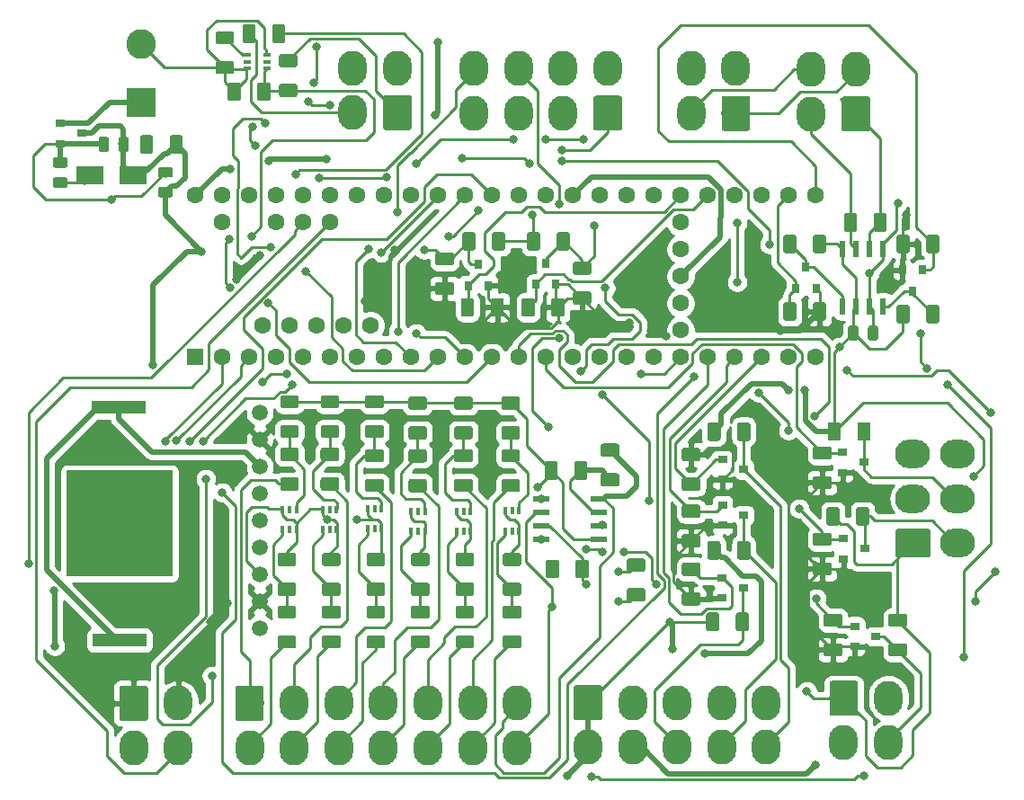
<source format=gbr>
G04 #@! TF.GenerationSoftware,KiCad,Pcbnew,(5.1.0)-1*
G04 #@! TF.CreationDate,2019-10-16T16:56:12+11:00*
G04 #@! TF.ProjectId,Teensy_Shield_Board,5465656e-7379-45f5-9368-69656c645f42,rev?*
G04 #@! TF.SameCoordinates,Original*
G04 #@! TF.FileFunction,Copper,L2,Bot*
G04 #@! TF.FilePolarity,Positive*
%FSLAX46Y46*%
G04 Gerber Fmt 4.6, Leading zero omitted, Abs format (unit mm)*
G04 Created by KiCad (PCBNEW (5.1.0)-1) date 2019-10-16 16:56:12*
%MOMM*%
%LPD*%
G04 APERTURE LIST*
%ADD10R,0.650000X0.400000*%
%ADD11R,0.400000X0.650000*%
%ADD12O,2.700000X3.300000*%
%ADD13C,0.100000*%
%ADD14C,2.700000*%
%ADD15R,0.900000X0.800000*%
%ADD16R,10.000000X10.000000*%
%ADD17R,5.080000X1.270000*%
%ADD18R,1.550000X0.600000*%
%ADD19R,0.600000X1.550000*%
%ADD20C,1.600000*%
%ADD21R,1.600000X1.600000*%
%ADD22C,1.250000*%
%ADD23R,0.800000X0.900000*%
%ADD24C,2.800000*%
%ADD25R,2.800000X2.800000*%
%ADD26O,3.300000X2.700000*%
%ADD27C,1.500000*%
%ADD28R,2.500000X1.800000*%
%ADD29C,0.975000*%
%ADD30C,0.800000*%
%ADD31C,0.250000*%
%ADD32C,0.500000*%
%ADD33C,0.254000*%
G04 APERTURE END LIST*
D10*
X107625000Y-92250000D03*
X107625000Y-93550000D03*
X109525000Y-92900000D03*
X107625000Y-92900000D03*
X109525000Y-93550000D03*
X109525000Y-92250000D03*
D11*
X116075000Y-135050000D03*
X114775000Y-135050000D03*
X115425000Y-136950000D03*
X115425000Y-135050000D03*
X114775000Y-136950000D03*
X116075000Y-136950000D03*
X124400000Y-135250000D03*
X123100000Y-135250000D03*
X123750000Y-137150000D03*
X123750000Y-135250000D03*
X123100000Y-137150000D03*
X124400000Y-137150000D03*
X127400000Y-137125000D03*
X128700000Y-137125000D03*
X128050000Y-135225000D03*
X128050000Y-137125000D03*
X128700000Y-135225000D03*
X127400000Y-135225000D03*
X120300000Y-134975000D03*
X119000000Y-134975000D03*
X119650000Y-136875000D03*
X119650000Y-134975000D03*
X119000000Y-136875000D03*
X120300000Y-136875000D03*
X112300000Y-135075000D03*
X111000000Y-135075000D03*
X111650000Y-136975000D03*
X111650000Y-135075000D03*
X111000000Y-136975000D03*
X112300000Y-136975000D03*
X133250000Y-135200000D03*
X131950000Y-135200000D03*
X132600000Y-137100000D03*
X132600000Y-135200000D03*
X131950000Y-137100000D03*
X133250000Y-137100000D03*
D12*
X116275000Y-157525000D03*
X124675000Y-157525000D03*
X116275000Y-153325000D03*
D13*
G36*
X108999503Y-151676204D02*
G01*
X109023772Y-151679804D01*
X109047570Y-151685765D01*
X109070670Y-151694030D01*
X109092849Y-151704520D01*
X109113892Y-151717133D01*
X109133598Y-151731748D01*
X109151776Y-151748224D01*
X109168252Y-151766402D01*
X109182867Y-151786108D01*
X109195480Y-151807151D01*
X109205970Y-151829330D01*
X109214235Y-151852430D01*
X109220196Y-151876228D01*
X109223796Y-151900497D01*
X109225000Y-151925001D01*
X109225000Y-154724999D01*
X109223796Y-154749503D01*
X109220196Y-154773772D01*
X109214235Y-154797570D01*
X109205970Y-154820670D01*
X109195480Y-154842849D01*
X109182867Y-154863892D01*
X109168252Y-154883598D01*
X109151776Y-154901776D01*
X109133598Y-154918252D01*
X109113892Y-154932867D01*
X109092849Y-154945480D01*
X109070670Y-154955970D01*
X109047570Y-154964235D01*
X109023772Y-154970196D01*
X108999503Y-154973796D01*
X108974999Y-154975000D01*
X106775001Y-154975000D01*
X106750497Y-154973796D01*
X106726228Y-154970196D01*
X106702430Y-154964235D01*
X106679330Y-154955970D01*
X106657151Y-154945480D01*
X106636108Y-154932867D01*
X106616402Y-154918252D01*
X106598224Y-154901776D01*
X106581748Y-154883598D01*
X106567133Y-154863892D01*
X106554520Y-154842849D01*
X106544030Y-154820670D01*
X106535765Y-154797570D01*
X106529804Y-154773772D01*
X106526204Y-154749503D01*
X106525000Y-154724999D01*
X106525000Y-151925001D01*
X106526204Y-151900497D01*
X106529804Y-151876228D01*
X106535765Y-151852430D01*
X106544030Y-151829330D01*
X106554520Y-151807151D01*
X106567133Y-151786108D01*
X106581748Y-151766402D01*
X106598224Y-151748224D01*
X106616402Y-151731748D01*
X106636108Y-151717133D01*
X106657151Y-151704520D01*
X106679330Y-151694030D01*
X106702430Y-151685765D01*
X106726228Y-151679804D01*
X106750497Y-151676204D01*
X106775001Y-151675000D01*
X108974999Y-151675000D01*
X108999503Y-151676204D01*
X108999503Y-151676204D01*
G37*
D14*
X107875000Y-153325000D03*
D12*
X133075000Y-157525000D03*
X107875000Y-157525000D03*
X112075000Y-153325000D03*
X120475000Y-153325000D03*
X112075000Y-157525000D03*
X128875000Y-153325000D03*
X120475000Y-157525000D03*
X124675000Y-153325000D03*
X133075000Y-153325000D03*
X128875000Y-157525000D03*
X143950000Y-157475000D03*
X143950000Y-153275000D03*
X156550000Y-153275000D03*
X152350000Y-153275000D03*
X156550000Y-157475000D03*
X152350000Y-157475000D03*
X148150000Y-157475000D03*
X148150000Y-153275000D03*
X139750000Y-157475000D03*
D13*
G36*
X140874503Y-151626204D02*
G01*
X140898772Y-151629804D01*
X140922570Y-151635765D01*
X140945670Y-151644030D01*
X140967849Y-151654520D01*
X140988892Y-151667133D01*
X141008598Y-151681748D01*
X141026776Y-151698224D01*
X141043252Y-151716402D01*
X141057867Y-151736108D01*
X141070480Y-151757151D01*
X141080970Y-151779330D01*
X141089235Y-151802430D01*
X141095196Y-151826228D01*
X141098796Y-151850497D01*
X141100000Y-151875001D01*
X141100000Y-154674999D01*
X141098796Y-154699503D01*
X141095196Y-154723772D01*
X141089235Y-154747570D01*
X141080970Y-154770670D01*
X141070480Y-154792849D01*
X141057867Y-154813892D01*
X141043252Y-154833598D01*
X141026776Y-154851776D01*
X141008598Y-154868252D01*
X140988892Y-154882867D01*
X140967849Y-154895480D01*
X140945670Y-154905970D01*
X140922570Y-154914235D01*
X140898772Y-154920196D01*
X140874503Y-154923796D01*
X140849999Y-154925000D01*
X138650001Y-154925000D01*
X138625497Y-154923796D01*
X138601228Y-154920196D01*
X138577430Y-154914235D01*
X138554330Y-154905970D01*
X138532151Y-154895480D01*
X138511108Y-154882867D01*
X138491402Y-154868252D01*
X138473224Y-154851776D01*
X138456748Y-154833598D01*
X138442133Y-154813892D01*
X138429520Y-154792849D01*
X138419030Y-154770670D01*
X138410765Y-154747570D01*
X138404804Y-154723772D01*
X138401204Y-154699503D01*
X138400000Y-154674999D01*
X138400000Y-151875001D01*
X138401204Y-151850497D01*
X138404804Y-151826228D01*
X138410765Y-151802430D01*
X138419030Y-151779330D01*
X138429520Y-151757151D01*
X138442133Y-151736108D01*
X138456748Y-151716402D01*
X138473224Y-151698224D01*
X138491402Y-151681748D01*
X138511108Y-151667133D01*
X138532151Y-151654520D01*
X138554330Y-151644030D01*
X138577430Y-151635765D01*
X138601228Y-151629804D01*
X138625497Y-151626204D01*
X138650001Y-151625000D01*
X140849999Y-151625000D01*
X140874503Y-151626204D01*
X140874503Y-151626204D01*
G37*
D14*
X139750000Y-153275000D03*
D15*
X92066000Y-99646000D03*
X90066000Y-98696000D03*
X90066000Y-100596000D03*
D16*
X95638000Y-136392000D03*
D17*
X95638000Y-147392000D03*
X95538000Y-125392000D03*
D18*
X135356000Y-134063000D03*
X135356000Y-135333000D03*
X135356000Y-136603000D03*
X135356000Y-137873000D03*
X140756000Y-137873000D03*
X140756000Y-136603000D03*
X140756000Y-135333000D03*
X140756000Y-134063000D03*
D19*
X167520000Y-110535000D03*
X166250000Y-110535000D03*
X164980000Y-110535000D03*
X163710000Y-110535000D03*
X163710000Y-115935000D03*
X164980000Y-115935000D03*
X166250000Y-115935000D03*
X167520000Y-115935000D03*
D20*
X119260000Y-117728000D03*
X116720000Y-117728000D03*
X114180000Y-117728000D03*
X111640000Y-117728000D03*
X109100000Y-117728000D03*
X115450000Y-108028000D03*
X112910000Y-108028000D03*
X110370000Y-108028000D03*
X105290000Y-108028000D03*
X102750000Y-105488000D03*
X105290000Y-105488000D03*
X107830000Y-105488000D03*
X110370000Y-105488000D03*
X112910000Y-105488000D03*
X115450000Y-105488000D03*
X117990000Y-105488000D03*
X120530000Y-105488000D03*
X123070000Y-105488000D03*
X125610000Y-105488000D03*
X128150000Y-105488000D03*
X130690000Y-105488000D03*
X133230000Y-105488000D03*
X135770000Y-105488000D03*
X138310000Y-105488000D03*
X140850000Y-105488000D03*
D21*
X102750000Y-120728000D03*
D20*
X105290000Y-120728000D03*
X107830000Y-120728000D03*
X110370000Y-120728000D03*
X112910000Y-120728000D03*
X115450000Y-120728000D03*
X117990000Y-120728000D03*
X120530000Y-120728000D03*
X123070000Y-120728000D03*
X125610000Y-120728000D03*
X128150000Y-120728000D03*
X130690000Y-120728000D03*
X133230000Y-120728000D03*
X143390000Y-105488000D03*
X145930000Y-105488000D03*
X148470000Y-105488000D03*
X151010000Y-105488000D03*
X153550000Y-105488000D03*
X156090000Y-105488000D03*
X158630000Y-105488000D03*
X161170000Y-105488000D03*
X148470000Y-108028000D03*
X148470000Y-110568000D03*
X148470000Y-113108000D03*
X148470000Y-115648000D03*
X148470000Y-118188000D03*
X161170000Y-120728000D03*
X158630000Y-120728000D03*
X156090000Y-120728000D03*
X153550000Y-120728000D03*
X135770000Y-120728000D03*
X138310000Y-120728000D03*
X140850000Y-120728000D03*
X151010000Y-120728000D03*
X148470000Y-120728000D03*
X145930000Y-120728000D03*
X143390000Y-120728000D03*
D13*
G36*
X154820504Y-126863204D02*
G01*
X154844773Y-126866804D01*
X154868571Y-126872765D01*
X154891671Y-126881030D01*
X154913849Y-126891520D01*
X154934893Y-126904133D01*
X154954598Y-126918747D01*
X154972777Y-126935223D01*
X154989253Y-126953402D01*
X155003867Y-126973107D01*
X155016480Y-126994151D01*
X155026970Y-127016329D01*
X155035235Y-127039429D01*
X155041196Y-127063227D01*
X155044796Y-127087496D01*
X155046000Y-127112000D01*
X155046000Y-128362000D01*
X155044796Y-128386504D01*
X155041196Y-128410773D01*
X155035235Y-128434571D01*
X155026970Y-128457671D01*
X155016480Y-128479849D01*
X155003867Y-128500893D01*
X154989253Y-128520598D01*
X154972777Y-128538777D01*
X154954598Y-128555253D01*
X154934893Y-128569867D01*
X154913849Y-128582480D01*
X154891671Y-128592970D01*
X154868571Y-128601235D01*
X154844773Y-128607196D01*
X154820504Y-128610796D01*
X154796000Y-128612000D01*
X154046000Y-128612000D01*
X154021496Y-128610796D01*
X153997227Y-128607196D01*
X153973429Y-128601235D01*
X153950329Y-128592970D01*
X153928151Y-128582480D01*
X153907107Y-128569867D01*
X153887402Y-128555253D01*
X153869223Y-128538777D01*
X153852747Y-128520598D01*
X153838133Y-128500893D01*
X153825520Y-128479849D01*
X153815030Y-128457671D01*
X153806765Y-128434571D01*
X153800804Y-128410773D01*
X153797204Y-128386504D01*
X153796000Y-128362000D01*
X153796000Y-127112000D01*
X153797204Y-127087496D01*
X153800804Y-127063227D01*
X153806765Y-127039429D01*
X153815030Y-127016329D01*
X153825520Y-126994151D01*
X153838133Y-126973107D01*
X153852747Y-126953402D01*
X153869223Y-126935223D01*
X153887402Y-126918747D01*
X153907107Y-126904133D01*
X153928151Y-126891520D01*
X153950329Y-126881030D01*
X153973429Y-126872765D01*
X153997227Y-126866804D01*
X154021496Y-126863204D01*
X154046000Y-126862000D01*
X154796000Y-126862000D01*
X154820504Y-126863204D01*
X154820504Y-126863204D01*
G37*
D22*
X154421000Y-127737000D03*
D13*
G36*
X152020504Y-126863204D02*
G01*
X152044773Y-126866804D01*
X152068571Y-126872765D01*
X152091671Y-126881030D01*
X152113849Y-126891520D01*
X152134893Y-126904133D01*
X152154598Y-126918747D01*
X152172777Y-126935223D01*
X152189253Y-126953402D01*
X152203867Y-126973107D01*
X152216480Y-126994151D01*
X152226970Y-127016329D01*
X152235235Y-127039429D01*
X152241196Y-127063227D01*
X152244796Y-127087496D01*
X152246000Y-127112000D01*
X152246000Y-128362000D01*
X152244796Y-128386504D01*
X152241196Y-128410773D01*
X152235235Y-128434571D01*
X152226970Y-128457671D01*
X152216480Y-128479849D01*
X152203867Y-128500893D01*
X152189253Y-128520598D01*
X152172777Y-128538777D01*
X152154598Y-128555253D01*
X152134893Y-128569867D01*
X152113849Y-128582480D01*
X152091671Y-128592970D01*
X152068571Y-128601235D01*
X152044773Y-128607196D01*
X152020504Y-128610796D01*
X151996000Y-128612000D01*
X151246000Y-128612000D01*
X151221496Y-128610796D01*
X151197227Y-128607196D01*
X151173429Y-128601235D01*
X151150329Y-128592970D01*
X151128151Y-128582480D01*
X151107107Y-128569867D01*
X151087402Y-128555253D01*
X151069223Y-128538777D01*
X151052747Y-128520598D01*
X151038133Y-128500893D01*
X151025520Y-128479849D01*
X151015030Y-128457671D01*
X151006765Y-128434571D01*
X151000804Y-128410773D01*
X150997204Y-128386504D01*
X150996000Y-128362000D01*
X150996000Y-127112000D01*
X150997204Y-127087496D01*
X151000804Y-127063227D01*
X151006765Y-127039429D01*
X151015030Y-127016329D01*
X151025520Y-126994151D01*
X151038133Y-126973107D01*
X151052747Y-126953402D01*
X151069223Y-126935223D01*
X151087402Y-126918747D01*
X151107107Y-126904133D01*
X151128151Y-126891520D01*
X151150329Y-126881030D01*
X151173429Y-126872765D01*
X151197227Y-126866804D01*
X151221496Y-126863204D01*
X151246000Y-126862000D01*
X151996000Y-126862000D01*
X152020504Y-126863204D01*
X152020504Y-126863204D01*
G37*
D22*
X151621000Y-127737000D03*
D13*
G36*
X150111504Y-129269204D02*
G01*
X150135773Y-129272804D01*
X150159571Y-129278765D01*
X150182671Y-129287030D01*
X150204849Y-129297520D01*
X150225893Y-129310133D01*
X150245598Y-129324747D01*
X150263777Y-129341223D01*
X150280253Y-129359402D01*
X150294867Y-129379107D01*
X150307480Y-129400151D01*
X150317970Y-129422329D01*
X150326235Y-129445429D01*
X150332196Y-129469227D01*
X150335796Y-129493496D01*
X150337000Y-129518000D01*
X150337000Y-130268000D01*
X150335796Y-130292504D01*
X150332196Y-130316773D01*
X150326235Y-130340571D01*
X150317970Y-130363671D01*
X150307480Y-130385849D01*
X150294867Y-130406893D01*
X150280253Y-130426598D01*
X150263777Y-130444777D01*
X150245598Y-130461253D01*
X150225893Y-130475867D01*
X150204849Y-130488480D01*
X150182671Y-130498970D01*
X150159571Y-130507235D01*
X150135773Y-130513196D01*
X150111504Y-130516796D01*
X150087000Y-130518000D01*
X148837000Y-130518000D01*
X148812496Y-130516796D01*
X148788227Y-130513196D01*
X148764429Y-130507235D01*
X148741329Y-130498970D01*
X148719151Y-130488480D01*
X148698107Y-130475867D01*
X148678402Y-130461253D01*
X148660223Y-130444777D01*
X148643747Y-130426598D01*
X148629133Y-130406893D01*
X148616520Y-130385849D01*
X148606030Y-130363671D01*
X148597765Y-130340571D01*
X148591804Y-130316773D01*
X148588204Y-130292504D01*
X148587000Y-130268000D01*
X148587000Y-129518000D01*
X148588204Y-129493496D01*
X148591804Y-129469227D01*
X148597765Y-129445429D01*
X148606030Y-129422329D01*
X148616520Y-129400151D01*
X148629133Y-129379107D01*
X148643747Y-129359402D01*
X148660223Y-129341223D01*
X148678402Y-129324747D01*
X148698107Y-129310133D01*
X148719151Y-129297520D01*
X148741329Y-129287030D01*
X148764429Y-129278765D01*
X148788227Y-129272804D01*
X148812496Y-129269204D01*
X148837000Y-129268000D01*
X150087000Y-129268000D01*
X150111504Y-129269204D01*
X150111504Y-129269204D01*
G37*
D22*
X149462000Y-129893000D03*
D13*
G36*
X150111504Y-132069204D02*
G01*
X150135773Y-132072804D01*
X150159571Y-132078765D01*
X150182671Y-132087030D01*
X150204849Y-132097520D01*
X150225893Y-132110133D01*
X150245598Y-132124747D01*
X150263777Y-132141223D01*
X150280253Y-132159402D01*
X150294867Y-132179107D01*
X150307480Y-132200151D01*
X150317970Y-132222329D01*
X150326235Y-132245429D01*
X150332196Y-132269227D01*
X150335796Y-132293496D01*
X150337000Y-132318000D01*
X150337000Y-133068000D01*
X150335796Y-133092504D01*
X150332196Y-133116773D01*
X150326235Y-133140571D01*
X150317970Y-133163671D01*
X150307480Y-133185849D01*
X150294867Y-133206893D01*
X150280253Y-133226598D01*
X150263777Y-133244777D01*
X150245598Y-133261253D01*
X150225893Y-133275867D01*
X150204849Y-133288480D01*
X150182671Y-133298970D01*
X150159571Y-133307235D01*
X150135773Y-133313196D01*
X150111504Y-133316796D01*
X150087000Y-133318000D01*
X148837000Y-133318000D01*
X148812496Y-133316796D01*
X148788227Y-133313196D01*
X148764429Y-133307235D01*
X148741329Y-133298970D01*
X148719151Y-133288480D01*
X148698107Y-133275867D01*
X148678402Y-133261253D01*
X148660223Y-133244777D01*
X148643747Y-133226598D01*
X148629133Y-133206893D01*
X148616520Y-133185849D01*
X148606030Y-133163671D01*
X148597765Y-133140571D01*
X148591804Y-133116773D01*
X148588204Y-133092504D01*
X148587000Y-133068000D01*
X148587000Y-132318000D01*
X148588204Y-132293496D01*
X148591804Y-132269227D01*
X148597765Y-132245429D01*
X148606030Y-132222329D01*
X148616520Y-132200151D01*
X148629133Y-132179107D01*
X148643747Y-132159402D01*
X148660223Y-132141223D01*
X148678402Y-132124747D01*
X148698107Y-132110133D01*
X148719151Y-132097520D01*
X148741329Y-132087030D01*
X148764429Y-132078765D01*
X148788227Y-132072804D01*
X148812496Y-132069204D01*
X148837000Y-132068000D01*
X150087000Y-132068000D01*
X150111504Y-132069204D01*
X150111504Y-132069204D01*
G37*
D22*
X149462000Y-132693000D03*
D13*
G36*
X137826504Y-108932204D02*
G01*
X137850773Y-108935804D01*
X137874571Y-108941765D01*
X137897671Y-108950030D01*
X137919849Y-108960520D01*
X137940893Y-108973133D01*
X137960598Y-108987747D01*
X137978777Y-109004223D01*
X137995253Y-109022402D01*
X138009867Y-109042107D01*
X138022480Y-109063151D01*
X138032970Y-109085329D01*
X138041235Y-109108429D01*
X138047196Y-109132227D01*
X138050796Y-109156496D01*
X138052000Y-109181000D01*
X138052000Y-110431000D01*
X138050796Y-110455504D01*
X138047196Y-110479773D01*
X138041235Y-110503571D01*
X138032970Y-110526671D01*
X138022480Y-110548849D01*
X138009867Y-110569893D01*
X137995253Y-110589598D01*
X137978777Y-110607777D01*
X137960598Y-110624253D01*
X137940893Y-110638867D01*
X137919849Y-110651480D01*
X137897671Y-110661970D01*
X137874571Y-110670235D01*
X137850773Y-110676196D01*
X137826504Y-110679796D01*
X137802000Y-110681000D01*
X137052000Y-110681000D01*
X137027496Y-110679796D01*
X137003227Y-110676196D01*
X136979429Y-110670235D01*
X136956329Y-110661970D01*
X136934151Y-110651480D01*
X136913107Y-110638867D01*
X136893402Y-110624253D01*
X136875223Y-110607777D01*
X136858747Y-110589598D01*
X136844133Y-110569893D01*
X136831520Y-110548849D01*
X136821030Y-110526671D01*
X136812765Y-110503571D01*
X136806804Y-110479773D01*
X136803204Y-110455504D01*
X136802000Y-110431000D01*
X136802000Y-109181000D01*
X136803204Y-109156496D01*
X136806804Y-109132227D01*
X136812765Y-109108429D01*
X136821030Y-109085329D01*
X136831520Y-109063151D01*
X136844133Y-109042107D01*
X136858747Y-109022402D01*
X136875223Y-109004223D01*
X136893402Y-108987747D01*
X136913107Y-108973133D01*
X136934151Y-108960520D01*
X136956329Y-108950030D01*
X136979429Y-108941765D01*
X137003227Y-108935804D01*
X137027496Y-108932204D01*
X137052000Y-108931000D01*
X137802000Y-108931000D01*
X137826504Y-108932204D01*
X137826504Y-108932204D01*
G37*
D22*
X137427000Y-109806000D03*
D13*
G36*
X135026504Y-108932204D02*
G01*
X135050773Y-108935804D01*
X135074571Y-108941765D01*
X135097671Y-108950030D01*
X135119849Y-108960520D01*
X135140893Y-108973133D01*
X135160598Y-108987747D01*
X135178777Y-109004223D01*
X135195253Y-109022402D01*
X135209867Y-109042107D01*
X135222480Y-109063151D01*
X135232970Y-109085329D01*
X135241235Y-109108429D01*
X135247196Y-109132227D01*
X135250796Y-109156496D01*
X135252000Y-109181000D01*
X135252000Y-110431000D01*
X135250796Y-110455504D01*
X135247196Y-110479773D01*
X135241235Y-110503571D01*
X135232970Y-110526671D01*
X135222480Y-110548849D01*
X135209867Y-110569893D01*
X135195253Y-110589598D01*
X135178777Y-110607777D01*
X135160598Y-110624253D01*
X135140893Y-110638867D01*
X135119849Y-110651480D01*
X135097671Y-110661970D01*
X135074571Y-110670235D01*
X135050773Y-110676196D01*
X135026504Y-110679796D01*
X135002000Y-110681000D01*
X134252000Y-110681000D01*
X134227496Y-110679796D01*
X134203227Y-110676196D01*
X134179429Y-110670235D01*
X134156329Y-110661970D01*
X134134151Y-110651480D01*
X134113107Y-110638867D01*
X134093402Y-110624253D01*
X134075223Y-110607777D01*
X134058747Y-110589598D01*
X134044133Y-110569893D01*
X134031520Y-110548849D01*
X134021030Y-110526671D01*
X134012765Y-110503571D01*
X134006804Y-110479773D01*
X134003204Y-110455504D01*
X134002000Y-110431000D01*
X134002000Y-109181000D01*
X134003204Y-109156496D01*
X134006804Y-109132227D01*
X134012765Y-109108429D01*
X134021030Y-109085329D01*
X134031520Y-109063151D01*
X134044133Y-109042107D01*
X134058747Y-109022402D01*
X134075223Y-109004223D01*
X134093402Y-108987747D01*
X134113107Y-108973133D01*
X134134151Y-108960520D01*
X134156329Y-108950030D01*
X134179429Y-108941765D01*
X134203227Y-108935804D01*
X134227496Y-108932204D01*
X134252000Y-108931000D01*
X135002000Y-108931000D01*
X135026504Y-108932204D01*
X135026504Y-108932204D01*
G37*
D22*
X134627000Y-109806000D03*
D13*
G36*
X137315504Y-115155204D02*
G01*
X137339773Y-115158804D01*
X137363571Y-115164765D01*
X137386671Y-115173030D01*
X137408849Y-115183520D01*
X137429893Y-115196133D01*
X137449598Y-115210747D01*
X137467777Y-115227223D01*
X137484253Y-115245402D01*
X137498867Y-115265107D01*
X137511480Y-115286151D01*
X137521970Y-115308329D01*
X137530235Y-115331429D01*
X137536196Y-115355227D01*
X137539796Y-115379496D01*
X137541000Y-115404000D01*
X137541000Y-116654000D01*
X137539796Y-116678504D01*
X137536196Y-116702773D01*
X137530235Y-116726571D01*
X137521970Y-116749671D01*
X137511480Y-116771849D01*
X137498867Y-116792893D01*
X137484253Y-116812598D01*
X137467777Y-116830777D01*
X137449598Y-116847253D01*
X137429893Y-116861867D01*
X137408849Y-116874480D01*
X137386671Y-116884970D01*
X137363571Y-116893235D01*
X137339773Y-116899196D01*
X137315504Y-116902796D01*
X137291000Y-116904000D01*
X136541000Y-116904000D01*
X136516496Y-116902796D01*
X136492227Y-116899196D01*
X136468429Y-116893235D01*
X136445329Y-116884970D01*
X136423151Y-116874480D01*
X136402107Y-116861867D01*
X136382402Y-116847253D01*
X136364223Y-116830777D01*
X136347747Y-116812598D01*
X136333133Y-116792893D01*
X136320520Y-116771849D01*
X136310030Y-116749671D01*
X136301765Y-116726571D01*
X136295804Y-116702773D01*
X136292204Y-116678504D01*
X136291000Y-116654000D01*
X136291000Y-115404000D01*
X136292204Y-115379496D01*
X136295804Y-115355227D01*
X136301765Y-115331429D01*
X136310030Y-115308329D01*
X136320520Y-115286151D01*
X136333133Y-115265107D01*
X136347747Y-115245402D01*
X136364223Y-115227223D01*
X136382402Y-115210747D01*
X136402107Y-115196133D01*
X136423151Y-115183520D01*
X136445329Y-115173030D01*
X136468429Y-115164765D01*
X136492227Y-115158804D01*
X136516496Y-115155204D01*
X136541000Y-115154000D01*
X137291000Y-115154000D01*
X137315504Y-115155204D01*
X137315504Y-115155204D01*
G37*
D22*
X136916000Y-116029000D03*
D13*
G36*
X134515504Y-115155204D02*
G01*
X134539773Y-115158804D01*
X134563571Y-115164765D01*
X134586671Y-115173030D01*
X134608849Y-115183520D01*
X134629893Y-115196133D01*
X134649598Y-115210747D01*
X134667777Y-115227223D01*
X134684253Y-115245402D01*
X134698867Y-115265107D01*
X134711480Y-115286151D01*
X134721970Y-115308329D01*
X134730235Y-115331429D01*
X134736196Y-115355227D01*
X134739796Y-115379496D01*
X134741000Y-115404000D01*
X134741000Y-116654000D01*
X134739796Y-116678504D01*
X134736196Y-116702773D01*
X134730235Y-116726571D01*
X134721970Y-116749671D01*
X134711480Y-116771849D01*
X134698867Y-116792893D01*
X134684253Y-116812598D01*
X134667777Y-116830777D01*
X134649598Y-116847253D01*
X134629893Y-116861867D01*
X134608849Y-116874480D01*
X134586671Y-116884970D01*
X134563571Y-116893235D01*
X134539773Y-116899196D01*
X134515504Y-116902796D01*
X134491000Y-116904000D01*
X133741000Y-116904000D01*
X133716496Y-116902796D01*
X133692227Y-116899196D01*
X133668429Y-116893235D01*
X133645329Y-116884970D01*
X133623151Y-116874480D01*
X133602107Y-116861867D01*
X133582402Y-116847253D01*
X133564223Y-116830777D01*
X133547747Y-116812598D01*
X133533133Y-116792893D01*
X133520520Y-116771849D01*
X133510030Y-116749671D01*
X133501765Y-116726571D01*
X133495804Y-116702773D01*
X133492204Y-116678504D01*
X133491000Y-116654000D01*
X133491000Y-115404000D01*
X133492204Y-115379496D01*
X133495804Y-115355227D01*
X133501765Y-115331429D01*
X133510030Y-115308329D01*
X133520520Y-115286151D01*
X133533133Y-115265107D01*
X133547747Y-115245402D01*
X133564223Y-115227223D01*
X133582402Y-115210747D01*
X133602107Y-115196133D01*
X133623151Y-115183520D01*
X133645329Y-115173030D01*
X133668429Y-115164765D01*
X133692227Y-115158804D01*
X133716496Y-115155204D01*
X133741000Y-115154000D01*
X134491000Y-115154000D01*
X134515504Y-115155204D01*
X134515504Y-115155204D01*
G37*
D22*
X134116000Y-116029000D03*
D13*
G36*
X169566504Y-147666204D02*
G01*
X169590773Y-147669804D01*
X169614571Y-147675765D01*
X169637671Y-147684030D01*
X169659849Y-147694520D01*
X169680893Y-147707133D01*
X169700598Y-147721747D01*
X169718777Y-147738223D01*
X169735253Y-147756402D01*
X169749867Y-147776107D01*
X169762480Y-147797151D01*
X169772970Y-147819329D01*
X169781235Y-147842429D01*
X169787196Y-147866227D01*
X169790796Y-147890496D01*
X169792000Y-147915000D01*
X169792000Y-148665000D01*
X169790796Y-148689504D01*
X169787196Y-148713773D01*
X169781235Y-148737571D01*
X169772970Y-148760671D01*
X169762480Y-148782849D01*
X169749867Y-148803893D01*
X169735253Y-148823598D01*
X169718777Y-148841777D01*
X169700598Y-148858253D01*
X169680893Y-148872867D01*
X169659849Y-148885480D01*
X169637671Y-148895970D01*
X169614571Y-148904235D01*
X169590773Y-148910196D01*
X169566504Y-148913796D01*
X169542000Y-148915000D01*
X168292000Y-148915000D01*
X168267496Y-148913796D01*
X168243227Y-148910196D01*
X168219429Y-148904235D01*
X168196329Y-148895970D01*
X168174151Y-148885480D01*
X168153107Y-148872867D01*
X168133402Y-148858253D01*
X168115223Y-148841777D01*
X168098747Y-148823598D01*
X168084133Y-148803893D01*
X168071520Y-148782849D01*
X168061030Y-148760671D01*
X168052765Y-148737571D01*
X168046804Y-148713773D01*
X168043204Y-148689504D01*
X168042000Y-148665000D01*
X168042000Y-147915000D01*
X168043204Y-147890496D01*
X168046804Y-147866227D01*
X168052765Y-147842429D01*
X168061030Y-147819329D01*
X168071520Y-147797151D01*
X168084133Y-147776107D01*
X168098747Y-147756402D01*
X168115223Y-147738223D01*
X168133402Y-147721747D01*
X168153107Y-147707133D01*
X168174151Y-147694520D01*
X168196329Y-147684030D01*
X168219429Y-147675765D01*
X168243227Y-147669804D01*
X168267496Y-147666204D01*
X168292000Y-147665000D01*
X169542000Y-147665000D01*
X169566504Y-147666204D01*
X169566504Y-147666204D01*
G37*
D22*
X168917000Y-148290000D03*
D13*
G36*
X169566504Y-144866204D02*
G01*
X169590773Y-144869804D01*
X169614571Y-144875765D01*
X169637671Y-144884030D01*
X169659849Y-144894520D01*
X169680893Y-144907133D01*
X169700598Y-144921747D01*
X169718777Y-144938223D01*
X169735253Y-144956402D01*
X169749867Y-144976107D01*
X169762480Y-144997151D01*
X169772970Y-145019329D01*
X169781235Y-145042429D01*
X169787196Y-145066227D01*
X169790796Y-145090496D01*
X169792000Y-145115000D01*
X169792000Y-145865000D01*
X169790796Y-145889504D01*
X169787196Y-145913773D01*
X169781235Y-145937571D01*
X169772970Y-145960671D01*
X169762480Y-145982849D01*
X169749867Y-146003893D01*
X169735253Y-146023598D01*
X169718777Y-146041777D01*
X169700598Y-146058253D01*
X169680893Y-146072867D01*
X169659849Y-146085480D01*
X169637671Y-146095970D01*
X169614571Y-146104235D01*
X169590773Y-146110196D01*
X169566504Y-146113796D01*
X169542000Y-146115000D01*
X168292000Y-146115000D01*
X168267496Y-146113796D01*
X168243227Y-146110196D01*
X168219429Y-146104235D01*
X168196329Y-146095970D01*
X168174151Y-146085480D01*
X168153107Y-146072867D01*
X168133402Y-146058253D01*
X168115223Y-146041777D01*
X168098747Y-146023598D01*
X168084133Y-146003893D01*
X168071520Y-145982849D01*
X168061030Y-145960671D01*
X168052765Y-145937571D01*
X168046804Y-145913773D01*
X168043204Y-145889504D01*
X168042000Y-145865000D01*
X168042000Y-145115000D01*
X168043204Y-145090496D01*
X168046804Y-145066227D01*
X168052765Y-145042429D01*
X168061030Y-145019329D01*
X168071520Y-144997151D01*
X168084133Y-144976107D01*
X168098747Y-144956402D01*
X168115223Y-144938223D01*
X168133402Y-144921747D01*
X168153107Y-144907133D01*
X168174151Y-144894520D01*
X168196329Y-144884030D01*
X168219429Y-144875765D01*
X168243227Y-144869804D01*
X168267496Y-144866204D01*
X168292000Y-144865000D01*
X169542000Y-144865000D01*
X169566504Y-144866204D01*
X169566504Y-144866204D01*
G37*
D22*
X168917000Y-145490000D03*
D13*
G36*
X163470504Y-147663204D02*
G01*
X163494773Y-147666804D01*
X163518571Y-147672765D01*
X163541671Y-147681030D01*
X163563849Y-147691520D01*
X163584893Y-147704133D01*
X163604598Y-147718747D01*
X163622777Y-147735223D01*
X163639253Y-147753402D01*
X163653867Y-147773107D01*
X163666480Y-147794151D01*
X163676970Y-147816329D01*
X163685235Y-147839429D01*
X163691196Y-147863227D01*
X163694796Y-147887496D01*
X163696000Y-147912000D01*
X163696000Y-148662000D01*
X163694796Y-148686504D01*
X163691196Y-148710773D01*
X163685235Y-148734571D01*
X163676970Y-148757671D01*
X163666480Y-148779849D01*
X163653867Y-148800893D01*
X163639253Y-148820598D01*
X163622777Y-148838777D01*
X163604598Y-148855253D01*
X163584893Y-148869867D01*
X163563849Y-148882480D01*
X163541671Y-148892970D01*
X163518571Y-148901235D01*
X163494773Y-148907196D01*
X163470504Y-148910796D01*
X163446000Y-148912000D01*
X162196000Y-148912000D01*
X162171496Y-148910796D01*
X162147227Y-148907196D01*
X162123429Y-148901235D01*
X162100329Y-148892970D01*
X162078151Y-148882480D01*
X162057107Y-148869867D01*
X162037402Y-148855253D01*
X162019223Y-148838777D01*
X162002747Y-148820598D01*
X161988133Y-148800893D01*
X161975520Y-148779849D01*
X161965030Y-148757671D01*
X161956765Y-148734571D01*
X161950804Y-148710773D01*
X161947204Y-148686504D01*
X161946000Y-148662000D01*
X161946000Y-147912000D01*
X161947204Y-147887496D01*
X161950804Y-147863227D01*
X161956765Y-147839429D01*
X161965030Y-147816329D01*
X161975520Y-147794151D01*
X161988133Y-147773107D01*
X162002747Y-147753402D01*
X162019223Y-147735223D01*
X162037402Y-147718747D01*
X162057107Y-147704133D01*
X162078151Y-147691520D01*
X162100329Y-147681030D01*
X162123429Y-147672765D01*
X162147227Y-147666804D01*
X162171496Y-147663204D01*
X162196000Y-147662000D01*
X163446000Y-147662000D01*
X163470504Y-147663204D01*
X163470504Y-147663204D01*
G37*
D22*
X162821000Y-148287000D03*
D13*
G36*
X163470504Y-144863204D02*
G01*
X163494773Y-144866804D01*
X163518571Y-144872765D01*
X163541671Y-144881030D01*
X163563849Y-144891520D01*
X163584893Y-144904133D01*
X163604598Y-144918747D01*
X163622777Y-144935223D01*
X163639253Y-144953402D01*
X163653867Y-144973107D01*
X163666480Y-144994151D01*
X163676970Y-145016329D01*
X163685235Y-145039429D01*
X163691196Y-145063227D01*
X163694796Y-145087496D01*
X163696000Y-145112000D01*
X163696000Y-145862000D01*
X163694796Y-145886504D01*
X163691196Y-145910773D01*
X163685235Y-145934571D01*
X163676970Y-145957671D01*
X163666480Y-145979849D01*
X163653867Y-146000893D01*
X163639253Y-146020598D01*
X163622777Y-146038777D01*
X163604598Y-146055253D01*
X163584893Y-146069867D01*
X163563849Y-146082480D01*
X163541671Y-146092970D01*
X163518571Y-146101235D01*
X163494773Y-146107196D01*
X163470504Y-146110796D01*
X163446000Y-146112000D01*
X162196000Y-146112000D01*
X162171496Y-146110796D01*
X162147227Y-146107196D01*
X162123429Y-146101235D01*
X162100329Y-146092970D01*
X162078151Y-146082480D01*
X162057107Y-146069867D01*
X162037402Y-146055253D01*
X162019223Y-146038777D01*
X162002747Y-146020598D01*
X161988133Y-146000893D01*
X161975520Y-145979849D01*
X161965030Y-145957671D01*
X161956765Y-145934571D01*
X161950804Y-145910773D01*
X161947204Y-145886504D01*
X161946000Y-145862000D01*
X161946000Y-145112000D01*
X161947204Y-145087496D01*
X161950804Y-145063227D01*
X161956765Y-145039429D01*
X161965030Y-145016329D01*
X161975520Y-144994151D01*
X161988133Y-144973107D01*
X162002747Y-144953402D01*
X162019223Y-144935223D01*
X162037402Y-144918747D01*
X162057107Y-144904133D01*
X162078151Y-144891520D01*
X162100329Y-144881030D01*
X162123429Y-144872765D01*
X162147227Y-144866804D01*
X162171496Y-144863204D01*
X162196000Y-144862000D01*
X163446000Y-144862000D01*
X163470504Y-144863204D01*
X163470504Y-144863204D01*
G37*
D22*
X162821000Y-145487000D03*
D13*
G36*
X154817504Y-138039204D02*
G01*
X154841773Y-138042804D01*
X154865571Y-138048765D01*
X154888671Y-138057030D01*
X154910849Y-138067520D01*
X154931893Y-138080133D01*
X154951598Y-138094747D01*
X154969777Y-138111223D01*
X154986253Y-138129402D01*
X155000867Y-138149107D01*
X155013480Y-138170151D01*
X155023970Y-138192329D01*
X155032235Y-138215429D01*
X155038196Y-138239227D01*
X155041796Y-138263496D01*
X155043000Y-138288000D01*
X155043000Y-139538000D01*
X155041796Y-139562504D01*
X155038196Y-139586773D01*
X155032235Y-139610571D01*
X155023970Y-139633671D01*
X155013480Y-139655849D01*
X155000867Y-139676893D01*
X154986253Y-139696598D01*
X154969777Y-139714777D01*
X154951598Y-139731253D01*
X154931893Y-139745867D01*
X154910849Y-139758480D01*
X154888671Y-139768970D01*
X154865571Y-139777235D01*
X154841773Y-139783196D01*
X154817504Y-139786796D01*
X154793000Y-139788000D01*
X154043000Y-139788000D01*
X154018496Y-139786796D01*
X153994227Y-139783196D01*
X153970429Y-139777235D01*
X153947329Y-139768970D01*
X153925151Y-139758480D01*
X153904107Y-139745867D01*
X153884402Y-139731253D01*
X153866223Y-139714777D01*
X153849747Y-139696598D01*
X153835133Y-139676893D01*
X153822520Y-139655849D01*
X153812030Y-139633671D01*
X153803765Y-139610571D01*
X153797804Y-139586773D01*
X153794204Y-139562504D01*
X153793000Y-139538000D01*
X153793000Y-138288000D01*
X153794204Y-138263496D01*
X153797804Y-138239227D01*
X153803765Y-138215429D01*
X153812030Y-138192329D01*
X153822520Y-138170151D01*
X153835133Y-138149107D01*
X153849747Y-138129402D01*
X153866223Y-138111223D01*
X153884402Y-138094747D01*
X153904107Y-138080133D01*
X153925151Y-138067520D01*
X153947329Y-138057030D01*
X153970429Y-138048765D01*
X153994227Y-138042804D01*
X154018496Y-138039204D01*
X154043000Y-138038000D01*
X154793000Y-138038000D01*
X154817504Y-138039204D01*
X154817504Y-138039204D01*
G37*
D22*
X154418000Y-138913000D03*
D13*
G36*
X152017504Y-138039204D02*
G01*
X152041773Y-138042804D01*
X152065571Y-138048765D01*
X152088671Y-138057030D01*
X152110849Y-138067520D01*
X152131893Y-138080133D01*
X152151598Y-138094747D01*
X152169777Y-138111223D01*
X152186253Y-138129402D01*
X152200867Y-138149107D01*
X152213480Y-138170151D01*
X152223970Y-138192329D01*
X152232235Y-138215429D01*
X152238196Y-138239227D01*
X152241796Y-138263496D01*
X152243000Y-138288000D01*
X152243000Y-139538000D01*
X152241796Y-139562504D01*
X152238196Y-139586773D01*
X152232235Y-139610571D01*
X152223970Y-139633671D01*
X152213480Y-139655849D01*
X152200867Y-139676893D01*
X152186253Y-139696598D01*
X152169777Y-139714777D01*
X152151598Y-139731253D01*
X152131893Y-139745867D01*
X152110849Y-139758480D01*
X152088671Y-139768970D01*
X152065571Y-139777235D01*
X152041773Y-139783196D01*
X152017504Y-139786796D01*
X151993000Y-139788000D01*
X151243000Y-139788000D01*
X151218496Y-139786796D01*
X151194227Y-139783196D01*
X151170429Y-139777235D01*
X151147329Y-139768970D01*
X151125151Y-139758480D01*
X151104107Y-139745867D01*
X151084402Y-139731253D01*
X151066223Y-139714777D01*
X151049747Y-139696598D01*
X151035133Y-139676893D01*
X151022520Y-139655849D01*
X151012030Y-139633671D01*
X151003765Y-139610571D01*
X150997804Y-139586773D01*
X150994204Y-139562504D01*
X150993000Y-139538000D01*
X150993000Y-138288000D01*
X150994204Y-138263496D01*
X150997804Y-138239227D01*
X151003765Y-138215429D01*
X151012030Y-138192329D01*
X151022520Y-138170151D01*
X151035133Y-138149107D01*
X151049747Y-138129402D01*
X151066223Y-138111223D01*
X151084402Y-138094747D01*
X151104107Y-138080133D01*
X151125151Y-138067520D01*
X151147329Y-138057030D01*
X151170429Y-138048765D01*
X151194227Y-138042804D01*
X151218496Y-138039204D01*
X151243000Y-138038000D01*
X151993000Y-138038000D01*
X152017504Y-138039204D01*
X152017504Y-138039204D01*
G37*
D22*
X151618000Y-138913000D03*
D13*
G36*
X166017504Y-134840204D02*
G01*
X166041773Y-134843804D01*
X166065571Y-134849765D01*
X166088671Y-134858030D01*
X166110849Y-134868520D01*
X166131893Y-134881133D01*
X166151598Y-134895747D01*
X166169777Y-134912223D01*
X166186253Y-134930402D01*
X166200867Y-134950107D01*
X166213480Y-134971151D01*
X166223970Y-134993329D01*
X166232235Y-135016429D01*
X166238196Y-135040227D01*
X166241796Y-135064496D01*
X166243000Y-135089000D01*
X166243000Y-136339000D01*
X166241796Y-136363504D01*
X166238196Y-136387773D01*
X166232235Y-136411571D01*
X166223970Y-136434671D01*
X166213480Y-136456849D01*
X166200867Y-136477893D01*
X166186253Y-136497598D01*
X166169777Y-136515777D01*
X166151598Y-136532253D01*
X166131893Y-136546867D01*
X166110849Y-136559480D01*
X166088671Y-136569970D01*
X166065571Y-136578235D01*
X166041773Y-136584196D01*
X166017504Y-136587796D01*
X165993000Y-136589000D01*
X165243000Y-136589000D01*
X165218496Y-136587796D01*
X165194227Y-136584196D01*
X165170429Y-136578235D01*
X165147329Y-136569970D01*
X165125151Y-136559480D01*
X165104107Y-136546867D01*
X165084402Y-136532253D01*
X165066223Y-136515777D01*
X165049747Y-136497598D01*
X165035133Y-136477893D01*
X165022520Y-136456849D01*
X165012030Y-136434671D01*
X165003765Y-136411571D01*
X164997804Y-136387773D01*
X164994204Y-136363504D01*
X164993000Y-136339000D01*
X164993000Y-135089000D01*
X164994204Y-135064496D01*
X164997804Y-135040227D01*
X165003765Y-135016429D01*
X165012030Y-134993329D01*
X165022520Y-134971151D01*
X165035133Y-134950107D01*
X165049747Y-134930402D01*
X165066223Y-134912223D01*
X165084402Y-134895747D01*
X165104107Y-134881133D01*
X165125151Y-134868520D01*
X165147329Y-134858030D01*
X165170429Y-134849765D01*
X165194227Y-134843804D01*
X165218496Y-134840204D01*
X165243000Y-134839000D01*
X165993000Y-134839000D01*
X166017504Y-134840204D01*
X166017504Y-134840204D01*
G37*
D22*
X165618000Y-135714000D03*
D13*
G36*
X163217504Y-134840204D02*
G01*
X163241773Y-134843804D01*
X163265571Y-134849765D01*
X163288671Y-134858030D01*
X163310849Y-134868520D01*
X163331893Y-134881133D01*
X163351598Y-134895747D01*
X163369777Y-134912223D01*
X163386253Y-134930402D01*
X163400867Y-134950107D01*
X163413480Y-134971151D01*
X163423970Y-134993329D01*
X163432235Y-135016429D01*
X163438196Y-135040227D01*
X163441796Y-135064496D01*
X163443000Y-135089000D01*
X163443000Y-136339000D01*
X163441796Y-136363504D01*
X163438196Y-136387773D01*
X163432235Y-136411571D01*
X163423970Y-136434671D01*
X163413480Y-136456849D01*
X163400867Y-136477893D01*
X163386253Y-136497598D01*
X163369777Y-136515777D01*
X163351598Y-136532253D01*
X163331893Y-136546867D01*
X163310849Y-136559480D01*
X163288671Y-136569970D01*
X163265571Y-136578235D01*
X163241773Y-136584196D01*
X163217504Y-136587796D01*
X163193000Y-136589000D01*
X162443000Y-136589000D01*
X162418496Y-136587796D01*
X162394227Y-136584196D01*
X162370429Y-136578235D01*
X162347329Y-136569970D01*
X162325151Y-136559480D01*
X162304107Y-136546867D01*
X162284402Y-136532253D01*
X162266223Y-136515777D01*
X162249747Y-136497598D01*
X162235133Y-136477893D01*
X162222520Y-136456849D01*
X162212030Y-136434671D01*
X162203765Y-136411571D01*
X162197804Y-136387773D01*
X162194204Y-136363504D01*
X162193000Y-136339000D01*
X162193000Y-135089000D01*
X162194204Y-135064496D01*
X162197804Y-135040227D01*
X162203765Y-135016429D01*
X162212030Y-134993329D01*
X162222520Y-134971151D01*
X162235133Y-134950107D01*
X162249747Y-134930402D01*
X162266223Y-134912223D01*
X162284402Y-134895747D01*
X162304107Y-134881133D01*
X162325151Y-134868520D01*
X162347329Y-134858030D01*
X162370429Y-134849765D01*
X162394227Y-134843804D01*
X162418496Y-134840204D01*
X162443000Y-134839000D01*
X163193000Y-134839000D01*
X163217504Y-134840204D01*
X163217504Y-134840204D01*
G37*
D22*
X162818000Y-135714000D03*
D13*
G36*
X150111504Y-137400204D02*
G01*
X150135773Y-137403804D01*
X150159571Y-137409765D01*
X150182671Y-137418030D01*
X150204849Y-137428520D01*
X150225893Y-137441133D01*
X150245598Y-137455747D01*
X150263777Y-137472223D01*
X150280253Y-137490402D01*
X150294867Y-137510107D01*
X150307480Y-137531151D01*
X150317970Y-137553329D01*
X150326235Y-137576429D01*
X150332196Y-137600227D01*
X150335796Y-137624496D01*
X150337000Y-137649000D01*
X150337000Y-138399000D01*
X150335796Y-138423504D01*
X150332196Y-138447773D01*
X150326235Y-138471571D01*
X150317970Y-138494671D01*
X150307480Y-138516849D01*
X150294867Y-138537893D01*
X150280253Y-138557598D01*
X150263777Y-138575777D01*
X150245598Y-138592253D01*
X150225893Y-138606867D01*
X150204849Y-138619480D01*
X150182671Y-138629970D01*
X150159571Y-138638235D01*
X150135773Y-138644196D01*
X150111504Y-138647796D01*
X150087000Y-138649000D01*
X148837000Y-138649000D01*
X148812496Y-138647796D01*
X148788227Y-138644196D01*
X148764429Y-138638235D01*
X148741329Y-138629970D01*
X148719151Y-138619480D01*
X148698107Y-138606867D01*
X148678402Y-138592253D01*
X148660223Y-138575777D01*
X148643747Y-138557598D01*
X148629133Y-138537893D01*
X148616520Y-138516849D01*
X148606030Y-138494671D01*
X148597765Y-138471571D01*
X148591804Y-138447773D01*
X148588204Y-138423504D01*
X148587000Y-138399000D01*
X148587000Y-137649000D01*
X148588204Y-137624496D01*
X148591804Y-137600227D01*
X148597765Y-137576429D01*
X148606030Y-137553329D01*
X148616520Y-137531151D01*
X148629133Y-137510107D01*
X148643747Y-137490402D01*
X148660223Y-137472223D01*
X148678402Y-137455747D01*
X148698107Y-137441133D01*
X148719151Y-137428520D01*
X148741329Y-137418030D01*
X148764429Y-137409765D01*
X148788227Y-137403804D01*
X148812496Y-137400204D01*
X148837000Y-137399000D01*
X150087000Y-137399000D01*
X150111504Y-137400204D01*
X150111504Y-137400204D01*
G37*
D22*
X149462000Y-138024000D03*
D13*
G36*
X150111504Y-134600204D02*
G01*
X150135773Y-134603804D01*
X150159571Y-134609765D01*
X150182671Y-134618030D01*
X150204849Y-134628520D01*
X150225893Y-134641133D01*
X150245598Y-134655747D01*
X150263777Y-134672223D01*
X150280253Y-134690402D01*
X150294867Y-134710107D01*
X150307480Y-134731151D01*
X150317970Y-134753329D01*
X150326235Y-134776429D01*
X150332196Y-134800227D01*
X150335796Y-134824496D01*
X150337000Y-134849000D01*
X150337000Y-135599000D01*
X150335796Y-135623504D01*
X150332196Y-135647773D01*
X150326235Y-135671571D01*
X150317970Y-135694671D01*
X150307480Y-135716849D01*
X150294867Y-135737893D01*
X150280253Y-135757598D01*
X150263777Y-135775777D01*
X150245598Y-135792253D01*
X150225893Y-135806867D01*
X150204849Y-135819480D01*
X150182671Y-135829970D01*
X150159571Y-135838235D01*
X150135773Y-135844196D01*
X150111504Y-135847796D01*
X150087000Y-135849000D01*
X148837000Y-135849000D01*
X148812496Y-135847796D01*
X148788227Y-135844196D01*
X148764429Y-135838235D01*
X148741329Y-135829970D01*
X148719151Y-135819480D01*
X148698107Y-135806867D01*
X148678402Y-135792253D01*
X148660223Y-135775777D01*
X148643747Y-135757598D01*
X148629133Y-135737893D01*
X148616520Y-135716849D01*
X148606030Y-135694671D01*
X148597765Y-135671571D01*
X148591804Y-135647773D01*
X148588204Y-135623504D01*
X148587000Y-135599000D01*
X148587000Y-134849000D01*
X148588204Y-134824496D01*
X148591804Y-134800227D01*
X148597765Y-134776429D01*
X148606030Y-134753329D01*
X148616520Y-134731151D01*
X148629133Y-134710107D01*
X148643747Y-134690402D01*
X148660223Y-134672223D01*
X148678402Y-134655747D01*
X148698107Y-134641133D01*
X148719151Y-134628520D01*
X148741329Y-134618030D01*
X148764429Y-134609765D01*
X148788227Y-134603804D01*
X148812496Y-134600204D01*
X148837000Y-134599000D01*
X150087000Y-134599000D01*
X150111504Y-134600204D01*
X150111504Y-134600204D01*
G37*
D22*
X149462000Y-135224000D03*
D13*
G36*
X172621504Y-115790204D02*
G01*
X172645773Y-115793804D01*
X172669571Y-115799765D01*
X172692671Y-115808030D01*
X172714849Y-115818520D01*
X172735893Y-115831133D01*
X172755598Y-115845747D01*
X172773777Y-115862223D01*
X172790253Y-115880402D01*
X172804867Y-115900107D01*
X172817480Y-115921151D01*
X172827970Y-115943329D01*
X172836235Y-115966429D01*
X172842196Y-115990227D01*
X172845796Y-116014496D01*
X172847000Y-116039000D01*
X172847000Y-117289000D01*
X172845796Y-117313504D01*
X172842196Y-117337773D01*
X172836235Y-117361571D01*
X172827970Y-117384671D01*
X172817480Y-117406849D01*
X172804867Y-117427893D01*
X172790253Y-117447598D01*
X172773777Y-117465777D01*
X172755598Y-117482253D01*
X172735893Y-117496867D01*
X172714849Y-117509480D01*
X172692671Y-117519970D01*
X172669571Y-117528235D01*
X172645773Y-117534196D01*
X172621504Y-117537796D01*
X172597000Y-117539000D01*
X171847000Y-117539000D01*
X171822496Y-117537796D01*
X171798227Y-117534196D01*
X171774429Y-117528235D01*
X171751329Y-117519970D01*
X171729151Y-117509480D01*
X171708107Y-117496867D01*
X171688402Y-117482253D01*
X171670223Y-117465777D01*
X171653747Y-117447598D01*
X171639133Y-117427893D01*
X171626520Y-117406849D01*
X171616030Y-117384671D01*
X171607765Y-117361571D01*
X171601804Y-117337773D01*
X171598204Y-117313504D01*
X171597000Y-117289000D01*
X171597000Y-116039000D01*
X171598204Y-116014496D01*
X171601804Y-115990227D01*
X171607765Y-115966429D01*
X171616030Y-115943329D01*
X171626520Y-115921151D01*
X171639133Y-115900107D01*
X171653747Y-115880402D01*
X171670223Y-115862223D01*
X171688402Y-115845747D01*
X171708107Y-115831133D01*
X171729151Y-115818520D01*
X171751329Y-115808030D01*
X171774429Y-115799765D01*
X171798227Y-115793804D01*
X171822496Y-115790204D01*
X171847000Y-115789000D01*
X172597000Y-115789000D01*
X172621504Y-115790204D01*
X172621504Y-115790204D01*
G37*
D22*
X172222000Y-116664000D03*
D13*
G36*
X169821504Y-115790204D02*
G01*
X169845773Y-115793804D01*
X169869571Y-115799765D01*
X169892671Y-115808030D01*
X169914849Y-115818520D01*
X169935893Y-115831133D01*
X169955598Y-115845747D01*
X169973777Y-115862223D01*
X169990253Y-115880402D01*
X170004867Y-115900107D01*
X170017480Y-115921151D01*
X170027970Y-115943329D01*
X170036235Y-115966429D01*
X170042196Y-115990227D01*
X170045796Y-116014496D01*
X170047000Y-116039000D01*
X170047000Y-117289000D01*
X170045796Y-117313504D01*
X170042196Y-117337773D01*
X170036235Y-117361571D01*
X170027970Y-117384671D01*
X170017480Y-117406849D01*
X170004867Y-117427893D01*
X169990253Y-117447598D01*
X169973777Y-117465777D01*
X169955598Y-117482253D01*
X169935893Y-117496867D01*
X169914849Y-117509480D01*
X169892671Y-117519970D01*
X169869571Y-117528235D01*
X169845773Y-117534196D01*
X169821504Y-117537796D01*
X169797000Y-117539000D01*
X169047000Y-117539000D01*
X169022496Y-117537796D01*
X168998227Y-117534196D01*
X168974429Y-117528235D01*
X168951329Y-117519970D01*
X168929151Y-117509480D01*
X168908107Y-117496867D01*
X168888402Y-117482253D01*
X168870223Y-117465777D01*
X168853747Y-117447598D01*
X168839133Y-117427893D01*
X168826520Y-117406849D01*
X168816030Y-117384671D01*
X168807765Y-117361571D01*
X168801804Y-117337773D01*
X168798204Y-117313504D01*
X168797000Y-117289000D01*
X168797000Y-116039000D01*
X168798204Y-116014496D01*
X168801804Y-115990227D01*
X168807765Y-115966429D01*
X168816030Y-115943329D01*
X168826520Y-115921151D01*
X168839133Y-115900107D01*
X168853747Y-115880402D01*
X168870223Y-115862223D01*
X168888402Y-115845747D01*
X168908107Y-115831133D01*
X168929151Y-115818520D01*
X168951329Y-115808030D01*
X168974429Y-115799765D01*
X168998227Y-115793804D01*
X169022496Y-115790204D01*
X169047000Y-115789000D01*
X169797000Y-115789000D01*
X169821504Y-115790204D01*
X169821504Y-115790204D01*
G37*
D22*
X169422000Y-116664000D03*
D13*
G36*
X162454504Y-140046204D02*
G01*
X162478773Y-140049804D01*
X162502571Y-140055765D01*
X162525671Y-140064030D01*
X162547849Y-140074520D01*
X162568893Y-140087133D01*
X162588598Y-140101747D01*
X162606777Y-140118223D01*
X162623253Y-140136402D01*
X162637867Y-140156107D01*
X162650480Y-140177151D01*
X162660970Y-140199329D01*
X162669235Y-140222429D01*
X162675196Y-140246227D01*
X162678796Y-140270496D01*
X162680000Y-140295000D01*
X162680000Y-141045000D01*
X162678796Y-141069504D01*
X162675196Y-141093773D01*
X162669235Y-141117571D01*
X162660970Y-141140671D01*
X162650480Y-141162849D01*
X162637867Y-141183893D01*
X162623253Y-141203598D01*
X162606777Y-141221777D01*
X162588598Y-141238253D01*
X162568893Y-141252867D01*
X162547849Y-141265480D01*
X162525671Y-141275970D01*
X162502571Y-141284235D01*
X162478773Y-141290196D01*
X162454504Y-141293796D01*
X162430000Y-141295000D01*
X161180000Y-141295000D01*
X161155496Y-141293796D01*
X161131227Y-141290196D01*
X161107429Y-141284235D01*
X161084329Y-141275970D01*
X161062151Y-141265480D01*
X161041107Y-141252867D01*
X161021402Y-141238253D01*
X161003223Y-141221777D01*
X160986747Y-141203598D01*
X160972133Y-141183893D01*
X160959520Y-141162849D01*
X160949030Y-141140671D01*
X160940765Y-141117571D01*
X160934804Y-141093773D01*
X160931204Y-141069504D01*
X160930000Y-141045000D01*
X160930000Y-140295000D01*
X160931204Y-140270496D01*
X160934804Y-140246227D01*
X160940765Y-140222429D01*
X160949030Y-140199329D01*
X160959520Y-140177151D01*
X160972133Y-140156107D01*
X160986747Y-140136402D01*
X161003223Y-140118223D01*
X161021402Y-140101747D01*
X161041107Y-140087133D01*
X161062151Y-140074520D01*
X161084329Y-140064030D01*
X161107429Y-140055765D01*
X161131227Y-140049804D01*
X161155496Y-140046204D01*
X161180000Y-140045000D01*
X162430000Y-140045000D01*
X162454504Y-140046204D01*
X162454504Y-140046204D01*
G37*
D22*
X161805000Y-140670000D03*
D13*
G36*
X162454504Y-137246204D02*
G01*
X162478773Y-137249804D01*
X162502571Y-137255765D01*
X162525671Y-137264030D01*
X162547849Y-137274520D01*
X162568893Y-137287133D01*
X162588598Y-137301747D01*
X162606777Y-137318223D01*
X162623253Y-137336402D01*
X162637867Y-137356107D01*
X162650480Y-137377151D01*
X162660970Y-137399329D01*
X162669235Y-137422429D01*
X162675196Y-137446227D01*
X162678796Y-137470496D01*
X162680000Y-137495000D01*
X162680000Y-138245000D01*
X162678796Y-138269504D01*
X162675196Y-138293773D01*
X162669235Y-138317571D01*
X162660970Y-138340671D01*
X162650480Y-138362849D01*
X162637867Y-138383893D01*
X162623253Y-138403598D01*
X162606777Y-138421777D01*
X162588598Y-138438253D01*
X162568893Y-138452867D01*
X162547849Y-138465480D01*
X162525671Y-138475970D01*
X162502571Y-138484235D01*
X162478773Y-138490196D01*
X162454504Y-138493796D01*
X162430000Y-138495000D01*
X161180000Y-138495000D01*
X161155496Y-138493796D01*
X161131227Y-138490196D01*
X161107429Y-138484235D01*
X161084329Y-138475970D01*
X161062151Y-138465480D01*
X161041107Y-138452867D01*
X161021402Y-138438253D01*
X161003223Y-138421777D01*
X160986747Y-138403598D01*
X160972133Y-138383893D01*
X160959520Y-138362849D01*
X160949030Y-138340671D01*
X160940765Y-138317571D01*
X160934804Y-138293773D01*
X160931204Y-138269504D01*
X160930000Y-138245000D01*
X160930000Y-137495000D01*
X160931204Y-137470496D01*
X160934804Y-137446227D01*
X160940765Y-137422429D01*
X160949030Y-137399329D01*
X160959520Y-137377151D01*
X160972133Y-137356107D01*
X160986747Y-137336402D01*
X161003223Y-137318223D01*
X161021402Y-137301747D01*
X161041107Y-137287133D01*
X161062151Y-137274520D01*
X161084329Y-137264030D01*
X161107429Y-137255765D01*
X161131227Y-137249804D01*
X161155496Y-137246204D01*
X161180000Y-137245000D01*
X162430000Y-137245000D01*
X162454504Y-137246204D01*
X162454504Y-137246204D01*
G37*
D22*
X161805000Y-137870000D03*
D13*
G36*
X169821504Y-109186204D02*
G01*
X169845773Y-109189804D01*
X169869571Y-109195765D01*
X169892671Y-109204030D01*
X169914849Y-109214520D01*
X169935893Y-109227133D01*
X169955598Y-109241747D01*
X169973777Y-109258223D01*
X169990253Y-109276402D01*
X170004867Y-109296107D01*
X170017480Y-109317151D01*
X170027970Y-109339329D01*
X170036235Y-109362429D01*
X170042196Y-109386227D01*
X170045796Y-109410496D01*
X170047000Y-109435000D01*
X170047000Y-110685000D01*
X170045796Y-110709504D01*
X170042196Y-110733773D01*
X170036235Y-110757571D01*
X170027970Y-110780671D01*
X170017480Y-110802849D01*
X170004867Y-110823893D01*
X169990253Y-110843598D01*
X169973777Y-110861777D01*
X169955598Y-110878253D01*
X169935893Y-110892867D01*
X169914849Y-110905480D01*
X169892671Y-110915970D01*
X169869571Y-110924235D01*
X169845773Y-110930196D01*
X169821504Y-110933796D01*
X169797000Y-110935000D01*
X169047000Y-110935000D01*
X169022496Y-110933796D01*
X168998227Y-110930196D01*
X168974429Y-110924235D01*
X168951329Y-110915970D01*
X168929151Y-110905480D01*
X168908107Y-110892867D01*
X168888402Y-110878253D01*
X168870223Y-110861777D01*
X168853747Y-110843598D01*
X168839133Y-110823893D01*
X168826520Y-110802849D01*
X168816030Y-110780671D01*
X168807765Y-110757571D01*
X168801804Y-110733773D01*
X168798204Y-110709504D01*
X168797000Y-110685000D01*
X168797000Y-109435000D01*
X168798204Y-109410496D01*
X168801804Y-109386227D01*
X168807765Y-109362429D01*
X168816030Y-109339329D01*
X168826520Y-109317151D01*
X168839133Y-109296107D01*
X168853747Y-109276402D01*
X168870223Y-109258223D01*
X168888402Y-109241747D01*
X168908107Y-109227133D01*
X168929151Y-109214520D01*
X168951329Y-109204030D01*
X168974429Y-109195765D01*
X168998227Y-109189804D01*
X169022496Y-109186204D01*
X169047000Y-109185000D01*
X169797000Y-109185000D01*
X169821504Y-109186204D01*
X169821504Y-109186204D01*
G37*
D22*
X169422000Y-110060000D03*
D13*
G36*
X172621504Y-109186204D02*
G01*
X172645773Y-109189804D01*
X172669571Y-109195765D01*
X172692671Y-109204030D01*
X172714849Y-109214520D01*
X172735893Y-109227133D01*
X172755598Y-109241747D01*
X172773777Y-109258223D01*
X172790253Y-109276402D01*
X172804867Y-109296107D01*
X172817480Y-109317151D01*
X172827970Y-109339329D01*
X172836235Y-109362429D01*
X172842196Y-109386227D01*
X172845796Y-109410496D01*
X172847000Y-109435000D01*
X172847000Y-110685000D01*
X172845796Y-110709504D01*
X172842196Y-110733773D01*
X172836235Y-110757571D01*
X172827970Y-110780671D01*
X172817480Y-110802849D01*
X172804867Y-110823893D01*
X172790253Y-110843598D01*
X172773777Y-110861777D01*
X172755598Y-110878253D01*
X172735893Y-110892867D01*
X172714849Y-110905480D01*
X172692671Y-110915970D01*
X172669571Y-110924235D01*
X172645773Y-110930196D01*
X172621504Y-110933796D01*
X172597000Y-110935000D01*
X171847000Y-110935000D01*
X171822496Y-110933796D01*
X171798227Y-110930196D01*
X171774429Y-110924235D01*
X171751329Y-110915970D01*
X171729151Y-110905480D01*
X171708107Y-110892867D01*
X171688402Y-110878253D01*
X171670223Y-110861777D01*
X171653747Y-110843598D01*
X171639133Y-110823893D01*
X171626520Y-110802849D01*
X171616030Y-110780671D01*
X171607765Y-110757571D01*
X171601804Y-110733773D01*
X171598204Y-110709504D01*
X171597000Y-110685000D01*
X171597000Y-109435000D01*
X171598204Y-109410496D01*
X171601804Y-109386227D01*
X171607765Y-109362429D01*
X171616030Y-109339329D01*
X171626520Y-109317151D01*
X171639133Y-109296107D01*
X171653747Y-109276402D01*
X171670223Y-109258223D01*
X171688402Y-109241747D01*
X171708107Y-109227133D01*
X171729151Y-109214520D01*
X171751329Y-109204030D01*
X171774429Y-109195765D01*
X171798227Y-109189804D01*
X171822496Y-109186204D01*
X171847000Y-109185000D01*
X172597000Y-109185000D01*
X172621504Y-109186204D01*
X172621504Y-109186204D01*
G37*
D22*
X172222000Y-110060000D03*
D13*
G36*
X166141504Y-126839204D02*
G01*
X166165773Y-126842804D01*
X166189571Y-126848765D01*
X166212671Y-126857030D01*
X166234849Y-126867520D01*
X166255893Y-126880133D01*
X166275598Y-126894747D01*
X166293777Y-126911223D01*
X166310253Y-126929402D01*
X166324867Y-126949107D01*
X166337480Y-126970151D01*
X166347970Y-126992329D01*
X166356235Y-127015429D01*
X166362196Y-127039227D01*
X166365796Y-127063496D01*
X166367000Y-127088000D01*
X166367000Y-128338000D01*
X166365796Y-128362504D01*
X166362196Y-128386773D01*
X166356235Y-128410571D01*
X166347970Y-128433671D01*
X166337480Y-128455849D01*
X166324867Y-128476893D01*
X166310253Y-128496598D01*
X166293777Y-128514777D01*
X166275598Y-128531253D01*
X166255893Y-128545867D01*
X166234849Y-128558480D01*
X166212671Y-128568970D01*
X166189571Y-128577235D01*
X166165773Y-128583196D01*
X166141504Y-128586796D01*
X166117000Y-128588000D01*
X165367000Y-128588000D01*
X165342496Y-128586796D01*
X165318227Y-128583196D01*
X165294429Y-128577235D01*
X165271329Y-128568970D01*
X165249151Y-128558480D01*
X165228107Y-128545867D01*
X165208402Y-128531253D01*
X165190223Y-128514777D01*
X165173747Y-128496598D01*
X165159133Y-128476893D01*
X165146520Y-128455849D01*
X165136030Y-128433671D01*
X165127765Y-128410571D01*
X165121804Y-128386773D01*
X165118204Y-128362504D01*
X165117000Y-128338000D01*
X165117000Y-127088000D01*
X165118204Y-127063496D01*
X165121804Y-127039227D01*
X165127765Y-127015429D01*
X165136030Y-126992329D01*
X165146520Y-126970151D01*
X165159133Y-126949107D01*
X165173747Y-126929402D01*
X165190223Y-126911223D01*
X165208402Y-126894747D01*
X165228107Y-126880133D01*
X165249151Y-126867520D01*
X165271329Y-126857030D01*
X165294429Y-126848765D01*
X165318227Y-126842804D01*
X165342496Y-126839204D01*
X165367000Y-126838000D01*
X166117000Y-126838000D01*
X166141504Y-126839204D01*
X166141504Y-126839204D01*
G37*
D22*
X165742000Y-127713000D03*
D13*
G36*
X163341504Y-126839204D02*
G01*
X163365773Y-126842804D01*
X163389571Y-126848765D01*
X163412671Y-126857030D01*
X163434849Y-126867520D01*
X163455893Y-126880133D01*
X163475598Y-126894747D01*
X163493777Y-126911223D01*
X163510253Y-126929402D01*
X163524867Y-126949107D01*
X163537480Y-126970151D01*
X163547970Y-126992329D01*
X163556235Y-127015429D01*
X163562196Y-127039227D01*
X163565796Y-127063496D01*
X163567000Y-127088000D01*
X163567000Y-128338000D01*
X163565796Y-128362504D01*
X163562196Y-128386773D01*
X163556235Y-128410571D01*
X163547970Y-128433671D01*
X163537480Y-128455849D01*
X163524867Y-128476893D01*
X163510253Y-128496598D01*
X163493777Y-128514777D01*
X163475598Y-128531253D01*
X163455893Y-128545867D01*
X163434849Y-128558480D01*
X163412671Y-128568970D01*
X163389571Y-128577235D01*
X163365773Y-128583196D01*
X163341504Y-128586796D01*
X163317000Y-128588000D01*
X162567000Y-128588000D01*
X162542496Y-128586796D01*
X162518227Y-128583196D01*
X162494429Y-128577235D01*
X162471329Y-128568970D01*
X162449151Y-128558480D01*
X162428107Y-128545867D01*
X162408402Y-128531253D01*
X162390223Y-128514777D01*
X162373747Y-128496598D01*
X162359133Y-128476893D01*
X162346520Y-128455849D01*
X162336030Y-128433671D01*
X162327765Y-128410571D01*
X162321804Y-128386773D01*
X162318204Y-128362504D01*
X162317000Y-128338000D01*
X162317000Y-127088000D01*
X162318204Y-127063496D01*
X162321804Y-127039227D01*
X162327765Y-127015429D01*
X162336030Y-126992329D01*
X162346520Y-126970151D01*
X162359133Y-126949107D01*
X162373747Y-126929402D01*
X162390223Y-126911223D01*
X162408402Y-126894747D01*
X162428107Y-126880133D01*
X162449151Y-126867520D01*
X162471329Y-126857030D01*
X162494429Y-126848765D01*
X162518227Y-126842804D01*
X162542496Y-126839204D01*
X162567000Y-126838000D01*
X163317000Y-126838000D01*
X163341504Y-126839204D01*
X163341504Y-126839204D01*
G37*
D22*
X162942000Y-127713000D03*
D13*
G36*
X162454504Y-131918204D02*
G01*
X162478773Y-131921804D01*
X162502571Y-131927765D01*
X162525671Y-131936030D01*
X162547849Y-131946520D01*
X162568893Y-131959133D01*
X162588598Y-131973747D01*
X162606777Y-131990223D01*
X162623253Y-132008402D01*
X162637867Y-132028107D01*
X162650480Y-132049151D01*
X162660970Y-132071329D01*
X162669235Y-132094429D01*
X162675196Y-132118227D01*
X162678796Y-132142496D01*
X162680000Y-132167000D01*
X162680000Y-132917000D01*
X162678796Y-132941504D01*
X162675196Y-132965773D01*
X162669235Y-132989571D01*
X162660970Y-133012671D01*
X162650480Y-133034849D01*
X162637867Y-133055893D01*
X162623253Y-133075598D01*
X162606777Y-133093777D01*
X162588598Y-133110253D01*
X162568893Y-133124867D01*
X162547849Y-133137480D01*
X162525671Y-133147970D01*
X162502571Y-133156235D01*
X162478773Y-133162196D01*
X162454504Y-133165796D01*
X162430000Y-133167000D01*
X161180000Y-133167000D01*
X161155496Y-133165796D01*
X161131227Y-133162196D01*
X161107429Y-133156235D01*
X161084329Y-133147970D01*
X161062151Y-133137480D01*
X161041107Y-133124867D01*
X161021402Y-133110253D01*
X161003223Y-133093777D01*
X160986747Y-133075598D01*
X160972133Y-133055893D01*
X160959520Y-133034849D01*
X160949030Y-133012671D01*
X160940765Y-132989571D01*
X160934804Y-132965773D01*
X160931204Y-132941504D01*
X160930000Y-132917000D01*
X160930000Y-132167000D01*
X160931204Y-132142496D01*
X160934804Y-132118227D01*
X160940765Y-132094429D01*
X160949030Y-132071329D01*
X160959520Y-132049151D01*
X160972133Y-132028107D01*
X160986747Y-132008402D01*
X161003223Y-131990223D01*
X161021402Y-131973747D01*
X161041107Y-131959133D01*
X161062151Y-131946520D01*
X161084329Y-131936030D01*
X161107429Y-131927765D01*
X161131227Y-131921804D01*
X161155496Y-131918204D01*
X161180000Y-131917000D01*
X162430000Y-131917000D01*
X162454504Y-131918204D01*
X162454504Y-131918204D01*
G37*
D22*
X161805000Y-132542000D03*
D13*
G36*
X162454504Y-129118204D02*
G01*
X162478773Y-129121804D01*
X162502571Y-129127765D01*
X162525671Y-129136030D01*
X162547849Y-129146520D01*
X162568893Y-129159133D01*
X162588598Y-129173747D01*
X162606777Y-129190223D01*
X162623253Y-129208402D01*
X162637867Y-129228107D01*
X162650480Y-129249151D01*
X162660970Y-129271329D01*
X162669235Y-129294429D01*
X162675196Y-129318227D01*
X162678796Y-129342496D01*
X162680000Y-129367000D01*
X162680000Y-130117000D01*
X162678796Y-130141504D01*
X162675196Y-130165773D01*
X162669235Y-130189571D01*
X162660970Y-130212671D01*
X162650480Y-130234849D01*
X162637867Y-130255893D01*
X162623253Y-130275598D01*
X162606777Y-130293777D01*
X162588598Y-130310253D01*
X162568893Y-130324867D01*
X162547849Y-130337480D01*
X162525671Y-130347970D01*
X162502571Y-130356235D01*
X162478773Y-130362196D01*
X162454504Y-130365796D01*
X162430000Y-130367000D01*
X161180000Y-130367000D01*
X161155496Y-130365796D01*
X161131227Y-130362196D01*
X161107429Y-130356235D01*
X161084329Y-130347970D01*
X161062151Y-130337480D01*
X161041107Y-130324867D01*
X161021402Y-130310253D01*
X161003223Y-130293777D01*
X160986747Y-130275598D01*
X160972133Y-130255893D01*
X160959520Y-130234849D01*
X160949030Y-130212671D01*
X160940765Y-130189571D01*
X160934804Y-130165773D01*
X160931204Y-130141504D01*
X160930000Y-130117000D01*
X160930000Y-129367000D01*
X160931204Y-129342496D01*
X160934804Y-129318227D01*
X160940765Y-129294429D01*
X160949030Y-129271329D01*
X160959520Y-129249151D01*
X160972133Y-129228107D01*
X160986747Y-129208402D01*
X161003223Y-129190223D01*
X161021402Y-129173747D01*
X161041107Y-129159133D01*
X161062151Y-129146520D01*
X161084329Y-129136030D01*
X161107429Y-129127765D01*
X161131227Y-129121804D01*
X161155496Y-129118204D01*
X161180000Y-129117000D01*
X162430000Y-129117000D01*
X162454504Y-129118204D01*
X162454504Y-129118204D01*
G37*
D22*
X161805000Y-129742000D03*
D13*
G36*
X154690504Y-144770204D02*
G01*
X154714773Y-144773804D01*
X154738571Y-144779765D01*
X154761671Y-144788030D01*
X154783849Y-144798520D01*
X154804893Y-144811133D01*
X154824598Y-144825747D01*
X154842777Y-144842223D01*
X154859253Y-144860402D01*
X154873867Y-144880107D01*
X154886480Y-144901151D01*
X154896970Y-144923329D01*
X154905235Y-144946429D01*
X154911196Y-144970227D01*
X154914796Y-144994496D01*
X154916000Y-145019000D01*
X154916000Y-146269000D01*
X154914796Y-146293504D01*
X154911196Y-146317773D01*
X154905235Y-146341571D01*
X154896970Y-146364671D01*
X154886480Y-146386849D01*
X154873867Y-146407893D01*
X154859253Y-146427598D01*
X154842777Y-146445777D01*
X154824598Y-146462253D01*
X154804893Y-146476867D01*
X154783849Y-146489480D01*
X154761671Y-146499970D01*
X154738571Y-146508235D01*
X154714773Y-146514196D01*
X154690504Y-146517796D01*
X154666000Y-146519000D01*
X153916000Y-146519000D01*
X153891496Y-146517796D01*
X153867227Y-146514196D01*
X153843429Y-146508235D01*
X153820329Y-146499970D01*
X153798151Y-146489480D01*
X153777107Y-146476867D01*
X153757402Y-146462253D01*
X153739223Y-146445777D01*
X153722747Y-146427598D01*
X153708133Y-146407893D01*
X153695520Y-146386849D01*
X153685030Y-146364671D01*
X153676765Y-146341571D01*
X153670804Y-146317773D01*
X153667204Y-146293504D01*
X153666000Y-146269000D01*
X153666000Y-145019000D01*
X153667204Y-144994496D01*
X153670804Y-144970227D01*
X153676765Y-144946429D01*
X153685030Y-144923329D01*
X153695520Y-144901151D01*
X153708133Y-144880107D01*
X153722747Y-144860402D01*
X153739223Y-144842223D01*
X153757402Y-144825747D01*
X153777107Y-144811133D01*
X153798151Y-144798520D01*
X153820329Y-144788030D01*
X153843429Y-144779765D01*
X153867227Y-144773804D01*
X153891496Y-144770204D01*
X153916000Y-144769000D01*
X154666000Y-144769000D01*
X154690504Y-144770204D01*
X154690504Y-144770204D01*
G37*
D22*
X154291000Y-145644000D03*
D13*
G36*
X151890504Y-144770204D02*
G01*
X151914773Y-144773804D01*
X151938571Y-144779765D01*
X151961671Y-144788030D01*
X151983849Y-144798520D01*
X152004893Y-144811133D01*
X152024598Y-144825747D01*
X152042777Y-144842223D01*
X152059253Y-144860402D01*
X152073867Y-144880107D01*
X152086480Y-144901151D01*
X152096970Y-144923329D01*
X152105235Y-144946429D01*
X152111196Y-144970227D01*
X152114796Y-144994496D01*
X152116000Y-145019000D01*
X152116000Y-146269000D01*
X152114796Y-146293504D01*
X152111196Y-146317773D01*
X152105235Y-146341571D01*
X152096970Y-146364671D01*
X152086480Y-146386849D01*
X152073867Y-146407893D01*
X152059253Y-146427598D01*
X152042777Y-146445777D01*
X152024598Y-146462253D01*
X152004893Y-146476867D01*
X151983849Y-146489480D01*
X151961671Y-146499970D01*
X151938571Y-146508235D01*
X151914773Y-146514196D01*
X151890504Y-146517796D01*
X151866000Y-146519000D01*
X151116000Y-146519000D01*
X151091496Y-146517796D01*
X151067227Y-146514196D01*
X151043429Y-146508235D01*
X151020329Y-146499970D01*
X150998151Y-146489480D01*
X150977107Y-146476867D01*
X150957402Y-146462253D01*
X150939223Y-146445777D01*
X150922747Y-146427598D01*
X150908133Y-146407893D01*
X150895520Y-146386849D01*
X150885030Y-146364671D01*
X150876765Y-146341571D01*
X150870804Y-146317773D01*
X150867204Y-146293504D01*
X150866000Y-146269000D01*
X150866000Y-145019000D01*
X150867204Y-144994496D01*
X150870804Y-144970227D01*
X150876765Y-144946429D01*
X150885030Y-144923329D01*
X150895520Y-144901151D01*
X150908133Y-144880107D01*
X150922747Y-144860402D01*
X150939223Y-144842223D01*
X150957402Y-144825747D01*
X150977107Y-144811133D01*
X150998151Y-144798520D01*
X151020329Y-144788030D01*
X151043429Y-144779765D01*
X151067227Y-144773804D01*
X151091496Y-144770204D01*
X151116000Y-144769000D01*
X151866000Y-144769000D01*
X151890504Y-144770204D01*
X151890504Y-144770204D01*
G37*
D22*
X151491000Y-145644000D03*
D13*
G36*
X150111504Y-142864204D02*
G01*
X150135773Y-142867804D01*
X150159571Y-142873765D01*
X150182671Y-142882030D01*
X150204849Y-142892520D01*
X150225893Y-142905133D01*
X150245598Y-142919747D01*
X150263777Y-142936223D01*
X150280253Y-142954402D01*
X150294867Y-142974107D01*
X150307480Y-142995151D01*
X150317970Y-143017329D01*
X150326235Y-143040429D01*
X150332196Y-143064227D01*
X150335796Y-143088496D01*
X150337000Y-143113000D01*
X150337000Y-143863000D01*
X150335796Y-143887504D01*
X150332196Y-143911773D01*
X150326235Y-143935571D01*
X150317970Y-143958671D01*
X150307480Y-143980849D01*
X150294867Y-144001893D01*
X150280253Y-144021598D01*
X150263777Y-144039777D01*
X150245598Y-144056253D01*
X150225893Y-144070867D01*
X150204849Y-144083480D01*
X150182671Y-144093970D01*
X150159571Y-144102235D01*
X150135773Y-144108196D01*
X150111504Y-144111796D01*
X150087000Y-144113000D01*
X148837000Y-144113000D01*
X148812496Y-144111796D01*
X148788227Y-144108196D01*
X148764429Y-144102235D01*
X148741329Y-144093970D01*
X148719151Y-144083480D01*
X148698107Y-144070867D01*
X148678402Y-144056253D01*
X148660223Y-144039777D01*
X148643747Y-144021598D01*
X148629133Y-144001893D01*
X148616520Y-143980849D01*
X148606030Y-143958671D01*
X148597765Y-143935571D01*
X148591804Y-143911773D01*
X148588204Y-143887504D01*
X148587000Y-143863000D01*
X148587000Y-143113000D01*
X148588204Y-143088496D01*
X148591804Y-143064227D01*
X148597765Y-143040429D01*
X148606030Y-143017329D01*
X148616520Y-142995151D01*
X148629133Y-142974107D01*
X148643747Y-142954402D01*
X148660223Y-142936223D01*
X148678402Y-142919747D01*
X148698107Y-142905133D01*
X148719151Y-142892520D01*
X148741329Y-142882030D01*
X148764429Y-142873765D01*
X148788227Y-142867804D01*
X148812496Y-142864204D01*
X148837000Y-142863000D01*
X150087000Y-142863000D01*
X150111504Y-142864204D01*
X150111504Y-142864204D01*
G37*
D22*
X149462000Y-143488000D03*
D13*
G36*
X150111504Y-140064204D02*
G01*
X150135773Y-140067804D01*
X150159571Y-140073765D01*
X150182671Y-140082030D01*
X150204849Y-140092520D01*
X150225893Y-140105133D01*
X150245598Y-140119747D01*
X150263777Y-140136223D01*
X150280253Y-140154402D01*
X150294867Y-140174107D01*
X150307480Y-140195151D01*
X150317970Y-140217329D01*
X150326235Y-140240429D01*
X150332196Y-140264227D01*
X150335796Y-140288496D01*
X150337000Y-140313000D01*
X150337000Y-141063000D01*
X150335796Y-141087504D01*
X150332196Y-141111773D01*
X150326235Y-141135571D01*
X150317970Y-141158671D01*
X150307480Y-141180849D01*
X150294867Y-141201893D01*
X150280253Y-141221598D01*
X150263777Y-141239777D01*
X150245598Y-141256253D01*
X150225893Y-141270867D01*
X150204849Y-141283480D01*
X150182671Y-141293970D01*
X150159571Y-141302235D01*
X150135773Y-141308196D01*
X150111504Y-141311796D01*
X150087000Y-141313000D01*
X148837000Y-141313000D01*
X148812496Y-141311796D01*
X148788227Y-141308196D01*
X148764429Y-141302235D01*
X148741329Y-141293970D01*
X148719151Y-141283480D01*
X148698107Y-141270867D01*
X148678402Y-141256253D01*
X148660223Y-141239777D01*
X148643747Y-141221598D01*
X148629133Y-141201893D01*
X148616520Y-141180849D01*
X148606030Y-141158671D01*
X148597765Y-141135571D01*
X148591804Y-141111773D01*
X148588204Y-141087504D01*
X148587000Y-141063000D01*
X148587000Y-140313000D01*
X148588204Y-140288496D01*
X148591804Y-140264227D01*
X148597765Y-140240429D01*
X148606030Y-140217329D01*
X148616520Y-140195151D01*
X148629133Y-140174107D01*
X148643747Y-140154402D01*
X148660223Y-140136223D01*
X148678402Y-140119747D01*
X148698107Y-140105133D01*
X148719151Y-140092520D01*
X148741329Y-140082030D01*
X148764429Y-140073765D01*
X148788227Y-140067804D01*
X148812496Y-140064204D01*
X148837000Y-140063000D01*
X150087000Y-140063000D01*
X150111504Y-140064204D01*
X150111504Y-140064204D01*
G37*
D22*
X149462000Y-140688000D03*
D13*
G36*
X159153504Y-109186204D02*
G01*
X159177773Y-109189804D01*
X159201571Y-109195765D01*
X159224671Y-109204030D01*
X159246849Y-109214520D01*
X159267893Y-109227133D01*
X159287598Y-109241747D01*
X159305777Y-109258223D01*
X159322253Y-109276402D01*
X159336867Y-109296107D01*
X159349480Y-109317151D01*
X159359970Y-109339329D01*
X159368235Y-109362429D01*
X159374196Y-109386227D01*
X159377796Y-109410496D01*
X159379000Y-109435000D01*
X159379000Y-110685000D01*
X159377796Y-110709504D01*
X159374196Y-110733773D01*
X159368235Y-110757571D01*
X159359970Y-110780671D01*
X159349480Y-110802849D01*
X159336867Y-110823893D01*
X159322253Y-110843598D01*
X159305777Y-110861777D01*
X159287598Y-110878253D01*
X159267893Y-110892867D01*
X159246849Y-110905480D01*
X159224671Y-110915970D01*
X159201571Y-110924235D01*
X159177773Y-110930196D01*
X159153504Y-110933796D01*
X159129000Y-110935000D01*
X158379000Y-110935000D01*
X158354496Y-110933796D01*
X158330227Y-110930196D01*
X158306429Y-110924235D01*
X158283329Y-110915970D01*
X158261151Y-110905480D01*
X158240107Y-110892867D01*
X158220402Y-110878253D01*
X158202223Y-110861777D01*
X158185747Y-110843598D01*
X158171133Y-110823893D01*
X158158520Y-110802849D01*
X158148030Y-110780671D01*
X158139765Y-110757571D01*
X158133804Y-110733773D01*
X158130204Y-110709504D01*
X158129000Y-110685000D01*
X158129000Y-109435000D01*
X158130204Y-109410496D01*
X158133804Y-109386227D01*
X158139765Y-109362429D01*
X158148030Y-109339329D01*
X158158520Y-109317151D01*
X158171133Y-109296107D01*
X158185747Y-109276402D01*
X158202223Y-109258223D01*
X158220402Y-109241747D01*
X158240107Y-109227133D01*
X158261151Y-109214520D01*
X158283329Y-109204030D01*
X158306429Y-109195765D01*
X158330227Y-109189804D01*
X158354496Y-109186204D01*
X158379000Y-109185000D01*
X159129000Y-109185000D01*
X159153504Y-109186204D01*
X159153504Y-109186204D01*
G37*
D22*
X158754000Y-110060000D03*
D13*
G36*
X161953504Y-109186204D02*
G01*
X161977773Y-109189804D01*
X162001571Y-109195765D01*
X162024671Y-109204030D01*
X162046849Y-109214520D01*
X162067893Y-109227133D01*
X162087598Y-109241747D01*
X162105777Y-109258223D01*
X162122253Y-109276402D01*
X162136867Y-109296107D01*
X162149480Y-109317151D01*
X162159970Y-109339329D01*
X162168235Y-109362429D01*
X162174196Y-109386227D01*
X162177796Y-109410496D01*
X162179000Y-109435000D01*
X162179000Y-110685000D01*
X162177796Y-110709504D01*
X162174196Y-110733773D01*
X162168235Y-110757571D01*
X162159970Y-110780671D01*
X162149480Y-110802849D01*
X162136867Y-110823893D01*
X162122253Y-110843598D01*
X162105777Y-110861777D01*
X162087598Y-110878253D01*
X162067893Y-110892867D01*
X162046849Y-110905480D01*
X162024671Y-110915970D01*
X162001571Y-110924235D01*
X161977773Y-110930196D01*
X161953504Y-110933796D01*
X161929000Y-110935000D01*
X161179000Y-110935000D01*
X161154496Y-110933796D01*
X161130227Y-110930196D01*
X161106429Y-110924235D01*
X161083329Y-110915970D01*
X161061151Y-110905480D01*
X161040107Y-110892867D01*
X161020402Y-110878253D01*
X161002223Y-110861777D01*
X160985747Y-110843598D01*
X160971133Y-110823893D01*
X160958520Y-110802849D01*
X160948030Y-110780671D01*
X160939765Y-110757571D01*
X160933804Y-110733773D01*
X160930204Y-110709504D01*
X160929000Y-110685000D01*
X160929000Y-109435000D01*
X160930204Y-109410496D01*
X160933804Y-109386227D01*
X160939765Y-109362429D01*
X160948030Y-109339329D01*
X160958520Y-109317151D01*
X160971133Y-109296107D01*
X160985747Y-109276402D01*
X161002223Y-109258223D01*
X161020402Y-109241747D01*
X161040107Y-109227133D01*
X161061151Y-109214520D01*
X161083329Y-109204030D01*
X161106429Y-109195765D01*
X161130227Y-109189804D01*
X161154496Y-109186204D01*
X161179000Y-109185000D01*
X161929000Y-109185000D01*
X161953504Y-109186204D01*
X161953504Y-109186204D01*
G37*
D22*
X161554000Y-110060000D03*
D13*
G36*
X128927504Y-108932204D02*
G01*
X128951773Y-108935804D01*
X128975571Y-108941765D01*
X128998671Y-108950030D01*
X129020849Y-108960520D01*
X129041893Y-108973133D01*
X129061598Y-108987747D01*
X129079777Y-109004223D01*
X129096253Y-109022402D01*
X129110867Y-109042107D01*
X129123480Y-109063151D01*
X129133970Y-109085329D01*
X129142235Y-109108429D01*
X129148196Y-109132227D01*
X129151796Y-109156496D01*
X129153000Y-109181000D01*
X129153000Y-110431000D01*
X129151796Y-110455504D01*
X129148196Y-110479773D01*
X129142235Y-110503571D01*
X129133970Y-110526671D01*
X129123480Y-110548849D01*
X129110867Y-110569893D01*
X129096253Y-110589598D01*
X129079777Y-110607777D01*
X129061598Y-110624253D01*
X129041893Y-110638867D01*
X129020849Y-110651480D01*
X128998671Y-110661970D01*
X128975571Y-110670235D01*
X128951773Y-110676196D01*
X128927504Y-110679796D01*
X128903000Y-110681000D01*
X128153000Y-110681000D01*
X128128496Y-110679796D01*
X128104227Y-110676196D01*
X128080429Y-110670235D01*
X128057329Y-110661970D01*
X128035151Y-110651480D01*
X128014107Y-110638867D01*
X127994402Y-110624253D01*
X127976223Y-110607777D01*
X127959747Y-110589598D01*
X127945133Y-110569893D01*
X127932520Y-110548849D01*
X127922030Y-110526671D01*
X127913765Y-110503571D01*
X127907804Y-110479773D01*
X127904204Y-110455504D01*
X127903000Y-110431000D01*
X127903000Y-109181000D01*
X127904204Y-109156496D01*
X127907804Y-109132227D01*
X127913765Y-109108429D01*
X127922030Y-109085329D01*
X127932520Y-109063151D01*
X127945133Y-109042107D01*
X127959747Y-109022402D01*
X127976223Y-109004223D01*
X127994402Y-108987747D01*
X128014107Y-108973133D01*
X128035151Y-108960520D01*
X128057329Y-108950030D01*
X128080429Y-108941765D01*
X128104227Y-108935804D01*
X128128496Y-108932204D01*
X128153000Y-108931000D01*
X128903000Y-108931000D01*
X128927504Y-108932204D01*
X128927504Y-108932204D01*
G37*
D22*
X128528000Y-109806000D03*
D13*
G36*
X131727504Y-108932204D02*
G01*
X131751773Y-108935804D01*
X131775571Y-108941765D01*
X131798671Y-108950030D01*
X131820849Y-108960520D01*
X131841893Y-108973133D01*
X131861598Y-108987747D01*
X131879777Y-109004223D01*
X131896253Y-109022402D01*
X131910867Y-109042107D01*
X131923480Y-109063151D01*
X131933970Y-109085329D01*
X131942235Y-109108429D01*
X131948196Y-109132227D01*
X131951796Y-109156496D01*
X131953000Y-109181000D01*
X131953000Y-110431000D01*
X131951796Y-110455504D01*
X131948196Y-110479773D01*
X131942235Y-110503571D01*
X131933970Y-110526671D01*
X131923480Y-110548849D01*
X131910867Y-110569893D01*
X131896253Y-110589598D01*
X131879777Y-110607777D01*
X131861598Y-110624253D01*
X131841893Y-110638867D01*
X131820849Y-110651480D01*
X131798671Y-110661970D01*
X131775571Y-110670235D01*
X131751773Y-110676196D01*
X131727504Y-110679796D01*
X131703000Y-110681000D01*
X130953000Y-110681000D01*
X130928496Y-110679796D01*
X130904227Y-110676196D01*
X130880429Y-110670235D01*
X130857329Y-110661970D01*
X130835151Y-110651480D01*
X130814107Y-110638867D01*
X130794402Y-110624253D01*
X130776223Y-110607777D01*
X130759747Y-110589598D01*
X130745133Y-110569893D01*
X130732520Y-110548849D01*
X130722030Y-110526671D01*
X130713765Y-110503571D01*
X130707804Y-110479773D01*
X130704204Y-110455504D01*
X130703000Y-110431000D01*
X130703000Y-109181000D01*
X130704204Y-109156496D01*
X130707804Y-109132227D01*
X130713765Y-109108429D01*
X130722030Y-109085329D01*
X130732520Y-109063151D01*
X130745133Y-109042107D01*
X130759747Y-109022402D01*
X130776223Y-109004223D01*
X130794402Y-108987747D01*
X130814107Y-108973133D01*
X130835151Y-108960520D01*
X130857329Y-108950030D01*
X130880429Y-108941765D01*
X130904227Y-108935804D01*
X130928496Y-108932204D01*
X130953000Y-108931000D01*
X131703000Y-108931000D01*
X131727504Y-108932204D01*
X131727504Y-108932204D01*
G37*
D22*
X131328000Y-109806000D03*
D13*
G36*
X161953504Y-115536204D02*
G01*
X161977773Y-115539804D01*
X162001571Y-115545765D01*
X162024671Y-115554030D01*
X162046849Y-115564520D01*
X162067893Y-115577133D01*
X162087598Y-115591747D01*
X162105777Y-115608223D01*
X162122253Y-115626402D01*
X162136867Y-115646107D01*
X162149480Y-115667151D01*
X162159970Y-115689329D01*
X162168235Y-115712429D01*
X162174196Y-115736227D01*
X162177796Y-115760496D01*
X162179000Y-115785000D01*
X162179000Y-117035000D01*
X162177796Y-117059504D01*
X162174196Y-117083773D01*
X162168235Y-117107571D01*
X162159970Y-117130671D01*
X162149480Y-117152849D01*
X162136867Y-117173893D01*
X162122253Y-117193598D01*
X162105777Y-117211777D01*
X162087598Y-117228253D01*
X162067893Y-117242867D01*
X162046849Y-117255480D01*
X162024671Y-117265970D01*
X162001571Y-117274235D01*
X161977773Y-117280196D01*
X161953504Y-117283796D01*
X161929000Y-117285000D01*
X161179000Y-117285000D01*
X161154496Y-117283796D01*
X161130227Y-117280196D01*
X161106429Y-117274235D01*
X161083329Y-117265970D01*
X161061151Y-117255480D01*
X161040107Y-117242867D01*
X161020402Y-117228253D01*
X161002223Y-117211777D01*
X160985747Y-117193598D01*
X160971133Y-117173893D01*
X160958520Y-117152849D01*
X160948030Y-117130671D01*
X160939765Y-117107571D01*
X160933804Y-117083773D01*
X160930204Y-117059504D01*
X160929000Y-117035000D01*
X160929000Y-115785000D01*
X160930204Y-115760496D01*
X160933804Y-115736227D01*
X160939765Y-115712429D01*
X160948030Y-115689329D01*
X160958520Y-115667151D01*
X160971133Y-115646107D01*
X160985747Y-115626402D01*
X161002223Y-115608223D01*
X161020402Y-115591747D01*
X161040107Y-115577133D01*
X161061151Y-115564520D01*
X161083329Y-115554030D01*
X161106429Y-115545765D01*
X161130227Y-115539804D01*
X161154496Y-115536204D01*
X161179000Y-115535000D01*
X161929000Y-115535000D01*
X161953504Y-115536204D01*
X161953504Y-115536204D01*
G37*
D22*
X161554000Y-116410000D03*
D13*
G36*
X159153504Y-115536204D02*
G01*
X159177773Y-115539804D01*
X159201571Y-115545765D01*
X159224671Y-115554030D01*
X159246849Y-115564520D01*
X159267893Y-115577133D01*
X159287598Y-115591747D01*
X159305777Y-115608223D01*
X159322253Y-115626402D01*
X159336867Y-115646107D01*
X159349480Y-115667151D01*
X159359970Y-115689329D01*
X159368235Y-115712429D01*
X159374196Y-115736227D01*
X159377796Y-115760496D01*
X159379000Y-115785000D01*
X159379000Y-117035000D01*
X159377796Y-117059504D01*
X159374196Y-117083773D01*
X159368235Y-117107571D01*
X159359970Y-117130671D01*
X159349480Y-117152849D01*
X159336867Y-117173893D01*
X159322253Y-117193598D01*
X159305777Y-117211777D01*
X159287598Y-117228253D01*
X159267893Y-117242867D01*
X159246849Y-117255480D01*
X159224671Y-117265970D01*
X159201571Y-117274235D01*
X159177773Y-117280196D01*
X159153504Y-117283796D01*
X159129000Y-117285000D01*
X158379000Y-117285000D01*
X158354496Y-117283796D01*
X158330227Y-117280196D01*
X158306429Y-117274235D01*
X158283329Y-117265970D01*
X158261151Y-117255480D01*
X158240107Y-117242867D01*
X158220402Y-117228253D01*
X158202223Y-117211777D01*
X158185747Y-117193598D01*
X158171133Y-117173893D01*
X158158520Y-117152849D01*
X158148030Y-117130671D01*
X158139765Y-117107571D01*
X158133804Y-117083773D01*
X158130204Y-117059504D01*
X158129000Y-117035000D01*
X158129000Y-115785000D01*
X158130204Y-115760496D01*
X158133804Y-115736227D01*
X158139765Y-115712429D01*
X158148030Y-115689329D01*
X158158520Y-115667151D01*
X158171133Y-115646107D01*
X158185747Y-115626402D01*
X158202223Y-115608223D01*
X158220402Y-115591747D01*
X158240107Y-115577133D01*
X158261151Y-115564520D01*
X158283329Y-115554030D01*
X158306429Y-115545765D01*
X158330227Y-115539804D01*
X158354496Y-115536204D01*
X158379000Y-115535000D01*
X159129000Y-115535000D01*
X159153504Y-115536204D01*
X159153504Y-115536204D01*
G37*
D22*
X158754000Y-116410000D03*
D13*
G36*
X164868504Y-107154204D02*
G01*
X164892773Y-107157804D01*
X164916571Y-107163765D01*
X164939671Y-107172030D01*
X164961849Y-107182520D01*
X164982893Y-107195133D01*
X165002598Y-107209747D01*
X165020777Y-107226223D01*
X165037253Y-107244402D01*
X165051867Y-107264107D01*
X165064480Y-107285151D01*
X165074970Y-107307329D01*
X165083235Y-107330429D01*
X165089196Y-107354227D01*
X165092796Y-107378496D01*
X165094000Y-107403000D01*
X165094000Y-108653000D01*
X165092796Y-108677504D01*
X165089196Y-108701773D01*
X165083235Y-108725571D01*
X165074970Y-108748671D01*
X165064480Y-108770849D01*
X165051867Y-108791893D01*
X165037253Y-108811598D01*
X165020777Y-108829777D01*
X165002598Y-108846253D01*
X164982893Y-108860867D01*
X164961849Y-108873480D01*
X164939671Y-108883970D01*
X164916571Y-108892235D01*
X164892773Y-108898196D01*
X164868504Y-108901796D01*
X164844000Y-108903000D01*
X164094000Y-108903000D01*
X164069496Y-108901796D01*
X164045227Y-108898196D01*
X164021429Y-108892235D01*
X163998329Y-108883970D01*
X163976151Y-108873480D01*
X163955107Y-108860867D01*
X163935402Y-108846253D01*
X163917223Y-108829777D01*
X163900747Y-108811598D01*
X163886133Y-108791893D01*
X163873520Y-108770849D01*
X163863030Y-108748671D01*
X163854765Y-108725571D01*
X163848804Y-108701773D01*
X163845204Y-108677504D01*
X163844000Y-108653000D01*
X163844000Y-107403000D01*
X163845204Y-107378496D01*
X163848804Y-107354227D01*
X163854765Y-107330429D01*
X163863030Y-107307329D01*
X163873520Y-107285151D01*
X163886133Y-107264107D01*
X163900747Y-107244402D01*
X163917223Y-107226223D01*
X163935402Y-107209747D01*
X163955107Y-107195133D01*
X163976151Y-107182520D01*
X163998329Y-107172030D01*
X164021429Y-107163765D01*
X164045227Y-107157804D01*
X164069496Y-107154204D01*
X164094000Y-107153000D01*
X164844000Y-107153000D01*
X164868504Y-107154204D01*
X164868504Y-107154204D01*
G37*
D22*
X164469000Y-108028000D03*
D13*
G36*
X167668504Y-107154204D02*
G01*
X167692773Y-107157804D01*
X167716571Y-107163765D01*
X167739671Y-107172030D01*
X167761849Y-107182520D01*
X167782893Y-107195133D01*
X167802598Y-107209747D01*
X167820777Y-107226223D01*
X167837253Y-107244402D01*
X167851867Y-107264107D01*
X167864480Y-107285151D01*
X167874970Y-107307329D01*
X167883235Y-107330429D01*
X167889196Y-107354227D01*
X167892796Y-107378496D01*
X167894000Y-107403000D01*
X167894000Y-108653000D01*
X167892796Y-108677504D01*
X167889196Y-108701773D01*
X167883235Y-108725571D01*
X167874970Y-108748671D01*
X167864480Y-108770849D01*
X167851867Y-108791893D01*
X167837253Y-108811598D01*
X167820777Y-108829777D01*
X167802598Y-108846253D01*
X167782893Y-108860867D01*
X167761849Y-108873480D01*
X167739671Y-108883970D01*
X167716571Y-108892235D01*
X167692773Y-108898196D01*
X167668504Y-108901796D01*
X167644000Y-108903000D01*
X166894000Y-108903000D01*
X166869496Y-108901796D01*
X166845227Y-108898196D01*
X166821429Y-108892235D01*
X166798329Y-108883970D01*
X166776151Y-108873480D01*
X166755107Y-108860867D01*
X166735402Y-108846253D01*
X166717223Y-108829777D01*
X166700747Y-108811598D01*
X166686133Y-108791893D01*
X166673520Y-108770849D01*
X166663030Y-108748671D01*
X166654765Y-108725571D01*
X166648804Y-108701773D01*
X166645204Y-108677504D01*
X166644000Y-108653000D01*
X166644000Y-107403000D01*
X166645204Y-107378496D01*
X166648804Y-107354227D01*
X166654765Y-107330429D01*
X166663030Y-107307329D01*
X166673520Y-107285151D01*
X166686133Y-107264107D01*
X166700747Y-107244402D01*
X166717223Y-107226223D01*
X166735402Y-107209747D01*
X166755107Y-107195133D01*
X166776151Y-107182520D01*
X166798329Y-107172030D01*
X166821429Y-107163765D01*
X166845227Y-107157804D01*
X166869496Y-107154204D01*
X166894000Y-107153000D01*
X167644000Y-107153000D01*
X167668504Y-107154204D01*
X167668504Y-107154204D01*
G37*
D22*
X167269000Y-108028000D03*
D13*
G36*
X139848504Y-114522204D02*
G01*
X139872773Y-114525804D01*
X139896571Y-114531765D01*
X139919671Y-114540030D01*
X139941849Y-114550520D01*
X139962893Y-114563133D01*
X139982598Y-114577747D01*
X140000777Y-114594223D01*
X140017253Y-114612402D01*
X140031867Y-114632107D01*
X140044480Y-114653151D01*
X140054970Y-114675329D01*
X140063235Y-114698429D01*
X140069196Y-114722227D01*
X140072796Y-114746496D01*
X140074000Y-114771000D01*
X140074000Y-115521000D01*
X140072796Y-115545504D01*
X140069196Y-115569773D01*
X140063235Y-115593571D01*
X140054970Y-115616671D01*
X140044480Y-115638849D01*
X140031867Y-115659893D01*
X140017253Y-115679598D01*
X140000777Y-115697777D01*
X139982598Y-115714253D01*
X139962893Y-115728867D01*
X139941849Y-115741480D01*
X139919671Y-115751970D01*
X139896571Y-115760235D01*
X139872773Y-115766196D01*
X139848504Y-115769796D01*
X139824000Y-115771000D01*
X138574000Y-115771000D01*
X138549496Y-115769796D01*
X138525227Y-115766196D01*
X138501429Y-115760235D01*
X138478329Y-115751970D01*
X138456151Y-115741480D01*
X138435107Y-115728867D01*
X138415402Y-115714253D01*
X138397223Y-115697777D01*
X138380747Y-115679598D01*
X138366133Y-115659893D01*
X138353520Y-115638849D01*
X138343030Y-115616671D01*
X138334765Y-115593571D01*
X138328804Y-115569773D01*
X138325204Y-115545504D01*
X138324000Y-115521000D01*
X138324000Y-114771000D01*
X138325204Y-114746496D01*
X138328804Y-114722227D01*
X138334765Y-114698429D01*
X138343030Y-114675329D01*
X138353520Y-114653151D01*
X138366133Y-114632107D01*
X138380747Y-114612402D01*
X138397223Y-114594223D01*
X138415402Y-114577747D01*
X138435107Y-114563133D01*
X138456151Y-114550520D01*
X138478329Y-114540030D01*
X138501429Y-114531765D01*
X138525227Y-114525804D01*
X138549496Y-114522204D01*
X138574000Y-114521000D01*
X139824000Y-114521000D01*
X139848504Y-114522204D01*
X139848504Y-114522204D01*
G37*
D22*
X139199000Y-115146000D03*
D13*
G36*
X139848504Y-111722204D02*
G01*
X139872773Y-111725804D01*
X139896571Y-111731765D01*
X139919671Y-111740030D01*
X139941849Y-111750520D01*
X139962893Y-111763133D01*
X139982598Y-111777747D01*
X140000777Y-111794223D01*
X140017253Y-111812402D01*
X140031867Y-111832107D01*
X140044480Y-111853151D01*
X140054970Y-111875329D01*
X140063235Y-111898429D01*
X140069196Y-111922227D01*
X140072796Y-111946496D01*
X140074000Y-111971000D01*
X140074000Y-112721000D01*
X140072796Y-112745504D01*
X140069196Y-112769773D01*
X140063235Y-112793571D01*
X140054970Y-112816671D01*
X140044480Y-112838849D01*
X140031867Y-112859893D01*
X140017253Y-112879598D01*
X140000777Y-112897777D01*
X139982598Y-112914253D01*
X139962893Y-112928867D01*
X139941849Y-112941480D01*
X139919671Y-112951970D01*
X139896571Y-112960235D01*
X139872773Y-112966196D01*
X139848504Y-112969796D01*
X139824000Y-112971000D01*
X138574000Y-112971000D01*
X138549496Y-112969796D01*
X138525227Y-112966196D01*
X138501429Y-112960235D01*
X138478329Y-112951970D01*
X138456151Y-112941480D01*
X138435107Y-112928867D01*
X138415402Y-112914253D01*
X138397223Y-112897777D01*
X138380747Y-112879598D01*
X138366133Y-112859893D01*
X138353520Y-112838849D01*
X138343030Y-112816671D01*
X138334765Y-112793571D01*
X138328804Y-112769773D01*
X138325204Y-112745504D01*
X138324000Y-112721000D01*
X138324000Y-111971000D01*
X138325204Y-111946496D01*
X138328804Y-111922227D01*
X138334765Y-111898429D01*
X138343030Y-111875329D01*
X138353520Y-111853151D01*
X138366133Y-111832107D01*
X138380747Y-111812402D01*
X138397223Y-111794223D01*
X138415402Y-111777747D01*
X138435107Y-111763133D01*
X138456151Y-111750520D01*
X138478329Y-111740030D01*
X138501429Y-111731765D01*
X138525227Y-111725804D01*
X138549496Y-111722204D01*
X138574000Y-111721000D01*
X139824000Y-111721000D01*
X139848504Y-111722204D01*
X139848504Y-111722204D01*
G37*
D22*
X139199000Y-112346000D03*
D13*
G36*
X126894504Y-113630204D02*
G01*
X126918773Y-113633804D01*
X126942571Y-113639765D01*
X126965671Y-113648030D01*
X126987849Y-113658520D01*
X127008893Y-113671133D01*
X127028598Y-113685747D01*
X127046777Y-113702223D01*
X127063253Y-113720402D01*
X127077867Y-113740107D01*
X127090480Y-113761151D01*
X127100970Y-113783329D01*
X127109235Y-113806429D01*
X127115196Y-113830227D01*
X127118796Y-113854496D01*
X127120000Y-113879000D01*
X127120000Y-114629000D01*
X127118796Y-114653504D01*
X127115196Y-114677773D01*
X127109235Y-114701571D01*
X127100970Y-114724671D01*
X127090480Y-114746849D01*
X127077867Y-114767893D01*
X127063253Y-114787598D01*
X127046777Y-114805777D01*
X127028598Y-114822253D01*
X127008893Y-114836867D01*
X126987849Y-114849480D01*
X126965671Y-114859970D01*
X126942571Y-114868235D01*
X126918773Y-114874196D01*
X126894504Y-114877796D01*
X126870000Y-114879000D01*
X125620000Y-114879000D01*
X125595496Y-114877796D01*
X125571227Y-114874196D01*
X125547429Y-114868235D01*
X125524329Y-114859970D01*
X125502151Y-114849480D01*
X125481107Y-114836867D01*
X125461402Y-114822253D01*
X125443223Y-114805777D01*
X125426747Y-114787598D01*
X125412133Y-114767893D01*
X125399520Y-114746849D01*
X125389030Y-114724671D01*
X125380765Y-114701571D01*
X125374804Y-114677773D01*
X125371204Y-114653504D01*
X125370000Y-114629000D01*
X125370000Y-113879000D01*
X125371204Y-113854496D01*
X125374804Y-113830227D01*
X125380765Y-113806429D01*
X125389030Y-113783329D01*
X125399520Y-113761151D01*
X125412133Y-113740107D01*
X125426747Y-113720402D01*
X125443223Y-113702223D01*
X125461402Y-113685747D01*
X125481107Y-113671133D01*
X125502151Y-113658520D01*
X125524329Y-113648030D01*
X125547429Y-113639765D01*
X125571227Y-113633804D01*
X125595496Y-113630204D01*
X125620000Y-113629000D01*
X126870000Y-113629000D01*
X126894504Y-113630204D01*
X126894504Y-113630204D01*
G37*
D22*
X126245000Y-114254000D03*
D13*
G36*
X126894504Y-110830204D02*
G01*
X126918773Y-110833804D01*
X126942571Y-110839765D01*
X126965671Y-110848030D01*
X126987849Y-110858520D01*
X127008893Y-110871133D01*
X127028598Y-110885747D01*
X127046777Y-110902223D01*
X127063253Y-110920402D01*
X127077867Y-110940107D01*
X127090480Y-110961151D01*
X127100970Y-110983329D01*
X127109235Y-111006429D01*
X127115196Y-111030227D01*
X127118796Y-111054496D01*
X127120000Y-111079000D01*
X127120000Y-111829000D01*
X127118796Y-111853504D01*
X127115196Y-111877773D01*
X127109235Y-111901571D01*
X127100970Y-111924671D01*
X127090480Y-111946849D01*
X127077867Y-111967893D01*
X127063253Y-111987598D01*
X127046777Y-112005777D01*
X127028598Y-112022253D01*
X127008893Y-112036867D01*
X126987849Y-112049480D01*
X126965671Y-112059970D01*
X126942571Y-112068235D01*
X126918773Y-112074196D01*
X126894504Y-112077796D01*
X126870000Y-112079000D01*
X125620000Y-112079000D01*
X125595496Y-112077796D01*
X125571227Y-112074196D01*
X125547429Y-112068235D01*
X125524329Y-112059970D01*
X125502151Y-112049480D01*
X125481107Y-112036867D01*
X125461402Y-112022253D01*
X125443223Y-112005777D01*
X125426747Y-111987598D01*
X125412133Y-111967893D01*
X125399520Y-111946849D01*
X125389030Y-111924671D01*
X125380765Y-111901571D01*
X125374804Y-111877773D01*
X125371204Y-111853504D01*
X125370000Y-111829000D01*
X125370000Y-111079000D01*
X125371204Y-111054496D01*
X125374804Y-111030227D01*
X125380765Y-111006429D01*
X125389030Y-110983329D01*
X125399520Y-110961151D01*
X125412133Y-110940107D01*
X125426747Y-110920402D01*
X125443223Y-110902223D01*
X125461402Y-110885747D01*
X125481107Y-110871133D01*
X125502151Y-110858520D01*
X125524329Y-110848030D01*
X125547429Y-110839765D01*
X125571227Y-110833804D01*
X125595496Y-110830204D01*
X125620000Y-110829000D01*
X126870000Y-110829000D01*
X126894504Y-110830204D01*
X126894504Y-110830204D01*
G37*
D22*
X126245000Y-111454000D03*
D13*
G36*
X139601504Y-139793204D02*
G01*
X139625773Y-139796804D01*
X139649571Y-139802765D01*
X139672671Y-139811030D01*
X139694849Y-139821520D01*
X139715893Y-139834133D01*
X139735598Y-139848747D01*
X139753777Y-139865223D01*
X139770253Y-139883402D01*
X139784867Y-139903107D01*
X139797480Y-139924151D01*
X139807970Y-139946329D01*
X139816235Y-139969429D01*
X139822196Y-139993227D01*
X139825796Y-140017496D01*
X139827000Y-140042000D01*
X139827000Y-141292000D01*
X139825796Y-141316504D01*
X139822196Y-141340773D01*
X139816235Y-141364571D01*
X139807970Y-141387671D01*
X139797480Y-141409849D01*
X139784867Y-141430893D01*
X139770253Y-141450598D01*
X139753777Y-141468777D01*
X139735598Y-141485253D01*
X139715893Y-141499867D01*
X139694849Y-141512480D01*
X139672671Y-141522970D01*
X139649571Y-141531235D01*
X139625773Y-141537196D01*
X139601504Y-141540796D01*
X139577000Y-141542000D01*
X138827000Y-141542000D01*
X138802496Y-141540796D01*
X138778227Y-141537196D01*
X138754429Y-141531235D01*
X138731329Y-141522970D01*
X138709151Y-141512480D01*
X138688107Y-141499867D01*
X138668402Y-141485253D01*
X138650223Y-141468777D01*
X138633747Y-141450598D01*
X138619133Y-141430893D01*
X138606520Y-141409849D01*
X138596030Y-141387671D01*
X138587765Y-141364571D01*
X138581804Y-141340773D01*
X138578204Y-141316504D01*
X138577000Y-141292000D01*
X138577000Y-140042000D01*
X138578204Y-140017496D01*
X138581804Y-139993227D01*
X138587765Y-139969429D01*
X138596030Y-139946329D01*
X138606520Y-139924151D01*
X138619133Y-139903107D01*
X138633747Y-139883402D01*
X138650223Y-139865223D01*
X138668402Y-139848747D01*
X138688107Y-139834133D01*
X138709151Y-139821520D01*
X138731329Y-139811030D01*
X138754429Y-139802765D01*
X138778227Y-139796804D01*
X138802496Y-139793204D01*
X138827000Y-139792000D01*
X139577000Y-139792000D01*
X139601504Y-139793204D01*
X139601504Y-139793204D01*
G37*
D22*
X139202000Y-140667000D03*
D13*
G36*
X136801504Y-139793204D02*
G01*
X136825773Y-139796804D01*
X136849571Y-139802765D01*
X136872671Y-139811030D01*
X136894849Y-139821520D01*
X136915893Y-139834133D01*
X136935598Y-139848747D01*
X136953777Y-139865223D01*
X136970253Y-139883402D01*
X136984867Y-139903107D01*
X136997480Y-139924151D01*
X137007970Y-139946329D01*
X137016235Y-139969429D01*
X137022196Y-139993227D01*
X137025796Y-140017496D01*
X137027000Y-140042000D01*
X137027000Y-141292000D01*
X137025796Y-141316504D01*
X137022196Y-141340773D01*
X137016235Y-141364571D01*
X137007970Y-141387671D01*
X136997480Y-141409849D01*
X136984867Y-141430893D01*
X136970253Y-141450598D01*
X136953777Y-141468777D01*
X136935598Y-141485253D01*
X136915893Y-141499867D01*
X136894849Y-141512480D01*
X136872671Y-141522970D01*
X136849571Y-141531235D01*
X136825773Y-141537196D01*
X136801504Y-141540796D01*
X136777000Y-141542000D01*
X136027000Y-141542000D01*
X136002496Y-141540796D01*
X135978227Y-141537196D01*
X135954429Y-141531235D01*
X135931329Y-141522970D01*
X135909151Y-141512480D01*
X135888107Y-141499867D01*
X135868402Y-141485253D01*
X135850223Y-141468777D01*
X135833747Y-141450598D01*
X135819133Y-141430893D01*
X135806520Y-141409849D01*
X135796030Y-141387671D01*
X135787765Y-141364571D01*
X135781804Y-141340773D01*
X135778204Y-141316504D01*
X135777000Y-141292000D01*
X135777000Y-140042000D01*
X135778204Y-140017496D01*
X135781804Y-139993227D01*
X135787765Y-139969429D01*
X135796030Y-139946329D01*
X135806520Y-139924151D01*
X135819133Y-139903107D01*
X135833747Y-139883402D01*
X135850223Y-139865223D01*
X135868402Y-139848747D01*
X135888107Y-139834133D01*
X135909151Y-139821520D01*
X135931329Y-139811030D01*
X135954429Y-139802765D01*
X135978227Y-139796804D01*
X136002496Y-139793204D01*
X136027000Y-139792000D01*
X136777000Y-139792000D01*
X136801504Y-139793204D01*
X136801504Y-139793204D01*
G37*
D22*
X136402000Y-140667000D03*
D13*
G36*
X144924504Y-142476204D02*
G01*
X144948773Y-142479804D01*
X144972571Y-142485765D01*
X144995671Y-142494030D01*
X145017849Y-142504520D01*
X145038893Y-142517133D01*
X145058598Y-142531747D01*
X145076777Y-142548223D01*
X145093253Y-142566402D01*
X145107867Y-142586107D01*
X145120480Y-142607151D01*
X145130970Y-142629329D01*
X145139235Y-142652429D01*
X145145196Y-142676227D01*
X145148796Y-142700496D01*
X145150000Y-142725000D01*
X145150000Y-143475000D01*
X145148796Y-143499504D01*
X145145196Y-143523773D01*
X145139235Y-143547571D01*
X145130970Y-143570671D01*
X145120480Y-143592849D01*
X145107867Y-143613893D01*
X145093253Y-143633598D01*
X145076777Y-143651777D01*
X145058598Y-143668253D01*
X145038893Y-143682867D01*
X145017849Y-143695480D01*
X144995671Y-143705970D01*
X144972571Y-143714235D01*
X144948773Y-143720196D01*
X144924504Y-143723796D01*
X144900000Y-143725000D01*
X143650000Y-143725000D01*
X143625496Y-143723796D01*
X143601227Y-143720196D01*
X143577429Y-143714235D01*
X143554329Y-143705970D01*
X143532151Y-143695480D01*
X143511107Y-143682867D01*
X143491402Y-143668253D01*
X143473223Y-143651777D01*
X143456747Y-143633598D01*
X143442133Y-143613893D01*
X143429520Y-143592849D01*
X143419030Y-143570671D01*
X143410765Y-143547571D01*
X143404804Y-143523773D01*
X143401204Y-143499504D01*
X143400000Y-143475000D01*
X143400000Y-142725000D01*
X143401204Y-142700496D01*
X143404804Y-142676227D01*
X143410765Y-142652429D01*
X143419030Y-142629329D01*
X143429520Y-142607151D01*
X143442133Y-142586107D01*
X143456747Y-142566402D01*
X143473223Y-142548223D01*
X143491402Y-142531747D01*
X143511107Y-142517133D01*
X143532151Y-142504520D01*
X143554329Y-142494030D01*
X143577429Y-142485765D01*
X143601227Y-142479804D01*
X143625496Y-142476204D01*
X143650000Y-142475000D01*
X144900000Y-142475000D01*
X144924504Y-142476204D01*
X144924504Y-142476204D01*
G37*
D22*
X144275000Y-143100000D03*
D13*
G36*
X144924504Y-139676204D02*
G01*
X144948773Y-139679804D01*
X144972571Y-139685765D01*
X144995671Y-139694030D01*
X145017849Y-139704520D01*
X145038893Y-139717133D01*
X145058598Y-139731747D01*
X145076777Y-139748223D01*
X145093253Y-139766402D01*
X145107867Y-139786107D01*
X145120480Y-139807151D01*
X145130970Y-139829329D01*
X145139235Y-139852429D01*
X145145196Y-139876227D01*
X145148796Y-139900496D01*
X145150000Y-139925000D01*
X145150000Y-140675000D01*
X145148796Y-140699504D01*
X145145196Y-140723773D01*
X145139235Y-140747571D01*
X145130970Y-140770671D01*
X145120480Y-140792849D01*
X145107867Y-140813893D01*
X145093253Y-140833598D01*
X145076777Y-140851777D01*
X145058598Y-140868253D01*
X145038893Y-140882867D01*
X145017849Y-140895480D01*
X144995671Y-140905970D01*
X144972571Y-140914235D01*
X144948773Y-140920196D01*
X144924504Y-140923796D01*
X144900000Y-140925000D01*
X143650000Y-140925000D01*
X143625496Y-140923796D01*
X143601227Y-140920196D01*
X143577429Y-140914235D01*
X143554329Y-140905970D01*
X143532151Y-140895480D01*
X143511107Y-140882867D01*
X143491402Y-140868253D01*
X143473223Y-140851777D01*
X143456747Y-140833598D01*
X143442133Y-140813893D01*
X143429520Y-140792849D01*
X143419030Y-140770671D01*
X143410765Y-140747571D01*
X143404804Y-140723773D01*
X143401204Y-140699504D01*
X143400000Y-140675000D01*
X143400000Y-139925000D01*
X143401204Y-139900496D01*
X143404804Y-139876227D01*
X143410765Y-139852429D01*
X143419030Y-139829329D01*
X143429520Y-139807151D01*
X143442133Y-139786107D01*
X143456747Y-139766402D01*
X143473223Y-139748223D01*
X143491402Y-139731747D01*
X143511107Y-139717133D01*
X143532151Y-139704520D01*
X143554329Y-139694030D01*
X143577429Y-139685765D01*
X143601227Y-139679804D01*
X143625496Y-139676204D01*
X143650000Y-139675000D01*
X144900000Y-139675000D01*
X144924504Y-139676204D01*
X144924504Y-139676204D01*
G37*
D22*
X144275000Y-140300000D03*
D13*
G36*
X116229504Y-144104204D02*
G01*
X116253773Y-144107804D01*
X116277571Y-144113765D01*
X116300671Y-144122030D01*
X116322849Y-144132520D01*
X116343893Y-144145133D01*
X116363598Y-144159747D01*
X116381777Y-144176223D01*
X116398253Y-144194402D01*
X116412867Y-144214107D01*
X116425480Y-144235151D01*
X116435970Y-144257329D01*
X116444235Y-144280429D01*
X116450196Y-144304227D01*
X116453796Y-144328496D01*
X116455000Y-144353000D01*
X116455000Y-145103000D01*
X116453796Y-145127504D01*
X116450196Y-145151773D01*
X116444235Y-145175571D01*
X116435970Y-145198671D01*
X116425480Y-145220849D01*
X116412867Y-145241893D01*
X116398253Y-145261598D01*
X116381777Y-145279777D01*
X116363598Y-145296253D01*
X116343893Y-145310867D01*
X116322849Y-145323480D01*
X116300671Y-145333970D01*
X116277571Y-145342235D01*
X116253773Y-145348196D01*
X116229504Y-145351796D01*
X116205000Y-145353000D01*
X114955000Y-145353000D01*
X114930496Y-145351796D01*
X114906227Y-145348196D01*
X114882429Y-145342235D01*
X114859329Y-145333970D01*
X114837151Y-145323480D01*
X114816107Y-145310867D01*
X114796402Y-145296253D01*
X114778223Y-145279777D01*
X114761747Y-145261598D01*
X114747133Y-145241893D01*
X114734520Y-145220849D01*
X114724030Y-145198671D01*
X114715765Y-145175571D01*
X114709804Y-145151773D01*
X114706204Y-145127504D01*
X114705000Y-145103000D01*
X114705000Y-144353000D01*
X114706204Y-144328496D01*
X114709804Y-144304227D01*
X114715765Y-144280429D01*
X114724030Y-144257329D01*
X114734520Y-144235151D01*
X114747133Y-144214107D01*
X114761747Y-144194402D01*
X114778223Y-144176223D01*
X114796402Y-144159747D01*
X114816107Y-144145133D01*
X114837151Y-144132520D01*
X114859329Y-144122030D01*
X114882429Y-144113765D01*
X114906227Y-144107804D01*
X114930496Y-144104204D01*
X114955000Y-144103000D01*
X116205000Y-144103000D01*
X116229504Y-144104204D01*
X116229504Y-144104204D01*
G37*
D22*
X115580000Y-144728000D03*
D13*
G36*
X116229504Y-146904204D02*
G01*
X116253773Y-146907804D01*
X116277571Y-146913765D01*
X116300671Y-146922030D01*
X116322849Y-146932520D01*
X116343893Y-146945133D01*
X116363598Y-146959747D01*
X116381777Y-146976223D01*
X116398253Y-146994402D01*
X116412867Y-147014107D01*
X116425480Y-147035151D01*
X116435970Y-147057329D01*
X116444235Y-147080429D01*
X116450196Y-147104227D01*
X116453796Y-147128496D01*
X116455000Y-147153000D01*
X116455000Y-147903000D01*
X116453796Y-147927504D01*
X116450196Y-147951773D01*
X116444235Y-147975571D01*
X116435970Y-147998671D01*
X116425480Y-148020849D01*
X116412867Y-148041893D01*
X116398253Y-148061598D01*
X116381777Y-148079777D01*
X116363598Y-148096253D01*
X116343893Y-148110867D01*
X116322849Y-148123480D01*
X116300671Y-148133970D01*
X116277571Y-148142235D01*
X116253773Y-148148196D01*
X116229504Y-148151796D01*
X116205000Y-148153000D01*
X114955000Y-148153000D01*
X114930496Y-148151796D01*
X114906227Y-148148196D01*
X114882429Y-148142235D01*
X114859329Y-148133970D01*
X114837151Y-148123480D01*
X114816107Y-148110867D01*
X114796402Y-148096253D01*
X114778223Y-148079777D01*
X114761747Y-148061598D01*
X114747133Y-148041893D01*
X114734520Y-148020849D01*
X114724030Y-147998671D01*
X114715765Y-147975571D01*
X114709804Y-147951773D01*
X114706204Y-147927504D01*
X114705000Y-147903000D01*
X114705000Y-147153000D01*
X114706204Y-147128496D01*
X114709804Y-147104227D01*
X114715765Y-147080429D01*
X114724030Y-147057329D01*
X114734520Y-147035151D01*
X114747133Y-147014107D01*
X114761747Y-146994402D01*
X114778223Y-146976223D01*
X114796402Y-146959747D01*
X114816107Y-146945133D01*
X114837151Y-146932520D01*
X114859329Y-146922030D01*
X114882429Y-146913765D01*
X114906227Y-146907804D01*
X114930496Y-146904204D01*
X114955000Y-146903000D01*
X116205000Y-146903000D01*
X116229504Y-146904204D01*
X116229504Y-146904204D01*
G37*
D22*
X115580000Y-147528000D03*
D13*
G36*
X106829504Y-94835204D02*
G01*
X106853773Y-94838804D01*
X106877571Y-94844765D01*
X106900671Y-94853030D01*
X106922849Y-94863520D01*
X106943893Y-94876133D01*
X106963598Y-94890747D01*
X106981777Y-94907223D01*
X106998253Y-94925402D01*
X107012867Y-94945107D01*
X107025480Y-94966151D01*
X107035970Y-94988329D01*
X107044235Y-95011429D01*
X107050196Y-95035227D01*
X107053796Y-95059496D01*
X107055000Y-95084000D01*
X107055000Y-96334000D01*
X107053796Y-96358504D01*
X107050196Y-96382773D01*
X107044235Y-96406571D01*
X107035970Y-96429671D01*
X107025480Y-96451849D01*
X107012867Y-96472893D01*
X106998253Y-96492598D01*
X106981777Y-96510777D01*
X106963598Y-96527253D01*
X106943893Y-96541867D01*
X106922849Y-96554480D01*
X106900671Y-96564970D01*
X106877571Y-96573235D01*
X106853773Y-96579196D01*
X106829504Y-96582796D01*
X106805000Y-96584000D01*
X106055000Y-96584000D01*
X106030496Y-96582796D01*
X106006227Y-96579196D01*
X105982429Y-96573235D01*
X105959329Y-96564970D01*
X105937151Y-96554480D01*
X105916107Y-96541867D01*
X105896402Y-96527253D01*
X105878223Y-96510777D01*
X105861747Y-96492598D01*
X105847133Y-96472893D01*
X105834520Y-96451849D01*
X105824030Y-96429671D01*
X105815765Y-96406571D01*
X105809804Y-96382773D01*
X105806204Y-96358504D01*
X105805000Y-96334000D01*
X105805000Y-95084000D01*
X105806204Y-95059496D01*
X105809804Y-95035227D01*
X105815765Y-95011429D01*
X105824030Y-94988329D01*
X105834520Y-94966151D01*
X105847133Y-94945107D01*
X105861747Y-94925402D01*
X105878223Y-94907223D01*
X105896402Y-94890747D01*
X105916107Y-94876133D01*
X105937151Y-94863520D01*
X105959329Y-94853030D01*
X105982429Y-94844765D01*
X106006227Y-94838804D01*
X106030496Y-94835204D01*
X106055000Y-94834000D01*
X106805000Y-94834000D01*
X106829504Y-94835204D01*
X106829504Y-94835204D01*
G37*
D22*
X106430000Y-95709000D03*
D13*
G36*
X109629504Y-94835204D02*
G01*
X109653773Y-94838804D01*
X109677571Y-94844765D01*
X109700671Y-94853030D01*
X109722849Y-94863520D01*
X109743893Y-94876133D01*
X109763598Y-94890747D01*
X109781777Y-94907223D01*
X109798253Y-94925402D01*
X109812867Y-94945107D01*
X109825480Y-94966151D01*
X109835970Y-94988329D01*
X109844235Y-95011429D01*
X109850196Y-95035227D01*
X109853796Y-95059496D01*
X109855000Y-95084000D01*
X109855000Y-96334000D01*
X109853796Y-96358504D01*
X109850196Y-96382773D01*
X109844235Y-96406571D01*
X109835970Y-96429671D01*
X109825480Y-96451849D01*
X109812867Y-96472893D01*
X109798253Y-96492598D01*
X109781777Y-96510777D01*
X109763598Y-96527253D01*
X109743893Y-96541867D01*
X109722849Y-96554480D01*
X109700671Y-96564970D01*
X109677571Y-96573235D01*
X109653773Y-96579196D01*
X109629504Y-96582796D01*
X109605000Y-96584000D01*
X108855000Y-96584000D01*
X108830496Y-96582796D01*
X108806227Y-96579196D01*
X108782429Y-96573235D01*
X108759329Y-96564970D01*
X108737151Y-96554480D01*
X108716107Y-96541867D01*
X108696402Y-96527253D01*
X108678223Y-96510777D01*
X108661747Y-96492598D01*
X108647133Y-96472893D01*
X108634520Y-96451849D01*
X108624030Y-96429671D01*
X108615765Y-96406571D01*
X108609804Y-96382773D01*
X108606204Y-96358504D01*
X108605000Y-96334000D01*
X108605000Y-95084000D01*
X108606204Y-95059496D01*
X108609804Y-95035227D01*
X108615765Y-95011429D01*
X108624030Y-94988329D01*
X108634520Y-94966151D01*
X108647133Y-94945107D01*
X108661747Y-94925402D01*
X108678223Y-94907223D01*
X108696402Y-94890747D01*
X108716107Y-94876133D01*
X108737151Y-94863520D01*
X108759329Y-94853030D01*
X108782429Y-94844765D01*
X108806227Y-94838804D01*
X108830496Y-94835204D01*
X108855000Y-94834000D01*
X109605000Y-94834000D01*
X109629504Y-94835204D01*
X109629504Y-94835204D01*
G37*
D22*
X109230000Y-95709000D03*
D13*
G36*
X106193504Y-92802204D02*
G01*
X106217773Y-92805804D01*
X106241571Y-92811765D01*
X106264671Y-92820030D01*
X106286849Y-92830520D01*
X106307893Y-92843133D01*
X106327598Y-92857747D01*
X106345777Y-92874223D01*
X106362253Y-92892402D01*
X106376867Y-92912107D01*
X106389480Y-92933151D01*
X106399970Y-92955329D01*
X106408235Y-92978429D01*
X106414196Y-93002227D01*
X106417796Y-93026496D01*
X106419000Y-93051000D01*
X106419000Y-93801000D01*
X106417796Y-93825504D01*
X106414196Y-93849773D01*
X106408235Y-93873571D01*
X106399970Y-93896671D01*
X106389480Y-93918849D01*
X106376867Y-93939893D01*
X106362253Y-93959598D01*
X106345777Y-93977777D01*
X106327598Y-93994253D01*
X106307893Y-94008867D01*
X106286849Y-94021480D01*
X106264671Y-94031970D01*
X106241571Y-94040235D01*
X106217773Y-94046196D01*
X106193504Y-94049796D01*
X106169000Y-94051000D01*
X104919000Y-94051000D01*
X104894496Y-94049796D01*
X104870227Y-94046196D01*
X104846429Y-94040235D01*
X104823329Y-94031970D01*
X104801151Y-94021480D01*
X104780107Y-94008867D01*
X104760402Y-93994253D01*
X104742223Y-93977777D01*
X104725747Y-93959598D01*
X104711133Y-93939893D01*
X104698520Y-93918849D01*
X104688030Y-93896671D01*
X104679765Y-93873571D01*
X104673804Y-93849773D01*
X104670204Y-93825504D01*
X104669000Y-93801000D01*
X104669000Y-93051000D01*
X104670204Y-93026496D01*
X104673804Y-93002227D01*
X104679765Y-92978429D01*
X104688030Y-92955329D01*
X104698520Y-92933151D01*
X104711133Y-92912107D01*
X104725747Y-92892402D01*
X104742223Y-92874223D01*
X104760402Y-92857747D01*
X104780107Y-92843133D01*
X104801151Y-92830520D01*
X104823329Y-92820030D01*
X104846429Y-92811765D01*
X104870227Y-92805804D01*
X104894496Y-92802204D01*
X104919000Y-92801000D01*
X106169000Y-92801000D01*
X106193504Y-92802204D01*
X106193504Y-92802204D01*
G37*
D22*
X105544000Y-93426000D03*
D13*
G36*
X106193504Y-90002204D02*
G01*
X106217773Y-90005804D01*
X106241571Y-90011765D01*
X106264671Y-90020030D01*
X106286849Y-90030520D01*
X106307893Y-90043133D01*
X106327598Y-90057747D01*
X106345777Y-90074223D01*
X106362253Y-90092402D01*
X106376867Y-90112107D01*
X106389480Y-90133151D01*
X106399970Y-90155329D01*
X106408235Y-90178429D01*
X106414196Y-90202227D01*
X106417796Y-90226496D01*
X106419000Y-90251000D01*
X106419000Y-91001000D01*
X106417796Y-91025504D01*
X106414196Y-91049773D01*
X106408235Y-91073571D01*
X106399970Y-91096671D01*
X106389480Y-91118849D01*
X106376867Y-91139893D01*
X106362253Y-91159598D01*
X106345777Y-91177777D01*
X106327598Y-91194253D01*
X106307893Y-91208867D01*
X106286849Y-91221480D01*
X106264671Y-91231970D01*
X106241571Y-91240235D01*
X106217773Y-91246196D01*
X106193504Y-91249796D01*
X106169000Y-91251000D01*
X104919000Y-91251000D01*
X104894496Y-91249796D01*
X104870227Y-91246196D01*
X104846429Y-91240235D01*
X104823329Y-91231970D01*
X104801151Y-91221480D01*
X104780107Y-91208867D01*
X104760402Y-91194253D01*
X104742223Y-91177777D01*
X104725747Y-91159598D01*
X104711133Y-91139893D01*
X104698520Y-91118849D01*
X104688030Y-91096671D01*
X104679765Y-91073571D01*
X104673804Y-91049773D01*
X104670204Y-91025504D01*
X104669000Y-91001000D01*
X104669000Y-90251000D01*
X104670204Y-90226496D01*
X104673804Y-90202227D01*
X104679765Y-90178429D01*
X104688030Y-90155329D01*
X104698520Y-90133151D01*
X104711133Y-90112107D01*
X104725747Y-90092402D01*
X104742223Y-90074223D01*
X104760402Y-90057747D01*
X104780107Y-90043133D01*
X104801151Y-90030520D01*
X104823329Y-90020030D01*
X104846429Y-90011765D01*
X104870227Y-90005804D01*
X104894496Y-90002204D01*
X104919000Y-90001000D01*
X106169000Y-90001000D01*
X106193504Y-90002204D01*
X106193504Y-90002204D01*
G37*
D22*
X105544000Y-90626000D03*
D13*
G36*
X112289504Y-124289204D02*
G01*
X112313773Y-124292804D01*
X112337571Y-124298765D01*
X112360671Y-124307030D01*
X112382849Y-124317520D01*
X112403893Y-124330133D01*
X112423598Y-124344747D01*
X112441777Y-124361223D01*
X112458253Y-124379402D01*
X112472867Y-124399107D01*
X112485480Y-124420151D01*
X112495970Y-124442329D01*
X112504235Y-124465429D01*
X112510196Y-124489227D01*
X112513796Y-124513496D01*
X112515000Y-124538000D01*
X112515000Y-125288000D01*
X112513796Y-125312504D01*
X112510196Y-125336773D01*
X112504235Y-125360571D01*
X112495970Y-125383671D01*
X112485480Y-125405849D01*
X112472867Y-125426893D01*
X112458253Y-125446598D01*
X112441777Y-125464777D01*
X112423598Y-125481253D01*
X112403893Y-125495867D01*
X112382849Y-125508480D01*
X112360671Y-125518970D01*
X112337571Y-125527235D01*
X112313773Y-125533196D01*
X112289504Y-125536796D01*
X112265000Y-125538000D01*
X111015000Y-125538000D01*
X110990496Y-125536796D01*
X110966227Y-125533196D01*
X110942429Y-125527235D01*
X110919329Y-125518970D01*
X110897151Y-125508480D01*
X110876107Y-125495867D01*
X110856402Y-125481253D01*
X110838223Y-125464777D01*
X110821747Y-125446598D01*
X110807133Y-125426893D01*
X110794520Y-125405849D01*
X110784030Y-125383671D01*
X110775765Y-125360571D01*
X110769804Y-125336773D01*
X110766204Y-125312504D01*
X110765000Y-125288000D01*
X110765000Y-124538000D01*
X110766204Y-124513496D01*
X110769804Y-124489227D01*
X110775765Y-124465429D01*
X110784030Y-124442329D01*
X110794520Y-124420151D01*
X110807133Y-124399107D01*
X110821747Y-124379402D01*
X110838223Y-124361223D01*
X110856402Y-124344747D01*
X110876107Y-124330133D01*
X110897151Y-124317520D01*
X110919329Y-124307030D01*
X110942429Y-124298765D01*
X110966227Y-124292804D01*
X110990496Y-124289204D01*
X111015000Y-124288000D01*
X112265000Y-124288000D01*
X112289504Y-124289204D01*
X112289504Y-124289204D01*
G37*
D22*
X111640000Y-124913000D03*
D13*
G36*
X112289504Y-127089204D02*
G01*
X112313773Y-127092804D01*
X112337571Y-127098765D01*
X112360671Y-127107030D01*
X112382849Y-127117520D01*
X112403893Y-127130133D01*
X112423598Y-127144747D01*
X112441777Y-127161223D01*
X112458253Y-127179402D01*
X112472867Y-127199107D01*
X112485480Y-127220151D01*
X112495970Y-127242329D01*
X112504235Y-127265429D01*
X112510196Y-127289227D01*
X112513796Y-127313496D01*
X112515000Y-127338000D01*
X112515000Y-128088000D01*
X112513796Y-128112504D01*
X112510196Y-128136773D01*
X112504235Y-128160571D01*
X112495970Y-128183671D01*
X112485480Y-128205849D01*
X112472867Y-128226893D01*
X112458253Y-128246598D01*
X112441777Y-128264777D01*
X112423598Y-128281253D01*
X112403893Y-128295867D01*
X112382849Y-128308480D01*
X112360671Y-128318970D01*
X112337571Y-128327235D01*
X112313773Y-128333196D01*
X112289504Y-128336796D01*
X112265000Y-128338000D01*
X111015000Y-128338000D01*
X110990496Y-128336796D01*
X110966227Y-128333196D01*
X110942429Y-128327235D01*
X110919329Y-128318970D01*
X110897151Y-128308480D01*
X110876107Y-128295867D01*
X110856402Y-128281253D01*
X110838223Y-128264777D01*
X110821747Y-128246598D01*
X110807133Y-128226893D01*
X110794520Y-128205849D01*
X110784030Y-128183671D01*
X110775765Y-128160571D01*
X110769804Y-128136773D01*
X110766204Y-128112504D01*
X110765000Y-128088000D01*
X110765000Y-127338000D01*
X110766204Y-127313496D01*
X110769804Y-127289227D01*
X110775765Y-127265429D01*
X110784030Y-127242329D01*
X110794520Y-127220151D01*
X110807133Y-127199107D01*
X110821747Y-127179402D01*
X110838223Y-127161223D01*
X110856402Y-127144747D01*
X110876107Y-127130133D01*
X110897151Y-127117520D01*
X110919329Y-127107030D01*
X110942429Y-127098765D01*
X110966227Y-127092804D01*
X110990496Y-127089204D01*
X111015000Y-127088000D01*
X112265000Y-127088000D01*
X112289504Y-127089204D01*
X112289504Y-127089204D01*
G37*
D22*
X111640000Y-127713000D03*
D13*
G36*
X112162504Y-94964204D02*
G01*
X112186773Y-94967804D01*
X112210571Y-94973765D01*
X112233671Y-94982030D01*
X112255849Y-94992520D01*
X112276893Y-95005133D01*
X112296598Y-95019747D01*
X112314777Y-95036223D01*
X112331253Y-95054402D01*
X112345867Y-95074107D01*
X112358480Y-95095151D01*
X112368970Y-95117329D01*
X112377235Y-95140429D01*
X112383196Y-95164227D01*
X112386796Y-95188496D01*
X112388000Y-95213000D01*
X112388000Y-95963000D01*
X112386796Y-95987504D01*
X112383196Y-96011773D01*
X112377235Y-96035571D01*
X112368970Y-96058671D01*
X112358480Y-96080849D01*
X112345867Y-96101893D01*
X112331253Y-96121598D01*
X112314777Y-96139777D01*
X112296598Y-96156253D01*
X112276893Y-96170867D01*
X112255849Y-96183480D01*
X112233671Y-96193970D01*
X112210571Y-96202235D01*
X112186773Y-96208196D01*
X112162504Y-96211796D01*
X112138000Y-96213000D01*
X110888000Y-96213000D01*
X110863496Y-96211796D01*
X110839227Y-96208196D01*
X110815429Y-96202235D01*
X110792329Y-96193970D01*
X110770151Y-96183480D01*
X110749107Y-96170867D01*
X110729402Y-96156253D01*
X110711223Y-96139777D01*
X110694747Y-96121598D01*
X110680133Y-96101893D01*
X110667520Y-96080849D01*
X110657030Y-96058671D01*
X110648765Y-96035571D01*
X110642804Y-96011773D01*
X110639204Y-95987504D01*
X110638000Y-95963000D01*
X110638000Y-95213000D01*
X110639204Y-95188496D01*
X110642804Y-95164227D01*
X110648765Y-95140429D01*
X110657030Y-95117329D01*
X110667520Y-95095151D01*
X110680133Y-95074107D01*
X110694747Y-95054402D01*
X110711223Y-95036223D01*
X110729402Y-95019747D01*
X110749107Y-95005133D01*
X110770151Y-94992520D01*
X110792329Y-94982030D01*
X110815429Y-94973765D01*
X110839227Y-94967804D01*
X110863496Y-94964204D01*
X110888000Y-94963000D01*
X112138000Y-94963000D01*
X112162504Y-94964204D01*
X112162504Y-94964204D01*
G37*
D22*
X111513000Y-95588000D03*
D13*
G36*
X112162504Y-92164204D02*
G01*
X112186773Y-92167804D01*
X112210571Y-92173765D01*
X112233671Y-92182030D01*
X112255849Y-92192520D01*
X112276893Y-92205133D01*
X112296598Y-92219747D01*
X112314777Y-92236223D01*
X112331253Y-92254402D01*
X112345867Y-92274107D01*
X112358480Y-92295151D01*
X112368970Y-92317329D01*
X112377235Y-92340429D01*
X112383196Y-92364227D01*
X112386796Y-92388496D01*
X112388000Y-92413000D01*
X112388000Y-93163000D01*
X112386796Y-93187504D01*
X112383196Y-93211773D01*
X112377235Y-93235571D01*
X112368970Y-93258671D01*
X112358480Y-93280849D01*
X112345867Y-93301893D01*
X112331253Y-93321598D01*
X112314777Y-93339777D01*
X112296598Y-93356253D01*
X112276893Y-93370867D01*
X112255849Y-93383480D01*
X112233671Y-93393970D01*
X112210571Y-93402235D01*
X112186773Y-93408196D01*
X112162504Y-93411796D01*
X112138000Y-93413000D01*
X110888000Y-93413000D01*
X110863496Y-93411796D01*
X110839227Y-93408196D01*
X110815429Y-93402235D01*
X110792329Y-93393970D01*
X110770151Y-93383480D01*
X110749107Y-93370867D01*
X110729402Y-93356253D01*
X110711223Y-93339777D01*
X110694747Y-93321598D01*
X110680133Y-93301893D01*
X110667520Y-93280849D01*
X110657030Y-93258671D01*
X110648765Y-93235571D01*
X110642804Y-93211773D01*
X110639204Y-93187504D01*
X110638000Y-93163000D01*
X110638000Y-92413000D01*
X110639204Y-92388496D01*
X110642804Y-92364227D01*
X110648765Y-92340429D01*
X110657030Y-92317329D01*
X110667520Y-92295151D01*
X110680133Y-92274107D01*
X110694747Y-92254402D01*
X110711223Y-92236223D01*
X110729402Y-92219747D01*
X110749107Y-92205133D01*
X110770151Y-92192520D01*
X110792329Y-92182030D01*
X110815429Y-92173765D01*
X110839227Y-92167804D01*
X110863496Y-92164204D01*
X110888000Y-92163000D01*
X112138000Y-92163000D01*
X112162504Y-92164204D01*
X112162504Y-92164204D01*
G37*
D22*
X111513000Y-92788000D03*
D13*
G36*
X116099504Y-124289204D02*
G01*
X116123773Y-124292804D01*
X116147571Y-124298765D01*
X116170671Y-124307030D01*
X116192849Y-124317520D01*
X116213893Y-124330133D01*
X116233598Y-124344747D01*
X116251777Y-124361223D01*
X116268253Y-124379402D01*
X116282867Y-124399107D01*
X116295480Y-124420151D01*
X116305970Y-124442329D01*
X116314235Y-124465429D01*
X116320196Y-124489227D01*
X116323796Y-124513496D01*
X116325000Y-124538000D01*
X116325000Y-125288000D01*
X116323796Y-125312504D01*
X116320196Y-125336773D01*
X116314235Y-125360571D01*
X116305970Y-125383671D01*
X116295480Y-125405849D01*
X116282867Y-125426893D01*
X116268253Y-125446598D01*
X116251777Y-125464777D01*
X116233598Y-125481253D01*
X116213893Y-125495867D01*
X116192849Y-125508480D01*
X116170671Y-125518970D01*
X116147571Y-125527235D01*
X116123773Y-125533196D01*
X116099504Y-125536796D01*
X116075000Y-125538000D01*
X114825000Y-125538000D01*
X114800496Y-125536796D01*
X114776227Y-125533196D01*
X114752429Y-125527235D01*
X114729329Y-125518970D01*
X114707151Y-125508480D01*
X114686107Y-125495867D01*
X114666402Y-125481253D01*
X114648223Y-125464777D01*
X114631747Y-125446598D01*
X114617133Y-125426893D01*
X114604520Y-125405849D01*
X114594030Y-125383671D01*
X114585765Y-125360571D01*
X114579804Y-125336773D01*
X114576204Y-125312504D01*
X114575000Y-125288000D01*
X114575000Y-124538000D01*
X114576204Y-124513496D01*
X114579804Y-124489227D01*
X114585765Y-124465429D01*
X114594030Y-124442329D01*
X114604520Y-124420151D01*
X114617133Y-124399107D01*
X114631747Y-124379402D01*
X114648223Y-124361223D01*
X114666402Y-124344747D01*
X114686107Y-124330133D01*
X114707151Y-124317520D01*
X114729329Y-124307030D01*
X114752429Y-124298765D01*
X114776227Y-124292804D01*
X114800496Y-124289204D01*
X114825000Y-124288000D01*
X116075000Y-124288000D01*
X116099504Y-124289204D01*
X116099504Y-124289204D01*
G37*
D22*
X115450000Y-124913000D03*
D13*
G36*
X116099504Y-127089204D02*
G01*
X116123773Y-127092804D01*
X116147571Y-127098765D01*
X116170671Y-127107030D01*
X116192849Y-127117520D01*
X116213893Y-127130133D01*
X116233598Y-127144747D01*
X116251777Y-127161223D01*
X116268253Y-127179402D01*
X116282867Y-127199107D01*
X116295480Y-127220151D01*
X116305970Y-127242329D01*
X116314235Y-127265429D01*
X116320196Y-127289227D01*
X116323796Y-127313496D01*
X116325000Y-127338000D01*
X116325000Y-128088000D01*
X116323796Y-128112504D01*
X116320196Y-128136773D01*
X116314235Y-128160571D01*
X116305970Y-128183671D01*
X116295480Y-128205849D01*
X116282867Y-128226893D01*
X116268253Y-128246598D01*
X116251777Y-128264777D01*
X116233598Y-128281253D01*
X116213893Y-128295867D01*
X116192849Y-128308480D01*
X116170671Y-128318970D01*
X116147571Y-128327235D01*
X116123773Y-128333196D01*
X116099504Y-128336796D01*
X116075000Y-128338000D01*
X114825000Y-128338000D01*
X114800496Y-128336796D01*
X114776227Y-128333196D01*
X114752429Y-128327235D01*
X114729329Y-128318970D01*
X114707151Y-128308480D01*
X114686107Y-128295867D01*
X114666402Y-128281253D01*
X114648223Y-128264777D01*
X114631747Y-128246598D01*
X114617133Y-128226893D01*
X114604520Y-128205849D01*
X114594030Y-128183671D01*
X114585765Y-128160571D01*
X114579804Y-128136773D01*
X114576204Y-128112504D01*
X114575000Y-128088000D01*
X114575000Y-127338000D01*
X114576204Y-127313496D01*
X114579804Y-127289227D01*
X114585765Y-127265429D01*
X114594030Y-127242329D01*
X114604520Y-127220151D01*
X114617133Y-127199107D01*
X114631747Y-127179402D01*
X114648223Y-127161223D01*
X114666402Y-127144747D01*
X114686107Y-127130133D01*
X114707151Y-127117520D01*
X114729329Y-127107030D01*
X114752429Y-127098765D01*
X114776227Y-127092804D01*
X114800496Y-127089204D01*
X114825000Y-127088000D01*
X116075000Y-127088000D01*
X116099504Y-127089204D01*
X116099504Y-127089204D01*
G37*
D22*
X115450000Y-127713000D03*
D13*
G36*
X111026504Y-89374204D02*
G01*
X111050773Y-89377804D01*
X111074571Y-89383765D01*
X111097671Y-89392030D01*
X111119849Y-89402520D01*
X111140893Y-89415133D01*
X111160598Y-89429747D01*
X111178777Y-89446223D01*
X111195253Y-89464402D01*
X111209867Y-89484107D01*
X111222480Y-89505151D01*
X111232970Y-89527329D01*
X111241235Y-89550429D01*
X111247196Y-89574227D01*
X111250796Y-89598496D01*
X111252000Y-89623000D01*
X111252000Y-90873000D01*
X111250796Y-90897504D01*
X111247196Y-90921773D01*
X111241235Y-90945571D01*
X111232970Y-90968671D01*
X111222480Y-90990849D01*
X111209867Y-91011893D01*
X111195253Y-91031598D01*
X111178777Y-91049777D01*
X111160598Y-91066253D01*
X111140893Y-91080867D01*
X111119849Y-91093480D01*
X111097671Y-91103970D01*
X111074571Y-91112235D01*
X111050773Y-91118196D01*
X111026504Y-91121796D01*
X111002000Y-91123000D01*
X110252000Y-91123000D01*
X110227496Y-91121796D01*
X110203227Y-91118196D01*
X110179429Y-91112235D01*
X110156329Y-91103970D01*
X110134151Y-91093480D01*
X110113107Y-91080867D01*
X110093402Y-91066253D01*
X110075223Y-91049777D01*
X110058747Y-91031598D01*
X110044133Y-91011893D01*
X110031520Y-90990849D01*
X110021030Y-90968671D01*
X110012765Y-90945571D01*
X110006804Y-90921773D01*
X110003204Y-90897504D01*
X110002000Y-90873000D01*
X110002000Y-89623000D01*
X110003204Y-89598496D01*
X110006804Y-89574227D01*
X110012765Y-89550429D01*
X110021030Y-89527329D01*
X110031520Y-89505151D01*
X110044133Y-89484107D01*
X110058747Y-89464402D01*
X110075223Y-89446223D01*
X110093402Y-89429747D01*
X110113107Y-89415133D01*
X110134151Y-89402520D01*
X110156329Y-89392030D01*
X110179429Y-89383765D01*
X110203227Y-89377804D01*
X110227496Y-89374204D01*
X110252000Y-89373000D01*
X111002000Y-89373000D01*
X111026504Y-89374204D01*
X111026504Y-89374204D01*
G37*
D22*
X110627000Y-90248000D03*
D13*
G36*
X108226504Y-89374204D02*
G01*
X108250773Y-89377804D01*
X108274571Y-89383765D01*
X108297671Y-89392030D01*
X108319849Y-89402520D01*
X108340893Y-89415133D01*
X108360598Y-89429747D01*
X108378777Y-89446223D01*
X108395253Y-89464402D01*
X108409867Y-89484107D01*
X108422480Y-89505151D01*
X108432970Y-89527329D01*
X108441235Y-89550429D01*
X108447196Y-89574227D01*
X108450796Y-89598496D01*
X108452000Y-89623000D01*
X108452000Y-90873000D01*
X108450796Y-90897504D01*
X108447196Y-90921773D01*
X108441235Y-90945571D01*
X108432970Y-90968671D01*
X108422480Y-90990849D01*
X108409867Y-91011893D01*
X108395253Y-91031598D01*
X108378777Y-91049777D01*
X108360598Y-91066253D01*
X108340893Y-91080867D01*
X108319849Y-91093480D01*
X108297671Y-91103970D01*
X108274571Y-91112235D01*
X108250773Y-91118196D01*
X108226504Y-91121796D01*
X108202000Y-91123000D01*
X107452000Y-91123000D01*
X107427496Y-91121796D01*
X107403227Y-91118196D01*
X107379429Y-91112235D01*
X107356329Y-91103970D01*
X107334151Y-91093480D01*
X107313107Y-91080867D01*
X107293402Y-91066253D01*
X107275223Y-91049777D01*
X107258747Y-91031598D01*
X107244133Y-91011893D01*
X107231520Y-90990849D01*
X107221030Y-90968671D01*
X107212765Y-90945571D01*
X107206804Y-90921773D01*
X107203204Y-90897504D01*
X107202000Y-90873000D01*
X107202000Y-89623000D01*
X107203204Y-89598496D01*
X107206804Y-89574227D01*
X107212765Y-89550429D01*
X107221030Y-89527329D01*
X107231520Y-89505151D01*
X107244133Y-89484107D01*
X107258747Y-89464402D01*
X107275223Y-89446223D01*
X107293402Y-89429747D01*
X107313107Y-89415133D01*
X107334151Y-89402520D01*
X107356329Y-89392030D01*
X107379429Y-89383765D01*
X107403227Y-89377804D01*
X107427496Y-89374204D01*
X107452000Y-89373000D01*
X108202000Y-89373000D01*
X108226504Y-89374204D01*
X108226504Y-89374204D01*
G37*
D22*
X107827000Y-90248000D03*
D13*
G36*
X120290504Y-124289204D02*
G01*
X120314773Y-124292804D01*
X120338571Y-124298765D01*
X120361671Y-124307030D01*
X120383849Y-124317520D01*
X120404893Y-124330133D01*
X120424598Y-124344747D01*
X120442777Y-124361223D01*
X120459253Y-124379402D01*
X120473867Y-124399107D01*
X120486480Y-124420151D01*
X120496970Y-124442329D01*
X120505235Y-124465429D01*
X120511196Y-124489227D01*
X120514796Y-124513496D01*
X120516000Y-124538000D01*
X120516000Y-125288000D01*
X120514796Y-125312504D01*
X120511196Y-125336773D01*
X120505235Y-125360571D01*
X120496970Y-125383671D01*
X120486480Y-125405849D01*
X120473867Y-125426893D01*
X120459253Y-125446598D01*
X120442777Y-125464777D01*
X120424598Y-125481253D01*
X120404893Y-125495867D01*
X120383849Y-125508480D01*
X120361671Y-125518970D01*
X120338571Y-125527235D01*
X120314773Y-125533196D01*
X120290504Y-125536796D01*
X120266000Y-125538000D01*
X119016000Y-125538000D01*
X118991496Y-125536796D01*
X118967227Y-125533196D01*
X118943429Y-125527235D01*
X118920329Y-125518970D01*
X118898151Y-125508480D01*
X118877107Y-125495867D01*
X118857402Y-125481253D01*
X118839223Y-125464777D01*
X118822747Y-125446598D01*
X118808133Y-125426893D01*
X118795520Y-125405849D01*
X118785030Y-125383671D01*
X118776765Y-125360571D01*
X118770804Y-125336773D01*
X118767204Y-125312504D01*
X118766000Y-125288000D01*
X118766000Y-124538000D01*
X118767204Y-124513496D01*
X118770804Y-124489227D01*
X118776765Y-124465429D01*
X118785030Y-124442329D01*
X118795520Y-124420151D01*
X118808133Y-124399107D01*
X118822747Y-124379402D01*
X118839223Y-124361223D01*
X118857402Y-124344747D01*
X118877107Y-124330133D01*
X118898151Y-124317520D01*
X118920329Y-124307030D01*
X118943429Y-124298765D01*
X118967227Y-124292804D01*
X118991496Y-124289204D01*
X119016000Y-124288000D01*
X120266000Y-124288000D01*
X120290504Y-124289204D01*
X120290504Y-124289204D01*
G37*
D22*
X119641000Y-124913000D03*
D13*
G36*
X120290504Y-127089204D02*
G01*
X120314773Y-127092804D01*
X120338571Y-127098765D01*
X120361671Y-127107030D01*
X120383849Y-127117520D01*
X120404893Y-127130133D01*
X120424598Y-127144747D01*
X120442777Y-127161223D01*
X120459253Y-127179402D01*
X120473867Y-127199107D01*
X120486480Y-127220151D01*
X120496970Y-127242329D01*
X120505235Y-127265429D01*
X120511196Y-127289227D01*
X120514796Y-127313496D01*
X120516000Y-127338000D01*
X120516000Y-128088000D01*
X120514796Y-128112504D01*
X120511196Y-128136773D01*
X120505235Y-128160571D01*
X120496970Y-128183671D01*
X120486480Y-128205849D01*
X120473867Y-128226893D01*
X120459253Y-128246598D01*
X120442777Y-128264777D01*
X120424598Y-128281253D01*
X120404893Y-128295867D01*
X120383849Y-128308480D01*
X120361671Y-128318970D01*
X120338571Y-128327235D01*
X120314773Y-128333196D01*
X120290504Y-128336796D01*
X120266000Y-128338000D01*
X119016000Y-128338000D01*
X118991496Y-128336796D01*
X118967227Y-128333196D01*
X118943429Y-128327235D01*
X118920329Y-128318970D01*
X118898151Y-128308480D01*
X118877107Y-128295867D01*
X118857402Y-128281253D01*
X118839223Y-128264777D01*
X118822747Y-128246598D01*
X118808133Y-128226893D01*
X118795520Y-128205849D01*
X118785030Y-128183671D01*
X118776765Y-128160571D01*
X118770804Y-128136773D01*
X118767204Y-128112504D01*
X118766000Y-128088000D01*
X118766000Y-127338000D01*
X118767204Y-127313496D01*
X118770804Y-127289227D01*
X118776765Y-127265429D01*
X118785030Y-127242329D01*
X118795520Y-127220151D01*
X118808133Y-127199107D01*
X118822747Y-127179402D01*
X118839223Y-127161223D01*
X118857402Y-127144747D01*
X118877107Y-127130133D01*
X118898151Y-127117520D01*
X118920329Y-127107030D01*
X118943429Y-127098765D01*
X118967227Y-127092804D01*
X118991496Y-127089204D01*
X119016000Y-127088000D01*
X120266000Y-127088000D01*
X120290504Y-127089204D01*
X120290504Y-127089204D01*
G37*
D22*
X119641000Y-127713000D03*
D13*
G36*
X112289504Y-129242204D02*
G01*
X112313773Y-129245804D01*
X112337571Y-129251765D01*
X112360671Y-129260030D01*
X112382849Y-129270520D01*
X112403893Y-129283133D01*
X112423598Y-129297747D01*
X112441777Y-129314223D01*
X112458253Y-129332402D01*
X112472867Y-129352107D01*
X112485480Y-129373151D01*
X112495970Y-129395329D01*
X112504235Y-129418429D01*
X112510196Y-129442227D01*
X112513796Y-129466496D01*
X112515000Y-129491000D01*
X112515000Y-130241000D01*
X112513796Y-130265504D01*
X112510196Y-130289773D01*
X112504235Y-130313571D01*
X112495970Y-130336671D01*
X112485480Y-130358849D01*
X112472867Y-130379893D01*
X112458253Y-130399598D01*
X112441777Y-130417777D01*
X112423598Y-130434253D01*
X112403893Y-130448867D01*
X112382849Y-130461480D01*
X112360671Y-130471970D01*
X112337571Y-130480235D01*
X112313773Y-130486196D01*
X112289504Y-130489796D01*
X112265000Y-130491000D01*
X111015000Y-130491000D01*
X110990496Y-130489796D01*
X110966227Y-130486196D01*
X110942429Y-130480235D01*
X110919329Y-130471970D01*
X110897151Y-130461480D01*
X110876107Y-130448867D01*
X110856402Y-130434253D01*
X110838223Y-130417777D01*
X110821747Y-130399598D01*
X110807133Y-130379893D01*
X110794520Y-130358849D01*
X110784030Y-130336671D01*
X110775765Y-130313571D01*
X110769804Y-130289773D01*
X110766204Y-130265504D01*
X110765000Y-130241000D01*
X110765000Y-129491000D01*
X110766204Y-129466496D01*
X110769804Y-129442227D01*
X110775765Y-129418429D01*
X110784030Y-129395329D01*
X110794520Y-129373151D01*
X110807133Y-129352107D01*
X110821747Y-129332402D01*
X110838223Y-129314223D01*
X110856402Y-129297747D01*
X110876107Y-129283133D01*
X110897151Y-129270520D01*
X110919329Y-129260030D01*
X110942429Y-129251765D01*
X110966227Y-129245804D01*
X110990496Y-129242204D01*
X111015000Y-129241000D01*
X112265000Y-129241000D01*
X112289504Y-129242204D01*
X112289504Y-129242204D01*
G37*
D22*
X111640000Y-129866000D03*
D13*
G36*
X112289504Y-132042204D02*
G01*
X112313773Y-132045804D01*
X112337571Y-132051765D01*
X112360671Y-132060030D01*
X112382849Y-132070520D01*
X112403893Y-132083133D01*
X112423598Y-132097747D01*
X112441777Y-132114223D01*
X112458253Y-132132402D01*
X112472867Y-132152107D01*
X112485480Y-132173151D01*
X112495970Y-132195329D01*
X112504235Y-132218429D01*
X112510196Y-132242227D01*
X112513796Y-132266496D01*
X112515000Y-132291000D01*
X112515000Y-133041000D01*
X112513796Y-133065504D01*
X112510196Y-133089773D01*
X112504235Y-133113571D01*
X112495970Y-133136671D01*
X112485480Y-133158849D01*
X112472867Y-133179893D01*
X112458253Y-133199598D01*
X112441777Y-133217777D01*
X112423598Y-133234253D01*
X112403893Y-133248867D01*
X112382849Y-133261480D01*
X112360671Y-133271970D01*
X112337571Y-133280235D01*
X112313773Y-133286196D01*
X112289504Y-133289796D01*
X112265000Y-133291000D01*
X111015000Y-133291000D01*
X110990496Y-133289796D01*
X110966227Y-133286196D01*
X110942429Y-133280235D01*
X110919329Y-133271970D01*
X110897151Y-133261480D01*
X110876107Y-133248867D01*
X110856402Y-133234253D01*
X110838223Y-133217777D01*
X110821747Y-133199598D01*
X110807133Y-133179893D01*
X110794520Y-133158849D01*
X110784030Y-133136671D01*
X110775765Y-133113571D01*
X110769804Y-133089773D01*
X110766204Y-133065504D01*
X110765000Y-133041000D01*
X110765000Y-132291000D01*
X110766204Y-132266496D01*
X110769804Y-132242227D01*
X110775765Y-132218429D01*
X110784030Y-132195329D01*
X110794520Y-132173151D01*
X110807133Y-132152107D01*
X110821747Y-132132402D01*
X110838223Y-132114223D01*
X110856402Y-132097747D01*
X110876107Y-132083133D01*
X110897151Y-132070520D01*
X110919329Y-132060030D01*
X110942429Y-132051765D01*
X110966227Y-132045804D01*
X110990496Y-132042204D01*
X111015000Y-132041000D01*
X112265000Y-132041000D01*
X112289504Y-132042204D01*
X112289504Y-132042204D01*
G37*
D22*
X111640000Y-132666000D03*
D13*
G36*
X124354504Y-124419204D02*
G01*
X124378773Y-124422804D01*
X124402571Y-124428765D01*
X124425671Y-124437030D01*
X124447849Y-124447520D01*
X124468893Y-124460133D01*
X124488598Y-124474747D01*
X124506777Y-124491223D01*
X124523253Y-124509402D01*
X124537867Y-124529107D01*
X124550480Y-124550151D01*
X124560970Y-124572329D01*
X124569235Y-124595429D01*
X124575196Y-124619227D01*
X124578796Y-124643496D01*
X124580000Y-124668000D01*
X124580000Y-125418000D01*
X124578796Y-125442504D01*
X124575196Y-125466773D01*
X124569235Y-125490571D01*
X124560970Y-125513671D01*
X124550480Y-125535849D01*
X124537867Y-125556893D01*
X124523253Y-125576598D01*
X124506777Y-125594777D01*
X124488598Y-125611253D01*
X124468893Y-125625867D01*
X124447849Y-125638480D01*
X124425671Y-125648970D01*
X124402571Y-125657235D01*
X124378773Y-125663196D01*
X124354504Y-125666796D01*
X124330000Y-125668000D01*
X123080000Y-125668000D01*
X123055496Y-125666796D01*
X123031227Y-125663196D01*
X123007429Y-125657235D01*
X122984329Y-125648970D01*
X122962151Y-125638480D01*
X122941107Y-125625867D01*
X122921402Y-125611253D01*
X122903223Y-125594777D01*
X122886747Y-125576598D01*
X122872133Y-125556893D01*
X122859520Y-125535849D01*
X122849030Y-125513671D01*
X122840765Y-125490571D01*
X122834804Y-125466773D01*
X122831204Y-125442504D01*
X122830000Y-125418000D01*
X122830000Y-124668000D01*
X122831204Y-124643496D01*
X122834804Y-124619227D01*
X122840765Y-124595429D01*
X122849030Y-124572329D01*
X122859520Y-124550151D01*
X122872133Y-124529107D01*
X122886747Y-124509402D01*
X122903223Y-124491223D01*
X122921402Y-124474747D01*
X122941107Y-124460133D01*
X122962151Y-124447520D01*
X122984329Y-124437030D01*
X123007429Y-124428765D01*
X123031227Y-124422804D01*
X123055496Y-124419204D01*
X123080000Y-124418000D01*
X124330000Y-124418000D01*
X124354504Y-124419204D01*
X124354504Y-124419204D01*
G37*
D22*
X123705000Y-125043000D03*
D13*
G36*
X124354504Y-127219204D02*
G01*
X124378773Y-127222804D01*
X124402571Y-127228765D01*
X124425671Y-127237030D01*
X124447849Y-127247520D01*
X124468893Y-127260133D01*
X124488598Y-127274747D01*
X124506777Y-127291223D01*
X124523253Y-127309402D01*
X124537867Y-127329107D01*
X124550480Y-127350151D01*
X124560970Y-127372329D01*
X124569235Y-127395429D01*
X124575196Y-127419227D01*
X124578796Y-127443496D01*
X124580000Y-127468000D01*
X124580000Y-128218000D01*
X124578796Y-128242504D01*
X124575196Y-128266773D01*
X124569235Y-128290571D01*
X124560970Y-128313671D01*
X124550480Y-128335849D01*
X124537867Y-128356893D01*
X124523253Y-128376598D01*
X124506777Y-128394777D01*
X124488598Y-128411253D01*
X124468893Y-128425867D01*
X124447849Y-128438480D01*
X124425671Y-128448970D01*
X124402571Y-128457235D01*
X124378773Y-128463196D01*
X124354504Y-128466796D01*
X124330000Y-128468000D01*
X123080000Y-128468000D01*
X123055496Y-128466796D01*
X123031227Y-128463196D01*
X123007429Y-128457235D01*
X122984329Y-128448970D01*
X122962151Y-128438480D01*
X122941107Y-128425867D01*
X122921402Y-128411253D01*
X122903223Y-128394777D01*
X122886747Y-128376598D01*
X122872133Y-128356893D01*
X122859520Y-128335849D01*
X122849030Y-128313671D01*
X122840765Y-128290571D01*
X122834804Y-128266773D01*
X122831204Y-128242504D01*
X122830000Y-128218000D01*
X122830000Y-127468000D01*
X122831204Y-127443496D01*
X122834804Y-127419227D01*
X122840765Y-127395429D01*
X122849030Y-127372329D01*
X122859520Y-127350151D01*
X122872133Y-127329107D01*
X122886747Y-127309402D01*
X122903223Y-127291223D01*
X122921402Y-127274747D01*
X122941107Y-127260133D01*
X122962151Y-127247520D01*
X122984329Y-127237030D01*
X123007429Y-127228765D01*
X123031227Y-127222804D01*
X123055496Y-127219204D01*
X123080000Y-127218000D01*
X124330000Y-127218000D01*
X124354504Y-127219204D01*
X124354504Y-127219204D01*
G37*
D22*
X123705000Y-127843000D03*
D13*
G36*
X116084504Y-129242204D02*
G01*
X116108773Y-129245804D01*
X116132571Y-129251765D01*
X116155671Y-129260030D01*
X116177849Y-129270520D01*
X116198893Y-129283133D01*
X116218598Y-129297747D01*
X116236777Y-129314223D01*
X116253253Y-129332402D01*
X116267867Y-129352107D01*
X116280480Y-129373151D01*
X116290970Y-129395329D01*
X116299235Y-129418429D01*
X116305196Y-129442227D01*
X116308796Y-129466496D01*
X116310000Y-129491000D01*
X116310000Y-130241000D01*
X116308796Y-130265504D01*
X116305196Y-130289773D01*
X116299235Y-130313571D01*
X116290970Y-130336671D01*
X116280480Y-130358849D01*
X116267867Y-130379893D01*
X116253253Y-130399598D01*
X116236777Y-130417777D01*
X116218598Y-130434253D01*
X116198893Y-130448867D01*
X116177849Y-130461480D01*
X116155671Y-130471970D01*
X116132571Y-130480235D01*
X116108773Y-130486196D01*
X116084504Y-130489796D01*
X116060000Y-130491000D01*
X114810000Y-130491000D01*
X114785496Y-130489796D01*
X114761227Y-130486196D01*
X114737429Y-130480235D01*
X114714329Y-130471970D01*
X114692151Y-130461480D01*
X114671107Y-130448867D01*
X114651402Y-130434253D01*
X114633223Y-130417777D01*
X114616747Y-130399598D01*
X114602133Y-130379893D01*
X114589520Y-130358849D01*
X114579030Y-130336671D01*
X114570765Y-130313571D01*
X114564804Y-130289773D01*
X114561204Y-130265504D01*
X114560000Y-130241000D01*
X114560000Y-129491000D01*
X114561204Y-129466496D01*
X114564804Y-129442227D01*
X114570765Y-129418429D01*
X114579030Y-129395329D01*
X114589520Y-129373151D01*
X114602133Y-129352107D01*
X114616747Y-129332402D01*
X114633223Y-129314223D01*
X114651402Y-129297747D01*
X114671107Y-129283133D01*
X114692151Y-129270520D01*
X114714329Y-129260030D01*
X114737429Y-129251765D01*
X114761227Y-129245804D01*
X114785496Y-129242204D01*
X114810000Y-129241000D01*
X116060000Y-129241000D01*
X116084504Y-129242204D01*
X116084504Y-129242204D01*
G37*
D22*
X115435000Y-129866000D03*
D13*
G36*
X116084504Y-132042204D02*
G01*
X116108773Y-132045804D01*
X116132571Y-132051765D01*
X116155671Y-132060030D01*
X116177849Y-132070520D01*
X116198893Y-132083133D01*
X116218598Y-132097747D01*
X116236777Y-132114223D01*
X116253253Y-132132402D01*
X116267867Y-132152107D01*
X116280480Y-132173151D01*
X116290970Y-132195329D01*
X116299235Y-132218429D01*
X116305196Y-132242227D01*
X116308796Y-132266496D01*
X116310000Y-132291000D01*
X116310000Y-133041000D01*
X116308796Y-133065504D01*
X116305196Y-133089773D01*
X116299235Y-133113571D01*
X116290970Y-133136671D01*
X116280480Y-133158849D01*
X116267867Y-133179893D01*
X116253253Y-133199598D01*
X116236777Y-133217777D01*
X116218598Y-133234253D01*
X116198893Y-133248867D01*
X116177849Y-133261480D01*
X116155671Y-133271970D01*
X116132571Y-133280235D01*
X116108773Y-133286196D01*
X116084504Y-133289796D01*
X116060000Y-133291000D01*
X114810000Y-133291000D01*
X114785496Y-133289796D01*
X114761227Y-133286196D01*
X114737429Y-133280235D01*
X114714329Y-133271970D01*
X114692151Y-133261480D01*
X114671107Y-133248867D01*
X114651402Y-133234253D01*
X114633223Y-133217777D01*
X114616747Y-133199598D01*
X114602133Y-133179893D01*
X114589520Y-133158849D01*
X114579030Y-133136671D01*
X114570765Y-133113571D01*
X114564804Y-133089773D01*
X114561204Y-133065504D01*
X114560000Y-133041000D01*
X114560000Y-132291000D01*
X114561204Y-132266496D01*
X114564804Y-132242227D01*
X114570765Y-132218429D01*
X114579030Y-132195329D01*
X114589520Y-132173151D01*
X114602133Y-132152107D01*
X114616747Y-132132402D01*
X114633223Y-132114223D01*
X114651402Y-132097747D01*
X114671107Y-132083133D01*
X114692151Y-132070520D01*
X114714329Y-132060030D01*
X114737429Y-132051765D01*
X114761227Y-132045804D01*
X114785496Y-132042204D01*
X114810000Y-132041000D01*
X116060000Y-132041000D01*
X116084504Y-132042204D01*
X116084504Y-132042204D01*
G37*
D22*
X115435000Y-132666000D03*
D13*
G36*
X128672504Y-124416204D02*
G01*
X128696773Y-124419804D01*
X128720571Y-124425765D01*
X128743671Y-124434030D01*
X128765849Y-124444520D01*
X128786893Y-124457133D01*
X128806598Y-124471747D01*
X128824777Y-124488223D01*
X128841253Y-124506402D01*
X128855867Y-124526107D01*
X128868480Y-124547151D01*
X128878970Y-124569329D01*
X128887235Y-124592429D01*
X128893196Y-124616227D01*
X128896796Y-124640496D01*
X128898000Y-124665000D01*
X128898000Y-125415000D01*
X128896796Y-125439504D01*
X128893196Y-125463773D01*
X128887235Y-125487571D01*
X128878970Y-125510671D01*
X128868480Y-125532849D01*
X128855867Y-125553893D01*
X128841253Y-125573598D01*
X128824777Y-125591777D01*
X128806598Y-125608253D01*
X128786893Y-125622867D01*
X128765849Y-125635480D01*
X128743671Y-125645970D01*
X128720571Y-125654235D01*
X128696773Y-125660196D01*
X128672504Y-125663796D01*
X128648000Y-125665000D01*
X127398000Y-125665000D01*
X127373496Y-125663796D01*
X127349227Y-125660196D01*
X127325429Y-125654235D01*
X127302329Y-125645970D01*
X127280151Y-125635480D01*
X127259107Y-125622867D01*
X127239402Y-125608253D01*
X127221223Y-125591777D01*
X127204747Y-125573598D01*
X127190133Y-125553893D01*
X127177520Y-125532849D01*
X127167030Y-125510671D01*
X127158765Y-125487571D01*
X127152804Y-125463773D01*
X127149204Y-125439504D01*
X127148000Y-125415000D01*
X127148000Y-124665000D01*
X127149204Y-124640496D01*
X127152804Y-124616227D01*
X127158765Y-124592429D01*
X127167030Y-124569329D01*
X127177520Y-124547151D01*
X127190133Y-124526107D01*
X127204747Y-124506402D01*
X127221223Y-124488223D01*
X127239402Y-124471747D01*
X127259107Y-124457133D01*
X127280151Y-124444520D01*
X127302329Y-124434030D01*
X127325429Y-124425765D01*
X127349227Y-124419804D01*
X127373496Y-124416204D01*
X127398000Y-124415000D01*
X128648000Y-124415000D01*
X128672504Y-124416204D01*
X128672504Y-124416204D01*
G37*
D22*
X128023000Y-125040000D03*
D13*
G36*
X128672504Y-127216204D02*
G01*
X128696773Y-127219804D01*
X128720571Y-127225765D01*
X128743671Y-127234030D01*
X128765849Y-127244520D01*
X128786893Y-127257133D01*
X128806598Y-127271747D01*
X128824777Y-127288223D01*
X128841253Y-127306402D01*
X128855867Y-127326107D01*
X128868480Y-127347151D01*
X128878970Y-127369329D01*
X128887235Y-127392429D01*
X128893196Y-127416227D01*
X128896796Y-127440496D01*
X128898000Y-127465000D01*
X128898000Y-128215000D01*
X128896796Y-128239504D01*
X128893196Y-128263773D01*
X128887235Y-128287571D01*
X128878970Y-128310671D01*
X128868480Y-128332849D01*
X128855867Y-128353893D01*
X128841253Y-128373598D01*
X128824777Y-128391777D01*
X128806598Y-128408253D01*
X128786893Y-128422867D01*
X128765849Y-128435480D01*
X128743671Y-128445970D01*
X128720571Y-128454235D01*
X128696773Y-128460196D01*
X128672504Y-128463796D01*
X128648000Y-128465000D01*
X127398000Y-128465000D01*
X127373496Y-128463796D01*
X127349227Y-128460196D01*
X127325429Y-128454235D01*
X127302329Y-128445970D01*
X127280151Y-128435480D01*
X127259107Y-128422867D01*
X127239402Y-128408253D01*
X127221223Y-128391777D01*
X127204747Y-128373598D01*
X127190133Y-128353893D01*
X127177520Y-128332849D01*
X127167030Y-128310671D01*
X127158765Y-128287571D01*
X127152804Y-128263773D01*
X127149204Y-128239504D01*
X127148000Y-128215000D01*
X127148000Y-127465000D01*
X127149204Y-127440496D01*
X127152804Y-127416227D01*
X127158765Y-127392429D01*
X127167030Y-127369329D01*
X127177520Y-127347151D01*
X127190133Y-127326107D01*
X127204747Y-127306402D01*
X127221223Y-127288223D01*
X127239402Y-127271747D01*
X127259107Y-127257133D01*
X127280151Y-127244520D01*
X127302329Y-127234030D01*
X127325429Y-127225765D01*
X127349227Y-127219804D01*
X127373496Y-127216204D01*
X127398000Y-127215000D01*
X128648000Y-127215000D01*
X128672504Y-127216204D01*
X128672504Y-127216204D01*
G37*
D22*
X128023000Y-127840000D03*
D13*
G36*
X120290504Y-129372204D02*
G01*
X120314773Y-129375804D01*
X120338571Y-129381765D01*
X120361671Y-129390030D01*
X120383849Y-129400520D01*
X120404893Y-129413133D01*
X120424598Y-129427747D01*
X120442777Y-129444223D01*
X120459253Y-129462402D01*
X120473867Y-129482107D01*
X120486480Y-129503151D01*
X120496970Y-129525329D01*
X120505235Y-129548429D01*
X120511196Y-129572227D01*
X120514796Y-129596496D01*
X120516000Y-129621000D01*
X120516000Y-130371000D01*
X120514796Y-130395504D01*
X120511196Y-130419773D01*
X120505235Y-130443571D01*
X120496970Y-130466671D01*
X120486480Y-130488849D01*
X120473867Y-130509893D01*
X120459253Y-130529598D01*
X120442777Y-130547777D01*
X120424598Y-130564253D01*
X120404893Y-130578867D01*
X120383849Y-130591480D01*
X120361671Y-130601970D01*
X120338571Y-130610235D01*
X120314773Y-130616196D01*
X120290504Y-130619796D01*
X120266000Y-130621000D01*
X119016000Y-130621000D01*
X118991496Y-130619796D01*
X118967227Y-130616196D01*
X118943429Y-130610235D01*
X118920329Y-130601970D01*
X118898151Y-130591480D01*
X118877107Y-130578867D01*
X118857402Y-130564253D01*
X118839223Y-130547777D01*
X118822747Y-130529598D01*
X118808133Y-130509893D01*
X118795520Y-130488849D01*
X118785030Y-130466671D01*
X118776765Y-130443571D01*
X118770804Y-130419773D01*
X118767204Y-130395504D01*
X118766000Y-130371000D01*
X118766000Y-129621000D01*
X118767204Y-129596496D01*
X118770804Y-129572227D01*
X118776765Y-129548429D01*
X118785030Y-129525329D01*
X118795520Y-129503151D01*
X118808133Y-129482107D01*
X118822747Y-129462402D01*
X118839223Y-129444223D01*
X118857402Y-129427747D01*
X118877107Y-129413133D01*
X118898151Y-129400520D01*
X118920329Y-129390030D01*
X118943429Y-129381765D01*
X118967227Y-129375804D01*
X118991496Y-129372204D01*
X119016000Y-129371000D01*
X120266000Y-129371000D01*
X120290504Y-129372204D01*
X120290504Y-129372204D01*
G37*
D22*
X119641000Y-129996000D03*
D13*
G36*
X120290504Y-132172204D02*
G01*
X120314773Y-132175804D01*
X120338571Y-132181765D01*
X120361671Y-132190030D01*
X120383849Y-132200520D01*
X120404893Y-132213133D01*
X120424598Y-132227747D01*
X120442777Y-132244223D01*
X120459253Y-132262402D01*
X120473867Y-132282107D01*
X120486480Y-132303151D01*
X120496970Y-132325329D01*
X120505235Y-132348429D01*
X120511196Y-132372227D01*
X120514796Y-132396496D01*
X120516000Y-132421000D01*
X120516000Y-133171000D01*
X120514796Y-133195504D01*
X120511196Y-133219773D01*
X120505235Y-133243571D01*
X120496970Y-133266671D01*
X120486480Y-133288849D01*
X120473867Y-133309893D01*
X120459253Y-133329598D01*
X120442777Y-133347777D01*
X120424598Y-133364253D01*
X120404893Y-133378867D01*
X120383849Y-133391480D01*
X120361671Y-133401970D01*
X120338571Y-133410235D01*
X120314773Y-133416196D01*
X120290504Y-133419796D01*
X120266000Y-133421000D01*
X119016000Y-133421000D01*
X118991496Y-133419796D01*
X118967227Y-133416196D01*
X118943429Y-133410235D01*
X118920329Y-133401970D01*
X118898151Y-133391480D01*
X118877107Y-133378867D01*
X118857402Y-133364253D01*
X118839223Y-133347777D01*
X118822747Y-133329598D01*
X118808133Y-133309893D01*
X118795520Y-133288849D01*
X118785030Y-133266671D01*
X118776765Y-133243571D01*
X118770804Y-133219773D01*
X118767204Y-133195504D01*
X118766000Y-133171000D01*
X118766000Y-132421000D01*
X118767204Y-132396496D01*
X118770804Y-132372227D01*
X118776765Y-132348429D01*
X118785030Y-132325329D01*
X118795520Y-132303151D01*
X118808133Y-132282107D01*
X118822747Y-132262402D01*
X118839223Y-132244223D01*
X118857402Y-132227747D01*
X118877107Y-132213133D01*
X118898151Y-132200520D01*
X118920329Y-132190030D01*
X118943429Y-132181765D01*
X118967227Y-132175804D01*
X118991496Y-132172204D01*
X119016000Y-132171000D01*
X120266000Y-132171000D01*
X120290504Y-132172204D01*
X120290504Y-132172204D01*
G37*
D22*
X119641000Y-132796000D03*
D13*
G36*
X133117504Y-124419204D02*
G01*
X133141773Y-124422804D01*
X133165571Y-124428765D01*
X133188671Y-124437030D01*
X133210849Y-124447520D01*
X133231893Y-124460133D01*
X133251598Y-124474747D01*
X133269777Y-124491223D01*
X133286253Y-124509402D01*
X133300867Y-124529107D01*
X133313480Y-124550151D01*
X133323970Y-124572329D01*
X133332235Y-124595429D01*
X133338196Y-124619227D01*
X133341796Y-124643496D01*
X133343000Y-124668000D01*
X133343000Y-125418000D01*
X133341796Y-125442504D01*
X133338196Y-125466773D01*
X133332235Y-125490571D01*
X133323970Y-125513671D01*
X133313480Y-125535849D01*
X133300867Y-125556893D01*
X133286253Y-125576598D01*
X133269777Y-125594777D01*
X133251598Y-125611253D01*
X133231893Y-125625867D01*
X133210849Y-125638480D01*
X133188671Y-125648970D01*
X133165571Y-125657235D01*
X133141773Y-125663196D01*
X133117504Y-125666796D01*
X133093000Y-125668000D01*
X131843000Y-125668000D01*
X131818496Y-125666796D01*
X131794227Y-125663196D01*
X131770429Y-125657235D01*
X131747329Y-125648970D01*
X131725151Y-125638480D01*
X131704107Y-125625867D01*
X131684402Y-125611253D01*
X131666223Y-125594777D01*
X131649747Y-125576598D01*
X131635133Y-125556893D01*
X131622520Y-125535849D01*
X131612030Y-125513671D01*
X131603765Y-125490571D01*
X131597804Y-125466773D01*
X131594204Y-125442504D01*
X131593000Y-125418000D01*
X131593000Y-124668000D01*
X131594204Y-124643496D01*
X131597804Y-124619227D01*
X131603765Y-124595429D01*
X131612030Y-124572329D01*
X131622520Y-124550151D01*
X131635133Y-124529107D01*
X131649747Y-124509402D01*
X131666223Y-124491223D01*
X131684402Y-124474747D01*
X131704107Y-124460133D01*
X131725151Y-124447520D01*
X131747329Y-124437030D01*
X131770429Y-124428765D01*
X131794227Y-124422804D01*
X131818496Y-124419204D01*
X131843000Y-124418000D01*
X133093000Y-124418000D01*
X133117504Y-124419204D01*
X133117504Y-124419204D01*
G37*
D22*
X132468000Y-125043000D03*
D13*
G36*
X133117504Y-127219204D02*
G01*
X133141773Y-127222804D01*
X133165571Y-127228765D01*
X133188671Y-127237030D01*
X133210849Y-127247520D01*
X133231893Y-127260133D01*
X133251598Y-127274747D01*
X133269777Y-127291223D01*
X133286253Y-127309402D01*
X133300867Y-127329107D01*
X133313480Y-127350151D01*
X133323970Y-127372329D01*
X133332235Y-127395429D01*
X133338196Y-127419227D01*
X133341796Y-127443496D01*
X133343000Y-127468000D01*
X133343000Y-128218000D01*
X133341796Y-128242504D01*
X133338196Y-128266773D01*
X133332235Y-128290571D01*
X133323970Y-128313671D01*
X133313480Y-128335849D01*
X133300867Y-128356893D01*
X133286253Y-128376598D01*
X133269777Y-128394777D01*
X133251598Y-128411253D01*
X133231893Y-128425867D01*
X133210849Y-128438480D01*
X133188671Y-128448970D01*
X133165571Y-128457235D01*
X133141773Y-128463196D01*
X133117504Y-128466796D01*
X133093000Y-128468000D01*
X131843000Y-128468000D01*
X131818496Y-128466796D01*
X131794227Y-128463196D01*
X131770429Y-128457235D01*
X131747329Y-128448970D01*
X131725151Y-128438480D01*
X131704107Y-128425867D01*
X131684402Y-128411253D01*
X131666223Y-128394777D01*
X131649747Y-128376598D01*
X131635133Y-128356893D01*
X131622520Y-128335849D01*
X131612030Y-128313671D01*
X131603765Y-128290571D01*
X131597804Y-128266773D01*
X131594204Y-128242504D01*
X131593000Y-128218000D01*
X131593000Y-127468000D01*
X131594204Y-127443496D01*
X131597804Y-127419227D01*
X131603765Y-127395429D01*
X131612030Y-127372329D01*
X131622520Y-127350151D01*
X131635133Y-127329107D01*
X131649747Y-127309402D01*
X131666223Y-127291223D01*
X131684402Y-127274747D01*
X131704107Y-127260133D01*
X131725151Y-127247520D01*
X131747329Y-127237030D01*
X131770429Y-127228765D01*
X131794227Y-127222804D01*
X131818496Y-127219204D01*
X131843000Y-127218000D01*
X133093000Y-127218000D01*
X133117504Y-127219204D01*
X133117504Y-127219204D01*
G37*
D22*
X132468000Y-127843000D03*
D13*
G36*
X124354504Y-129390204D02*
G01*
X124378773Y-129393804D01*
X124402571Y-129399765D01*
X124425671Y-129408030D01*
X124447849Y-129418520D01*
X124468893Y-129431133D01*
X124488598Y-129445747D01*
X124506777Y-129462223D01*
X124523253Y-129480402D01*
X124537867Y-129500107D01*
X124550480Y-129521151D01*
X124560970Y-129543329D01*
X124569235Y-129566429D01*
X124575196Y-129590227D01*
X124578796Y-129614496D01*
X124580000Y-129639000D01*
X124580000Y-130389000D01*
X124578796Y-130413504D01*
X124575196Y-130437773D01*
X124569235Y-130461571D01*
X124560970Y-130484671D01*
X124550480Y-130506849D01*
X124537867Y-130527893D01*
X124523253Y-130547598D01*
X124506777Y-130565777D01*
X124488598Y-130582253D01*
X124468893Y-130596867D01*
X124447849Y-130609480D01*
X124425671Y-130619970D01*
X124402571Y-130628235D01*
X124378773Y-130634196D01*
X124354504Y-130637796D01*
X124330000Y-130639000D01*
X123080000Y-130639000D01*
X123055496Y-130637796D01*
X123031227Y-130634196D01*
X123007429Y-130628235D01*
X122984329Y-130619970D01*
X122962151Y-130609480D01*
X122941107Y-130596867D01*
X122921402Y-130582253D01*
X122903223Y-130565777D01*
X122886747Y-130547598D01*
X122872133Y-130527893D01*
X122859520Y-130506849D01*
X122849030Y-130484671D01*
X122840765Y-130461571D01*
X122834804Y-130437773D01*
X122831204Y-130413504D01*
X122830000Y-130389000D01*
X122830000Y-129639000D01*
X122831204Y-129614496D01*
X122834804Y-129590227D01*
X122840765Y-129566429D01*
X122849030Y-129543329D01*
X122859520Y-129521151D01*
X122872133Y-129500107D01*
X122886747Y-129480402D01*
X122903223Y-129462223D01*
X122921402Y-129445747D01*
X122941107Y-129431133D01*
X122962151Y-129418520D01*
X122984329Y-129408030D01*
X123007429Y-129399765D01*
X123031227Y-129393804D01*
X123055496Y-129390204D01*
X123080000Y-129389000D01*
X124330000Y-129389000D01*
X124354504Y-129390204D01*
X124354504Y-129390204D01*
G37*
D22*
X123705000Y-130014000D03*
D13*
G36*
X124354504Y-132190204D02*
G01*
X124378773Y-132193804D01*
X124402571Y-132199765D01*
X124425671Y-132208030D01*
X124447849Y-132218520D01*
X124468893Y-132231133D01*
X124488598Y-132245747D01*
X124506777Y-132262223D01*
X124523253Y-132280402D01*
X124537867Y-132300107D01*
X124550480Y-132321151D01*
X124560970Y-132343329D01*
X124569235Y-132366429D01*
X124575196Y-132390227D01*
X124578796Y-132414496D01*
X124580000Y-132439000D01*
X124580000Y-133189000D01*
X124578796Y-133213504D01*
X124575196Y-133237773D01*
X124569235Y-133261571D01*
X124560970Y-133284671D01*
X124550480Y-133306849D01*
X124537867Y-133327893D01*
X124523253Y-133347598D01*
X124506777Y-133365777D01*
X124488598Y-133382253D01*
X124468893Y-133396867D01*
X124447849Y-133409480D01*
X124425671Y-133419970D01*
X124402571Y-133428235D01*
X124378773Y-133434196D01*
X124354504Y-133437796D01*
X124330000Y-133439000D01*
X123080000Y-133439000D01*
X123055496Y-133437796D01*
X123031227Y-133434196D01*
X123007429Y-133428235D01*
X122984329Y-133419970D01*
X122962151Y-133409480D01*
X122941107Y-133396867D01*
X122921402Y-133382253D01*
X122903223Y-133365777D01*
X122886747Y-133347598D01*
X122872133Y-133327893D01*
X122859520Y-133306849D01*
X122849030Y-133284671D01*
X122840765Y-133261571D01*
X122834804Y-133237773D01*
X122831204Y-133213504D01*
X122830000Y-133189000D01*
X122830000Y-132439000D01*
X122831204Y-132414496D01*
X122834804Y-132390227D01*
X122840765Y-132366429D01*
X122849030Y-132343329D01*
X122859520Y-132321151D01*
X122872133Y-132300107D01*
X122886747Y-132280402D01*
X122903223Y-132262223D01*
X122921402Y-132245747D01*
X122941107Y-132231133D01*
X122962151Y-132218520D01*
X122984329Y-132208030D01*
X123007429Y-132199765D01*
X123031227Y-132193804D01*
X123055496Y-132190204D01*
X123080000Y-132189000D01*
X124330000Y-132189000D01*
X124354504Y-132190204D01*
X124354504Y-132190204D01*
G37*
D22*
X123705000Y-132814000D03*
D13*
G36*
X120417504Y-139151204D02*
G01*
X120441773Y-139154804D01*
X120465571Y-139160765D01*
X120488671Y-139169030D01*
X120510849Y-139179520D01*
X120531893Y-139192133D01*
X120551598Y-139206747D01*
X120569777Y-139223223D01*
X120586253Y-139241402D01*
X120600867Y-139261107D01*
X120613480Y-139282151D01*
X120623970Y-139304329D01*
X120632235Y-139327429D01*
X120638196Y-139351227D01*
X120641796Y-139375496D01*
X120643000Y-139400000D01*
X120643000Y-140150000D01*
X120641796Y-140174504D01*
X120638196Y-140198773D01*
X120632235Y-140222571D01*
X120623970Y-140245671D01*
X120613480Y-140267849D01*
X120600867Y-140288893D01*
X120586253Y-140308598D01*
X120569777Y-140326777D01*
X120551598Y-140343253D01*
X120531893Y-140357867D01*
X120510849Y-140370480D01*
X120488671Y-140380970D01*
X120465571Y-140389235D01*
X120441773Y-140395196D01*
X120417504Y-140398796D01*
X120393000Y-140400000D01*
X119143000Y-140400000D01*
X119118496Y-140398796D01*
X119094227Y-140395196D01*
X119070429Y-140389235D01*
X119047329Y-140380970D01*
X119025151Y-140370480D01*
X119004107Y-140357867D01*
X118984402Y-140343253D01*
X118966223Y-140326777D01*
X118949747Y-140308598D01*
X118935133Y-140288893D01*
X118922520Y-140267849D01*
X118912030Y-140245671D01*
X118903765Y-140222571D01*
X118897804Y-140198773D01*
X118894204Y-140174504D01*
X118893000Y-140150000D01*
X118893000Y-139400000D01*
X118894204Y-139375496D01*
X118897804Y-139351227D01*
X118903765Y-139327429D01*
X118912030Y-139304329D01*
X118922520Y-139282151D01*
X118935133Y-139261107D01*
X118949747Y-139241402D01*
X118966223Y-139223223D01*
X118984402Y-139206747D01*
X119004107Y-139192133D01*
X119025151Y-139179520D01*
X119047329Y-139169030D01*
X119070429Y-139160765D01*
X119094227Y-139154804D01*
X119118496Y-139151204D01*
X119143000Y-139150000D01*
X120393000Y-139150000D01*
X120417504Y-139151204D01*
X120417504Y-139151204D01*
G37*
D22*
X119768000Y-139775000D03*
D13*
G36*
X120417504Y-141951204D02*
G01*
X120441773Y-141954804D01*
X120465571Y-141960765D01*
X120488671Y-141969030D01*
X120510849Y-141979520D01*
X120531893Y-141992133D01*
X120551598Y-142006747D01*
X120569777Y-142023223D01*
X120586253Y-142041402D01*
X120600867Y-142061107D01*
X120613480Y-142082151D01*
X120623970Y-142104329D01*
X120632235Y-142127429D01*
X120638196Y-142151227D01*
X120641796Y-142175496D01*
X120643000Y-142200000D01*
X120643000Y-142950000D01*
X120641796Y-142974504D01*
X120638196Y-142998773D01*
X120632235Y-143022571D01*
X120623970Y-143045671D01*
X120613480Y-143067849D01*
X120600867Y-143088893D01*
X120586253Y-143108598D01*
X120569777Y-143126777D01*
X120551598Y-143143253D01*
X120531893Y-143157867D01*
X120510849Y-143170480D01*
X120488671Y-143180970D01*
X120465571Y-143189235D01*
X120441773Y-143195196D01*
X120417504Y-143198796D01*
X120393000Y-143200000D01*
X119143000Y-143200000D01*
X119118496Y-143198796D01*
X119094227Y-143195196D01*
X119070429Y-143189235D01*
X119047329Y-143180970D01*
X119025151Y-143170480D01*
X119004107Y-143157867D01*
X118984402Y-143143253D01*
X118966223Y-143126777D01*
X118949747Y-143108598D01*
X118935133Y-143088893D01*
X118922520Y-143067849D01*
X118912030Y-143045671D01*
X118903765Y-143022571D01*
X118897804Y-142998773D01*
X118894204Y-142974504D01*
X118893000Y-142950000D01*
X118893000Y-142200000D01*
X118894204Y-142175496D01*
X118897804Y-142151227D01*
X118903765Y-142127429D01*
X118912030Y-142104329D01*
X118922520Y-142082151D01*
X118935133Y-142061107D01*
X118949747Y-142041402D01*
X118966223Y-142023223D01*
X118984402Y-142006747D01*
X119004107Y-141992133D01*
X119025151Y-141979520D01*
X119047329Y-141969030D01*
X119070429Y-141960765D01*
X119094227Y-141954804D01*
X119118496Y-141951204D01*
X119143000Y-141950000D01*
X120393000Y-141950000D01*
X120417504Y-141951204D01*
X120417504Y-141951204D01*
G37*
D22*
X119768000Y-142575000D03*
D13*
G36*
X128672504Y-129372204D02*
G01*
X128696773Y-129375804D01*
X128720571Y-129381765D01*
X128743671Y-129390030D01*
X128765849Y-129400520D01*
X128786893Y-129413133D01*
X128806598Y-129427747D01*
X128824777Y-129444223D01*
X128841253Y-129462402D01*
X128855867Y-129482107D01*
X128868480Y-129503151D01*
X128878970Y-129525329D01*
X128887235Y-129548429D01*
X128893196Y-129572227D01*
X128896796Y-129596496D01*
X128898000Y-129621000D01*
X128898000Y-130371000D01*
X128896796Y-130395504D01*
X128893196Y-130419773D01*
X128887235Y-130443571D01*
X128878970Y-130466671D01*
X128868480Y-130488849D01*
X128855867Y-130509893D01*
X128841253Y-130529598D01*
X128824777Y-130547777D01*
X128806598Y-130564253D01*
X128786893Y-130578867D01*
X128765849Y-130591480D01*
X128743671Y-130601970D01*
X128720571Y-130610235D01*
X128696773Y-130616196D01*
X128672504Y-130619796D01*
X128648000Y-130621000D01*
X127398000Y-130621000D01*
X127373496Y-130619796D01*
X127349227Y-130616196D01*
X127325429Y-130610235D01*
X127302329Y-130601970D01*
X127280151Y-130591480D01*
X127259107Y-130578867D01*
X127239402Y-130564253D01*
X127221223Y-130547777D01*
X127204747Y-130529598D01*
X127190133Y-130509893D01*
X127177520Y-130488849D01*
X127167030Y-130466671D01*
X127158765Y-130443571D01*
X127152804Y-130419773D01*
X127149204Y-130395504D01*
X127148000Y-130371000D01*
X127148000Y-129621000D01*
X127149204Y-129596496D01*
X127152804Y-129572227D01*
X127158765Y-129548429D01*
X127167030Y-129525329D01*
X127177520Y-129503151D01*
X127190133Y-129482107D01*
X127204747Y-129462402D01*
X127221223Y-129444223D01*
X127239402Y-129427747D01*
X127259107Y-129413133D01*
X127280151Y-129400520D01*
X127302329Y-129390030D01*
X127325429Y-129381765D01*
X127349227Y-129375804D01*
X127373496Y-129372204D01*
X127398000Y-129371000D01*
X128648000Y-129371000D01*
X128672504Y-129372204D01*
X128672504Y-129372204D01*
G37*
D22*
X128023000Y-129996000D03*
D13*
G36*
X128672504Y-132172204D02*
G01*
X128696773Y-132175804D01*
X128720571Y-132181765D01*
X128743671Y-132190030D01*
X128765849Y-132200520D01*
X128786893Y-132213133D01*
X128806598Y-132227747D01*
X128824777Y-132244223D01*
X128841253Y-132262402D01*
X128855867Y-132282107D01*
X128868480Y-132303151D01*
X128878970Y-132325329D01*
X128887235Y-132348429D01*
X128893196Y-132372227D01*
X128896796Y-132396496D01*
X128898000Y-132421000D01*
X128898000Y-133171000D01*
X128896796Y-133195504D01*
X128893196Y-133219773D01*
X128887235Y-133243571D01*
X128878970Y-133266671D01*
X128868480Y-133288849D01*
X128855867Y-133309893D01*
X128841253Y-133329598D01*
X128824777Y-133347777D01*
X128806598Y-133364253D01*
X128786893Y-133378867D01*
X128765849Y-133391480D01*
X128743671Y-133401970D01*
X128720571Y-133410235D01*
X128696773Y-133416196D01*
X128672504Y-133419796D01*
X128648000Y-133421000D01*
X127398000Y-133421000D01*
X127373496Y-133419796D01*
X127349227Y-133416196D01*
X127325429Y-133410235D01*
X127302329Y-133401970D01*
X127280151Y-133391480D01*
X127259107Y-133378867D01*
X127239402Y-133364253D01*
X127221223Y-133347777D01*
X127204747Y-133329598D01*
X127190133Y-133309893D01*
X127177520Y-133288849D01*
X127167030Y-133266671D01*
X127158765Y-133243571D01*
X127152804Y-133219773D01*
X127149204Y-133195504D01*
X127148000Y-133171000D01*
X127148000Y-132421000D01*
X127149204Y-132396496D01*
X127152804Y-132372227D01*
X127158765Y-132348429D01*
X127167030Y-132325329D01*
X127177520Y-132303151D01*
X127190133Y-132282107D01*
X127204747Y-132262402D01*
X127221223Y-132244223D01*
X127239402Y-132227747D01*
X127259107Y-132213133D01*
X127280151Y-132200520D01*
X127302329Y-132190030D01*
X127325429Y-132181765D01*
X127349227Y-132175804D01*
X127373496Y-132172204D01*
X127398000Y-132171000D01*
X128648000Y-132171000D01*
X128672504Y-132172204D01*
X128672504Y-132172204D01*
G37*
D22*
X128023000Y-132796000D03*
D13*
G36*
X131600504Y-115155204D02*
G01*
X131624773Y-115158804D01*
X131648571Y-115164765D01*
X131671671Y-115173030D01*
X131693849Y-115183520D01*
X131714893Y-115196133D01*
X131734598Y-115210747D01*
X131752777Y-115227223D01*
X131769253Y-115245402D01*
X131783867Y-115265107D01*
X131796480Y-115286151D01*
X131806970Y-115308329D01*
X131815235Y-115331429D01*
X131821196Y-115355227D01*
X131824796Y-115379496D01*
X131826000Y-115404000D01*
X131826000Y-116654000D01*
X131824796Y-116678504D01*
X131821196Y-116702773D01*
X131815235Y-116726571D01*
X131806970Y-116749671D01*
X131796480Y-116771849D01*
X131783867Y-116792893D01*
X131769253Y-116812598D01*
X131752777Y-116830777D01*
X131734598Y-116847253D01*
X131714893Y-116861867D01*
X131693849Y-116874480D01*
X131671671Y-116884970D01*
X131648571Y-116893235D01*
X131624773Y-116899196D01*
X131600504Y-116902796D01*
X131576000Y-116904000D01*
X130826000Y-116904000D01*
X130801496Y-116902796D01*
X130777227Y-116899196D01*
X130753429Y-116893235D01*
X130730329Y-116884970D01*
X130708151Y-116874480D01*
X130687107Y-116861867D01*
X130667402Y-116847253D01*
X130649223Y-116830777D01*
X130632747Y-116812598D01*
X130618133Y-116792893D01*
X130605520Y-116771849D01*
X130595030Y-116749671D01*
X130586765Y-116726571D01*
X130580804Y-116702773D01*
X130577204Y-116678504D01*
X130576000Y-116654000D01*
X130576000Y-115404000D01*
X130577204Y-115379496D01*
X130580804Y-115355227D01*
X130586765Y-115331429D01*
X130595030Y-115308329D01*
X130605520Y-115286151D01*
X130618133Y-115265107D01*
X130632747Y-115245402D01*
X130649223Y-115227223D01*
X130667402Y-115210747D01*
X130687107Y-115196133D01*
X130708151Y-115183520D01*
X130730329Y-115173030D01*
X130753429Y-115164765D01*
X130777227Y-115158804D01*
X130801496Y-115155204D01*
X130826000Y-115154000D01*
X131576000Y-115154000D01*
X131600504Y-115155204D01*
X131600504Y-115155204D01*
G37*
D22*
X131201000Y-116029000D03*
D13*
G36*
X128800504Y-115155204D02*
G01*
X128824773Y-115158804D01*
X128848571Y-115164765D01*
X128871671Y-115173030D01*
X128893849Y-115183520D01*
X128914893Y-115196133D01*
X128934598Y-115210747D01*
X128952777Y-115227223D01*
X128969253Y-115245402D01*
X128983867Y-115265107D01*
X128996480Y-115286151D01*
X129006970Y-115308329D01*
X129015235Y-115331429D01*
X129021196Y-115355227D01*
X129024796Y-115379496D01*
X129026000Y-115404000D01*
X129026000Y-116654000D01*
X129024796Y-116678504D01*
X129021196Y-116702773D01*
X129015235Y-116726571D01*
X129006970Y-116749671D01*
X128996480Y-116771849D01*
X128983867Y-116792893D01*
X128969253Y-116812598D01*
X128952777Y-116830777D01*
X128934598Y-116847253D01*
X128914893Y-116861867D01*
X128893849Y-116874480D01*
X128871671Y-116884970D01*
X128848571Y-116893235D01*
X128824773Y-116899196D01*
X128800504Y-116902796D01*
X128776000Y-116904000D01*
X128026000Y-116904000D01*
X128001496Y-116902796D01*
X127977227Y-116899196D01*
X127953429Y-116893235D01*
X127930329Y-116884970D01*
X127908151Y-116874480D01*
X127887107Y-116861867D01*
X127867402Y-116847253D01*
X127849223Y-116830777D01*
X127832747Y-116812598D01*
X127818133Y-116792893D01*
X127805520Y-116771849D01*
X127795030Y-116749671D01*
X127786765Y-116726571D01*
X127780804Y-116702773D01*
X127777204Y-116678504D01*
X127776000Y-116654000D01*
X127776000Y-115404000D01*
X127777204Y-115379496D01*
X127780804Y-115355227D01*
X127786765Y-115331429D01*
X127795030Y-115308329D01*
X127805520Y-115286151D01*
X127818133Y-115265107D01*
X127832747Y-115245402D01*
X127849223Y-115227223D01*
X127867402Y-115210747D01*
X127887107Y-115196133D01*
X127908151Y-115183520D01*
X127930329Y-115173030D01*
X127953429Y-115164765D01*
X127977227Y-115158804D01*
X128001496Y-115155204D01*
X128026000Y-115154000D01*
X128776000Y-115154000D01*
X128800504Y-115155204D01*
X128800504Y-115155204D01*
G37*
D22*
X128401000Y-116029000D03*
D13*
G36*
X133117504Y-129372204D02*
G01*
X133141773Y-129375804D01*
X133165571Y-129381765D01*
X133188671Y-129390030D01*
X133210849Y-129400520D01*
X133231893Y-129413133D01*
X133251598Y-129427747D01*
X133269777Y-129444223D01*
X133286253Y-129462402D01*
X133300867Y-129482107D01*
X133313480Y-129503151D01*
X133323970Y-129525329D01*
X133332235Y-129548429D01*
X133338196Y-129572227D01*
X133341796Y-129596496D01*
X133343000Y-129621000D01*
X133343000Y-130371000D01*
X133341796Y-130395504D01*
X133338196Y-130419773D01*
X133332235Y-130443571D01*
X133323970Y-130466671D01*
X133313480Y-130488849D01*
X133300867Y-130509893D01*
X133286253Y-130529598D01*
X133269777Y-130547777D01*
X133251598Y-130564253D01*
X133231893Y-130578867D01*
X133210849Y-130591480D01*
X133188671Y-130601970D01*
X133165571Y-130610235D01*
X133141773Y-130616196D01*
X133117504Y-130619796D01*
X133093000Y-130621000D01*
X131843000Y-130621000D01*
X131818496Y-130619796D01*
X131794227Y-130616196D01*
X131770429Y-130610235D01*
X131747329Y-130601970D01*
X131725151Y-130591480D01*
X131704107Y-130578867D01*
X131684402Y-130564253D01*
X131666223Y-130547777D01*
X131649747Y-130529598D01*
X131635133Y-130509893D01*
X131622520Y-130488849D01*
X131612030Y-130466671D01*
X131603765Y-130443571D01*
X131597804Y-130419773D01*
X131594204Y-130395504D01*
X131593000Y-130371000D01*
X131593000Y-129621000D01*
X131594204Y-129596496D01*
X131597804Y-129572227D01*
X131603765Y-129548429D01*
X131612030Y-129525329D01*
X131622520Y-129503151D01*
X131635133Y-129482107D01*
X131649747Y-129462402D01*
X131666223Y-129444223D01*
X131684402Y-129427747D01*
X131704107Y-129413133D01*
X131725151Y-129400520D01*
X131747329Y-129390030D01*
X131770429Y-129381765D01*
X131794227Y-129375804D01*
X131818496Y-129372204D01*
X131843000Y-129371000D01*
X133093000Y-129371000D01*
X133117504Y-129372204D01*
X133117504Y-129372204D01*
G37*
D22*
X132468000Y-129996000D03*
D13*
G36*
X133117504Y-132172204D02*
G01*
X133141773Y-132175804D01*
X133165571Y-132181765D01*
X133188671Y-132190030D01*
X133210849Y-132200520D01*
X133231893Y-132213133D01*
X133251598Y-132227747D01*
X133269777Y-132244223D01*
X133286253Y-132262402D01*
X133300867Y-132282107D01*
X133313480Y-132303151D01*
X133323970Y-132325329D01*
X133332235Y-132348429D01*
X133338196Y-132372227D01*
X133341796Y-132396496D01*
X133343000Y-132421000D01*
X133343000Y-133171000D01*
X133341796Y-133195504D01*
X133338196Y-133219773D01*
X133332235Y-133243571D01*
X133323970Y-133266671D01*
X133313480Y-133288849D01*
X133300867Y-133309893D01*
X133286253Y-133329598D01*
X133269777Y-133347777D01*
X133251598Y-133364253D01*
X133231893Y-133378867D01*
X133210849Y-133391480D01*
X133188671Y-133401970D01*
X133165571Y-133410235D01*
X133141773Y-133416196D01*
X133117504Y-133419796D01*
X133093000Y-133421000D01*
X131843000Y-133421000D01*
X131818496Y-133419796D01*
X131794227Y-133416196D01*
X131770429Y-133410235D01*
X131747329Y-133401970D01*
X131725151Y-133391480D01*
X131704107Y-133378867D01*
X131684402Y-133364253D01*
X131666223Y-133347777D01*
X131649747Y-133329598D01*
X131635133Y-133309893D01*
X131622520Y-133288849D01*
X131612030Y-133266671D01*
X131603765Y-133243571D01*
X131597804Y-133219773D01*
X131594204Y-133195504D01*
X131593000Y-133171000D01*
X131593000Y-132421000D01*
X131594204Y-132396496D01*
X131597804Y-132372227D01*
X131603765Y-132348429D01*
X131612030Y-132325329D01*
X131622520Y-132303151D01*
X131635133Y-132282107D01*
X131649747Y-132262402D01*
X131666223Y-132244223D01*
X131684402Y-132227747D01*
X131704107Y-132213133D01*
X131725151Y-132200520D01*
X131747329Y-132190030D01*
X131770429Y-132181765D01*
X131794227Y-132175804D01*
X131818496Y-132172204D01*
X131843000Y-132171000D01*
X133093000Y-132171000D01*
X133117504Y-132172204D01*
X133117504Y-132172204D01*
G37*
D22*
X132468000Y-132796000D03*
D13*
G36*
X116226504Y-139151204D02*
G01*
X116250773Y-139154804D01*
X116274571Y-139160765D01*
X116297671Y-139169030D01*
X116319849Y-139179520D01*
X116340893Y-139192133D01*
X116360598Y-139206747D01*
X116378777Y-139223223D01*
X116395253Y-139241402D01*
X116409867Y-139261107D01*
X116422480Y-139282151D01*
X116432970Y-139304329D01*
X116441235Y-139327429D01*
X116447196Y-139351227D01*
X116450796Y-139375496D01*
X116452000Y-139400000D01*
X116452000Y-140150000D01*
X116450796Y-140174504D01*
X116447196Y-140198773D01*
X116441235Y-140222571D01*
X116432970Y-140245671D01*
X116422480Y-140267849D01*
X116409867Y-140288893D01*
X116395253Y-140308598D01*
X116378777Y-140326777D01*
X116360598Y-140343253D01*
X116340893Y-140357867D01*
X116319849Y-140370480D01*
X116297671Y-140380970D01*
X116274571Y-140389235D01*
X116250773Y-140395196D01*
X116226504Y-140398796D01*
X116202000Y-140400000D01*
X114952000Y-140400000D01*
X114927496Y-140398796D01*
X114903227Y-140395196D01*
X114879429Y-140389235D01*
X114856329Y-140380970D01*
X114834151Y-140370480D01*
X114813107Y-140357867D01*
X114793402Y-140343253D01*
X114775223Y-140326777D01*
X114758747Y-140308598D01*
X114744133Y-140288893D01*
X114731520Y-140267849D01*
X114721030Y-140245671D01*
X114712765Y-140222571D01*
X114706804Y-140198773D01*
X114703204Y-140174504D01*
X114702000Y-140150000D01*
X114702000Y-139400000D01*
X114703204Y-139375496D01*
X114706804Y-139351227D01*
X114712765Y-139327429D01*
X114721030Y-139304329D01*
X114731520Y-139282151D01*
X114744133Y-139261107D01*
X114758747Y-139241402D01*
X114775223Y-139223223D01*
X114793402Y-139206747D01*
X114813107Y-139192133D01*
X114834151Y-139179520D01*
X114856329Y-139169030D01*
X114879429Y-139160765D01*
X114903227Y-139154804D01*
X114927496Y-139151204D01*
X114952000Y-139150000D01*
X116202000Y-139150000D01*
X116226504Y-139151204D01*
X116226504Y-139151204D01*
G37*
D22*
X115577000Y-139775000D03*
D13*
G36*
X116226504Y-141951204D02*
G01*
X116250773Y-141954804D01*
X116274571Y-141960765D01*
X116297671Y-141969030D01*
X116319849Y-141979520D01*
X116340893Y-141992133D01*
X116360598Y-142006747D01*
X116378777Y-142023223D01*
X116395253Y-142041402D01*
X116409867Y-142061107D01*
X116422480Y-142082151D01*
X116432970Y-142104329D01*
X116441235Y-142127429D01*
X116447196Y-142151227D01*
X116450796Y-142175496D01*
X116452000Y-142200000D01*
X116452000Y-142950000D01*
X116450796Y-142974504D01*
X116447196Y-142998773D01*
X116441235Y-143022571D01*
X116432970Y-143045671D01*
X116422480Y-143067849D01*
X116409867Y-143088893D01*
X116395253Y-143108598D01*
X116378777Y-143126777D01*
X116360598Y-143143253D01*
X116340893Y-143157867D01*
X116319849Y-143170480D01*
X116297671Y-143180970D01*
X116274571Y-143189235D01*
X116250773Y-143195196D01*
X116226504Y-143198796D01*
X116202000Y-143200000D01*
X114952000Y-143200000D01*
X114927496Y-143198796D01*
X114903227Y-143195196D01*
X114879429Y-143189235D01*
X114856329Y-143180970D01*
X114834151Y-143170480D01*
X114813107Y-143157867D01*
X114793402Y-143143253D01*
X114775223Y-143126777D01*
X114758747Y-143108598D01*
X114744133Y-143088893D01*
X114731520Y-143067849D01*
X114721030Y-143045671D01*
X114712765Y-143022571D01*
X114706804Y-142998773D01*
X114703204Y-142974504D01*
X114702000Y-142950000D01*
X114702000Y-142200000D01*
X114703204Y-142175496D01*
X114706804Y-142151227D01*
X114712765Y-142127429D01*
X114721030Y-142104329D01*
X114731520Y-142082151D01*
X114744133Y-142061107D01*
X114758747Y-142041402D01*
X114775223Y-142023223D01*
X114793402Y-142006747D01*
X114813107Y-141992133D01*
X114834151Y-141979520D01*
X114856329Y-141969030D01*
X114879429Y-141960765D01*
X114903227Y-141954804D01*
X114927496Y-141951204D01*
X114952000Y-141950000D01*
X116202000Y-141950000D01*
X116226504Y-141951204D01*
X116226504Y-141951204D01*
G37*
D22*
X115577000Y-142575000D03*
D13*
G36*
X120417504Y-144104204D02*
G01*
X120441773Y-144107804D01*
X120465571Y-144113765D01*
X120488671Y-144122030D01*
X120510849Y-144132520D01*
X120531893Y-144145133D01*
X120551598Y-144159747D01*
X120569777Y-144176223D01*
X120586253Y-144194402D01*
X120600867Y-144214107D01*
X120613480Y-144235151D01*
X120623970Y-144257329D01*
X120632235Y-144280429D01*
X120638196Y-144304227D01*
X120641796Y-144328496D01*
X120643000Y-144353000D01*
X120643000Y-145103000D01*
X120641796Y-145127504D01*
X120638196Y-145151773D01*
X120632235Y-145175571D01*
X120623970Y-145198671D01*
X120613480Y-145220849D01*
X120600867Y-145241893D01*
X120586253Y-145261598D01*
X120569777Y-145279777D01*
X120551598Y-145296253D01*
X120531893Y-145310867D01*
X120510849Y-145323480D01*
X120488671Y-145333970D01*
X120465571Y-145342235D01*
X120441773Y-145348196D01*
X120417504Y-145351796D01*
X120393000Y-145353000D01*
X119143000Y-145353000D01*
X119118496Y-145351796D01*
X119094227Y-145348196D01*
X119070429Y-145342235D01*
X119047329Y-145333970D01*
X119025151Y-145323480D01*
X119004107Y-145310867D01*
X118984402Y-145296253D01*
X118966223Y-145279777D01*
X118949747Y-145261598D01*
X118935133Y-145241893D01*
X118922520Y-145220849D01*
X118912030Y-145198671D01*
X118903765Y-145175571D01*
X118897804Y-145151773D01*
X118894204Y-145127504D01*
X118893000Y-145103000D01*
X118893000Y-144353000D01*
X118894204Y-144328496D01*
X118897804Y-144304227D01*
X118903765Y-144280429D01*
X118912030Y-144257329D01*
X118922520Y-144235151D01*
X118935133Y-144214107D01*
X118949747Y-144194402D01*
X118966223Y-144176223D01*
X118984402Y-144159747D01*
X119004107Y-144145133D01*
X119025151Y-144132520D01*
X119047329Y-144122030D01*
X119070429Y-144113765D01*
X119094227Y-144107804D01*
X119118496Y-144104204D01*
X119143000Y-144103000D01*
X120393000Y-144103000D01*
X120417504Y-144104204D01*
X120417504Y-144104204D01*
G37*
D22*
X119768000Y-144728000D03*
D13*
G36*
X120417504Y-146904204D02*
G01*
X120441773Y-146907804D01*
X120465571Y-146913765D01*
X120488671Y-146922030D01*
X120510849Y-146932520D01*
X120531893Y-146945133D01*
X120551598Y-146959747D01*
X120569777Y-146976223D01*
X120586253Y-146994402D01*
X120600867Y-147014107D01*
X120613480Y-147035151D01*
X120623970Y-147057329D01*
X120632235Y-147080429D01*
X120638196Y-147104227D01*
X120641796Y-147128496D01*
X120643000Y-147153000D01*
X120643000Y-147903000D01*
X120641796Y-147927504D01*
X120638196Y-147951773D01*
X120632235Y-147975571D01*
X120623970Y-147998671D01*
X120613480Y-148020849D01*
X120600867Y-148041893D01*
X120586253Y-148061598D01*
X120569777Y-148079777D01*
X120551598Y-148096253D01*
X120531893Y-148110867D01*
X120510849Y-148123480D01*
X120488671Y-148133970D01*
X120465571Y-148142235D01*
X120441773Y-148148196D01*
X120417504Y-148151796D01*
X120393000Y-148153000D01*
X119143000Y-148153000D01*
X119118496Y-148151796D01*
X119094227Y-148148196D01*
X119070429Y-148142235D01*
X119047329Y-148133970D01*
X119025151Y-148123480D01*
X119004107Y-148110867D01*
X118984402Y-148096253D01*
X118966223Y-148079777D01*
X118949747Y-148061598D01*
X118935133Y-148041893D01*
X118922520Y-148020849D01*
X118912030Y-147998671D01*
X118903765Y-147975571D01*
X118897804Y-147951773D01*
X118894204Y-147927504D01*
X118893000Y-147903000D01*
X118893000Y-147153000D01*
X118894204Y-147128496D01*
X118897804Y-147104227D01*
X118903765Y-147080429D01*
X118912030Y-147057329D01*
X118922520Y-147035151D01*
X118935133Y-147014107D01*
X118949747Y-146994402D01*
X118966223Y-146976223D01*
X118984402Y-146959747D01*
X119004107Y-146945133D01*
X119025151Y-146932520D01*
X119047329Y-146922030D01*
X119070429Y-146913765D01*
X119094227Y-146907804D01*
X119118496Y-146904204D01*
X119143000Y-146903000D01*
X120393000Y-146903000D01*
X120417504Y-146904204D01*
X120417504Y-146904204D01*
G37*
D22*
X119768000Y-147528000D03*
D13*
G36*
X124608504Y-139151204D02*
G01*
X124632773Y-139154804D01*
X124656571Y-139160765D01*
X124679671Y-139169030D01*
X124701849Y-139179520D01*
X124722893Y-139192133D01*
X124742598Y-139206747D01*
X124760777Y-139223223D01*
X124777253Y-139241402D01*
X124791867Y-139261107D01*
X124804480Y-139282151D01*
X124814970Y-139304329D01*
X124823235Y-139327429D01*
X124829196Y-139351227D01*
X124832796Y-139375496D01*
X124834000Y-139400000D01*
X124834000Y-140150000D01*
X124832796Y-140174504D01*
X124829196Y-140198773D01*
X124823235Y-140222571D01*
X124814970Y-140245671D01*
X124804480Y-140267849D01*
X124791867Y-140288893D01*
X124777253Y-140308598D01*
X124760777Y-140326777D01*
X124742598Y-140343253D01*
X124722893Y-140357867D01*
X124701849Y-140370480D01*
X124679671Y-140380970D01*
X124656571Y-140389235D01*
X124632773Y-140395196D01*
X124608504Y-140398796D01*
X124584000Y-140400000D01*
X123334000Y-140400000D01*
X123309496Y-140398796D01*
X123285227Y-140395196D01*
X123261429Y-140389235D01*
X123238329Y-140380970D01*
X123216151Y-140370480D01*
X123195107Y-140357867D01*
X123175402Y-140343253D01*
X123157223Y-140326777D01*
X123140747Y-140308598D01*
X123126133Y-140288893D01*
X123113520Y-140267849D01*
X123103030Y-140245671D01*
X123094765Y-140222571D01*
X123088804Y-140198773D01*
X123085204Y-140174504D01*
X123084000Y-140150000D01*
X123084000Y-139400000D01*
X123085204Y-139375496D01*
X123088804Y-139351227D01*
X123094765Y-139327429D01*
X123103030Y-139304329D01*
X123113520Y-139282151D01*
X123126133Y-139261107D01*
X123140747Y-139241402D01*
X123157223Y-139223223D01*
X123175402Y-139206747D01*
X123195107Y-139192133D01*
X123216151Y-139179520D01*
X123238329Y-139169030D01*
X123261429Y-139160765D01*
X123285227Y-139154804D01*
X123309496Y-139151204D01*
X123334000Y-139150000D01*
X124584000Y-139150000D01*
X124608504Y-139151204D01*
X124608504Y-139151204D01*
G37*
D22*
X123959000Y-139775000D03*
D13*
G36*
X124608504Y-141951204D02*
G01*
X124632773Y-141954804D01*
X124656571Y-141960765D01*
X124679671Y-141969030D01*
X124701849Y-141979520D01*
X124722893Y-141992133D01*
X124742598Y-142006747D01*
X124760777Y-142023223D01*
X124777253Y-142041402D01*
X124791867Y-142061107D01*
X124804480Y-142082151D01*
X124814970Y-142104329D01*
X124823235Y-142127429D01*
X124829196Y-142151227D01*
X124832796Y-142175496D01*
X124834000Y-142200000D01*
X124834000Y-142950000D01*
X124832796Y-142974504D01*
X124829196Y-142998773D01*
X124823235Y-143022571D01*
X124814970Y-143045671D01*
X124804480Y-143067849D01*
X124791867Y-143088893D01*
X124777253Y-143108598D01*
X124760777Y-143126777D01*
X124742598Y-143143253D01*
X124722893Y-143157867D01*
X124701849Y-143170480D01*
X124679671Y-143180970D01*
X124656571Y-143189235D01*
X124632773Y-143195196D01*
X124608504Y-143198796D01*
X124584000Y-143200000D01*
X123334000Y-143200000D01*
X123309496Y-143198796D01*
X123285227Y-143195196D01*
X123261429Y-143189235D01*
X123238329Y-143180970D01*
X123216151Y-143170480D01*
X123195107Y-143157867D01*
X123175402Y-143143253D01*
X123157223Y-143126777D01*
X123140747Y-143108598D01*
X123126133Y-143088893D01*
X123113520Y-143067849D01*
X123103030Y-143045671D01*
X123094765Y-143022571D01*
X123088804Y-142998773D01*
X123085204Y-142974504D01*
X123084000Y-142950000D01*
X123084000Y-142200000D01*
X123085204Y-142175496D01*
X123088804Y-142151227D01*
X123094765Y-142127429D01*
X123103030Y-142104329D01*
X123113520Y-142082151D01*
X123126133Y-142061107D01*
X123140747Y-142041402D01*
X123157223Y-142023223D01*
X123175402Y-142006747D01*
X123195107Y-141992133D01*
X123216151Y-141979520D01*
X123238329Y-141969030D01*
X123261429Y-141960765D01*
X123285227Y-141954804D01*
X123309496Y-141951204D01*
X123334000Y-141950000D01*
X124584000Y-141950000D01*
X124608504Y-141951204D01*
X124608504Y-141951204D01*
G37*
D22*
X123959000Y-142575000D03*
D13*
G36*
X124608504Y-144104204D02*
G01*
X124632773Y-144107804D01*
X124656571Y-144113765D01*
X124679671Y-144122030D01*
X124701849Y-144132520D01*
X124722893Y-144145133D01*
X124742598Y-144159747D01*
X124760777Y-144176223D01*
X124777253Y-144194402D01*
X124791867Y-144214107D01*
X124804480Y-144235151D01*
X124814970Y-144257329D01*
X124823235Y-144280429D01*
X124829196Y-144304227D01*
X124832796Y-144328496D01*
X124834000Y-144353000D01*
X124834000Y-145103000D01*
X124832796Y-145127504D01*
X124829196Y-145151773D01*
X124823235Y-145175571D01*
X124814970Y-145198671D01*
X124804480Y-145220849D01*
X124791867Y-145241893D01*
X124777253Y-145261598D01*
X124760777Y-145279777D01*
X124742598Y-145296253D01*
X124722893Y-145310867D01*
X124701849Y-145323480D01*
X124679671Y-145333970D01*
X124656571Y-145342235D01*
X124632773Y-145348196D01*
X124608504Y-145351796D01*
X124584000Y-145353000D01*
X123334000Y-145353000D01*
X123309496Y-145351796D01*
X123285227Y-145348196D01*
X123261429Y-145342235D01*
X123238329Y-145333970D01*
X123216151Y-145323480D01*
X123195107Y-145310867D01*
X123175402Y-145296253D01*
X123157223Y-145279777D01*
X123140747Y-145261598D01*
X123126133Y-145241893D01*
X123113520Y-145220849D01*
X123103030Y-145198671D01*
X123094765Y-145175571D01*
X123088804Y-145151773D01*
X123085204Y-145127504D01*
X123084000Y-145103000D01*
X123084000Y-144353000D01*
X123085204Y-144328496D01*
X123088804Y-144304227D01*
X123094765Y-144280429D01*
X123103030Y-144257329D01*
X123113520Y-144235151D01*
X123126133Y-144214107D01*
X123140747Y-144194402D01*
X123157223Y-144176223D01*
X123175402Y-144159747D01*
X123195107Y-144145133D01*
X123216151Y-144132520D01*
X123238329Y-144122030D01*
X123261429Y-144113765D01*
X123285227Y-144107804D01*
X123309496Y-144104204D01*
X123334000Y-144103000D01*
X124584000Y-144103000D01*
X124608504Y-144104204D01*
X124608504Y-144104204D01*
G37*
D22*
X123959000Y-144728000D03*
D13*
G36*
X124608504Y-146904204D02*
G01*
X124632773Y-146907804D01*
X124656571Y-146913765D01*
X124679671Y-146922030D01*
X124701849Y-146932520D01*
X124722893Y-146945133D01*
X124742598Y-146959747D01*
X124760777Y-146976223D01*
X124777253Y-146994402D01*
X124791867Y-147014107D01*
X124804480Y-147035151D01*
X124814970Y-147057329D01*
X124823235Y-147080429D01*
X124829196Y-147104227D01*
X124832796Y-147128496D01*
X124834000Y-147153000D01*
X124834000Y-147903000D01*
X124832796Y-147927504D01*
X124829196Y-147951773D01*
X124823235Y-147975571D01*
X124814970Y-147998671D01*
X124804480Y-148020849D01*
X124791867Y-148041893D01*
X124777253Y-148061598D01*
X124760777Y-148079777D01*
X124742598Y-148096253D01*
X124722893Y-148110867D01*
X124701849Y-148123480D01*
X124679671Y-148133970D01*
X124656571Y-148142235D01*
X124632773Y-148148196D01*
X124608504Y-148151796D01*
X124584000Y-148153000D01*
X123334000Y-148153000D01*
X123309496Y-148151796D01*
X123285227Y-148148196D01*
X123261429Y-148142235D01*
X123238329Y-148133970D01*
X123216151Y-148123480D01*
X123195107Y-148110867D01*
X123175402Y-148096253D01*
X123157223Y-148079777D01*
X123140747Y-148061598D01*
X123126133Y-148041893D01*
X123113520Y-148020849D01*
X123103030Y-147998671D01*
X123094765Y-147975571D01*
X123088804Y-147951773D01*
X123085204Y-147927504D01*
X123084000Y-147903000D01*
X123084000Y-147153000D01*
X123085204Y-147128496D01*
X123088804Y-147104227D01*
X123094765Y-147080429D01*
X123103030Y-147057329D01*
X123113520Y-147035151D01*
X123126133Y-147014107D01*
X123140747Y-146994402D01*
X123157223Y-146976223D01*
X123175402Y-146959747D01*
X123195107Y-146945133D01*
X123216151Y-146932520D01*
X123238329Y-146922030D01*
X123261429Y-146913765D01*
X123285227Y-146907804D01*
X123309496Y-146904204D01*
X123334000Y-146903000D01*
X124584000Y-146903000D01*
X124608504Y-146904204D01*
X124608504Y-146904204D01*
G37*
D22*
X123959000Y-147528000D03*
D13*
G36*
X133244504Y-139148204D02*
G01*
X133268773Y-139151804D01*
X133292571Y-139157765D01*
X133315671Y-139166030D01*
X133337849Y-139176520D01*
X133358893Y-139189133D01*
X133378598Y-139203747D01*
X133396777Y-139220223D01*
X133413253Y-139238402D01*
X133427867Y-139258107D01*
X133440480Y-139279151D01*
X133450970Y-139301329D01*
X133459235Y-139324429D01*
X133465196Y-139348227D01*
X133468796Y-139372496D01*
X133470000Y-139397000D01*
X133470000Y-140147000D01*
X133468796Y-140171504D01*
X133465196Y-140195773D01*
X133459235Y-140219571D01*
X133450970Y-140242671D01*
X133440480Y-140264849D01*
X133427867Y-140285893D01*
X133413253Y-140305598D01*
X133396777Y-140323777D01*
X133378598Y-140340253D01*
X133358893Y-140354867D01*
X133337849Y-140367480D01*
X133315671Y-140377970D01*
X133292571Y-140386235D01*
X133268773Y-140392196D01*
X133244504Y-140395796D01*
X133220000Y-140397000D01*
X131970000Y-140397000D01*
X131945496Y-140395796D01*
X131921227Y-140392196D01*
X131897429Y-140386235D01*
X131874329Y-140377970D01*
X131852151Y-140367480D01*
X131831107Y-140354867D01*
X131811402Y-140340253D01*
X131793223Y-140323777D01*
X131776747Y-140305598D01*
X131762133Y-140285893D01*
X131749520Y-140264849D01*
X131739030Y-140242671D01*
X131730765Y-140219571D01*
X131724804Y-140195773D01*
X131721204Y-140171504D01*
X131720000Y-140147000D01*
X131720000Y-139397000D01*
X131721204Y-139372496D01*
X131724804Y-139348227D01*
X131730765Y-139324429D01*
X131739030Y-139301329D01*
X131749520Y-139279151D01*
X131762133Y-139258107D01*
X131776747Y-139238402D01*
X131793223Y-139220223D01*
X131811402Y-139203747D01*
X131831107Y-139189133D01*
X131852151Y-139176520D01*
X131874329Y-139166030D01*
X131897429Y-139157765D01*
X131921227Y-139151804D01*
X131945496Y-139148204D01*
X131970000Y-139147000D01*
X133220000Y-139147000D01*
X133244504Y-139148204D01*
X133244504Y-139148204D01*
G37*
D22*
X132595000Y-139772000D03*
D13*
G36*
X133244504Y-141948204D02*
G01*
X133268773Y-141951804D01*
X133292571Y-141957765D01*
X133315671Y-141966030D01*
X133337849Y-141976520D01*
X133358893Y-141989133D01*
X133378598Y-142003747D01*
X133396777Y-142020223D01*
X133413253Y-142038402D01*
X133427867Y-142058107D01*
X133440480Y-142079151D01*
X133450970Y-142101329D01*
X133459235Y-142124429D01*
X133465196Y-142148227D01*
X133468796Y-142172496D01*
X133470000Y-142197000D01*
X133470000Y-142947000D01*
X133468796Y-142971504D01*
X133465196Y-142995773D01*
X133459235Y-143019571D01*
X133450970Y-143042671D01*
X133440480Y-143064849D01*
X133427867Y-143085893D01*
X133413253Y-143105598D01*
X133396777Y-143123777D01*
X133378598Y-143140253D01*
X133358893Y-143154867D01*
X133337849Y-143167480D01*
X133315671Y-143177970D01*
X133292571Y-143186235D01*
X133268773Y-143192196D01*
X133244504Y-143195796D01*
X133220000Y-143197000D01*
X131970000Y-143197000D01*
X131945496Y-143195796D01*
X131921227Y-143192196D01*
X131897429Y-143186235D01*
X131874329Y-143177970D01*
X131852151Y-143167480D01*
X131831107Y-143154867D01*
X131811402Y-143140253D01*
X131793223Y-143123777D01*
X131776747Y-143105598D01*
X131762133Y-143085893D01*
X131749520Y-143064849D01*
X131739030Y-143042671D01*
X131730765Y-143019571D01*
X131724804Y-142995773D01*
X131721204Y-142971504D01*
X131720000Y-142947000D01*
X131720000Y-142197000D01*
X131721204Y-142172496D01*
X131724804Y-142148227D01*
X131730765Y-142124429D01*
X131739030Y-142101329D01*
X131749520Y-142079151D01*
X131762133Y-142058107D01*
X131776747Y-142038402D01*
X131793223Y-142020223D01*
X131811402Y-142003747D01*
X131831107Y-141989133D01*
X131852151Y-141976520D01*
X131874329Y-141966030D01*
X131897429Y-141957765D01*
X131921227Y-141951804D01*
X131945496Y-141948204D01*
X131970000Y-141947000D01*
X133220000Y-141947000D01*
X133244504Y-141948204D01*
X133244504Y-141948204D01*
G37*
D22*
X132595000Y-142572000D03*
D13*
G36*
X133244504Y-144104204D02*
G01*
X133268773Y-144107804D01*
X133292571Y-144113765D01*
X133315671Y-144122030D01*
X133337849Y-144132520D01*
X133358893Y-144145133D01*
X133378598Y-144159747D01*
X133396777Y-144176223D01*
X133413253Y-144194402D01*
X133427867Y-144214107D01*
X133440480Y-144235151D01*
X133450970Y-144257329D01*
X133459235Y-144280429D01*
X133465196Y-144304227D01*
X133468796Y-144328496D01*
X133470000Y-144353000D01*
X133470000Y-145103000D01*
X133468796Y-145127504D01*
X133465196Y-145151773D01*
X133459235Y-145175571D01*
X133450970Y-145198671D01*
X133440480Y-145220849D01*
X133427867Y-145241893D01*
X133413253Y-145261598D01*
X133396777Y-145279777D01*
X133378598Y-145296253D01*
X133358893Y-145310867D01*
X133337849Y-145323480D01*
X133315671Y-145333970D01*
X133292571Y-145342235D01*
X133268773Y-145348196D01*
X133244504Y-145351796D01*
X133220000Y-145353000D01*
X131970000Y-145353000D01*
X131945496Y-145351796D01*
X131921227Y-145348196D01*
X131897429Y-145342235D01*
X131874329Y-145333970D01*
X131852151Y-145323480D01*
X131831107Y-145310867D01*
X131811402Y-145296253D01*
X131793223Y-145279777D01*
X131776747Y-145261598D01*
X131762133Y-145241893D01*
X131749520Y-145220849D01*
X131739030Y-145198671D01*
X131730765Y-145175571D01*
X131724804Y-145151773D01*
X131721204Y-145127504D01*
X131720000Y-145103000D01*
X131720000Y-144353000D01*
X131721204Y-144328496D01*
X131724804Y-144304227D01*
X131730765Y-144280429D01*
X131739030Y-144257329D01*
X131749520Y-144235151D01*
X131762133Y-144214107D01*
X131776747Y-144194402D01*
X131793223Y-144176223D01*
X131811402Y-144159747D01*
X131831107Y-144145133D01*
X131852151Y-144132520D01*
X131874329Y-144122030D01*
X131897429Y-144113765D01*
X131921227Y-144107804D01*
X131945496Y-144104204D01*
X131970000Y-144103000D01*
X133220000Y-144103000D01*
X133244504Y-144104204D01*
X133244504Y-144104204D01*
G37*
D22*
X132595000Y-144728000D03*
D13*
G36*
X133244504Y-146904204D02*
G01*
X133268773Y-146907804D01*
X133292571Y-146913765D01*
X133315671Y-146922030D01*
X133337849Y-146932520D01*
X133358893Y-146945133D01*
X133378598Y-146959747D01*
X133396777Y-146976223D01*
X133413253Y-146994402D01*
X133427867Y-147014107D01*
X133440480Y-147035151D01*
X133450970Y-147057329D01*
X133459235Y-147080429D01*
X133465196Y-147104227D01*
X133468796Y-147128496D01*
X133470000Y-147153000D01*
X133470000Y-147903000D01*
X133468796Y-147927504D01*
X133465196Y-147951773D01*
X133459235Y-147975571D01*
X133450970Y-147998671D01*
X133440480Y-148020849D01*
X133427867Y-148041893D01*
X133413253Y-148061598D01*
X133396777Y-148079777D01*
X133378598Y-148096253D01*
X133358893Y-148110867D01*
X133337849Y-148123480D01*
X133315671Y-148133970D01*
X133292571Y-148142235D01*
X133268773Y-148148196D01*
X133244504Y-148151796D01*
X133220000Y-148153000D01*
X131970000Y-148153000D01*
X131945496Y-148151796D01*
X131921227Y-148148196D01*
X131897429Y-148142235D01*
X131874329Y-148133970D01*
X131852151Y-148123480D01*
X131831107Y-148110867D01*
X131811402Y-148096253D01*
X131793223Y-148079777D01*
X131776747Y-148061598D01*
X131762133Y-148041893D01*
X131749520Y-148020849D01*
X131739030Y-147998671D01*
X131730765Y-147975571D01*
X131724804Y-147951773D01*
X131721204Y-147927504D01*
X131720000Y-147903000D01*
X131720000Y-147153000D01*
X131721204Y-147128496D01*
X131724804Y-147104227D01*
X131730765Y-147080429D01*
X131739030Y-147057329D01*
X131749520Y-147035151D01*
X131762133Y-147014107D01*
X131776747Y-146994402D01*
X131793223Y-146976223D01*
X131811402Y-146959747D01*
X131831107Y-146945133D01*
X131852151Y-146932520D01*
X131874329Y-146922030D01*
X131897429Y-146913765D01*
X131921227Y-146907804D01*
X131945496Y-146904204D01*
X131970000Y-146903000D01*
X133220000Y-146903000D01*
X133244504Y-146904204D01*
X133244504Y-146904204D01*
G37*
D22*
X132595000Y-147528000D03*
D13*
G36*
X112035504Y-139151204D02*
G01*
X112059773Y-139154804D01*
X112083571Y-139160765D01*
X112106671Y-139169030D01*
X112128849Y-139179520D01*
X112149893Y-139192133D01*
X112169598Y-139206747D01*
X112187777Y-139223223D01*
X112204253Y-139241402D01*
X112218867Y-139261107D01*
X112231480Y-139282151D01*
X112241970Y-139304329D01*
X112250235Y-139327429D01*
X112256196Y-139351227D01*
X112259796Y-139375496D01*
X112261000Y-139400000D01*
X112261000Y-140150000D01*
X112259796Y-140174504D01*
X112256196Y-140198773D01*
X112250235Y-140222571D01*
X112241970Y-140245671D01*
X112231480Y-140267849D01*
X112218867Y-140288893D01*
X112204253Y-140308598D01*
X112187777Y-140326777D01*
X112169598Y-140343253D01*
X112149893Y-140357867D01*
X112128849Y-140370480D01*
X112106671Y-140380970D01*
X112083571Y-140389235D01*
X112059773Y-140395196D01*
X112035504Y-140398796D01*
X112011000Y-140400000D01*
X110761000Y-140400000D01*
X110736496Y-140398796D01*
X110712227Y-140395196D01*
X110688429Y-140389235D01*
X110665329Y-140380970D01*
X110643151Y-140370480D01*
X110622107Y-140357867D01*
X110602402Y-140343253D01*
X110584223Y-140326777D01*
X110567747Y-140308598D01*
X110553133Y-140288893D01*
X110540520Y-140267849D01*
X110530030Y-140245671D01*
X110521765Y-140222571D01*
X110515804Y-140198773D01*
X110512204Y-140174504D01*
X110511000Y-140150000D01*
X110511000Y-139400000D01*
X110512204Y-139375496D01*
X110515804Y-139351227D01*
X110521765Y-139327429D01*
X110530030Y-139304329D01*
X110540520Y-139282151D01*
X110553133Y-139261107D01*
X110567747Y-139241402D01*
X110584223Y-139223223D01*
X110602402Y-139206747D01*
X110622107Y-139192133D01*
X110643151Y-139179520D01*
X110665329Y-139169030D01*
X110688429Y-139160765D01*
X110712227Y-139154804D01*
X110736496Y-139151204D01*
X110761000Y-139150000D01*
X112011000Y-139150000D01*
X112035504Y-139151204D01*
X112035504Y-139151204D01*
G37*
D22*
X111386000Y-139775000D03*
D13*
G36*
X112035504Y-141951204D02*
G01*
X112059773Y-141954804D01*
X112083571Y-141960765D01*
X112106671Y-141969030D01*
X112128849Y-141979520D01*
X112149893Y-141992133D01*
X112169598Y-142006747D01*
X112187777Y-142023223D01*
X112204253Y-142041402D01*
X112218867Y-142061107D01*
X112231480Y-142082151D01*
X112241970Y-142104329D01*
X112250235Y-142127429D01*
X112256196Y-142151227D01*
X112259796Y-142175496D01*
X112261000Y-142200000D01*
X112261000Y-142950000D01*
X112259796Y-142974504D01*
X112256196Y-142998773D01*
X112250235Y-143022571D01*
X112241970Y-143045671D01*
X112231480Y-143067849D01*
X112218867Y-143088893D01*
X112204253Y-143108598D01*
X112187777Y-143126777D01*
X112169598Y-143143253D01*
X112149893Y-143157867D01*
X112128849Y-143170480D01*
X112106671Y-143180970D01*
X112083571Y-143189235D01*
X112059773Y-143195196D01*
X112035504Y-143198796D01*
X112011000Y-143200000D01*
X110761000Y-143200000D01*
X110736496Y-143198796D01*
X110712227Y-143195196D01*
X110688429Y-143189235D01*
X110665329Y-143180970D01*
X110643151Y-143170480D01*
X110622107Y-143157867D01*
X110602402Y-143143253D01*
X110584223Y-143126777D01*
X110567747Y-143108598D01*
X110553133Y-143088893D01*
X110540520Y-143067849D01*
X110530030Y-143045671D01*
X110521765Y-143022571D01*
X110515804Y-142998773D01*
X110512204Y-142974504D01*
X110511000Y-142950000D01*
X110511000Y-142200000D01*
X110512204Y-142175496D01*
X110515804Y-142151227D01*
X110521765Y-142127429D01*
X110530030Y-142104329D01*
X110540520Y-142082151D01*
X110553133Y-142061107D01*
X110567747Y-142041402D01*
X110584223Y-142023223D01*
X110602402Y-142006747D01*
X110622107Y-141992133D01*
X110643151Y-141979520D01*
X110665329Y-141969030D01*
X110688429Y-141960765D01*
X110712227Y-141954804D01*
X110736496Y-141951204D01*
X110761000Y-141950000D01*
X112011000Y-141950000D01*
X112035504Y-141951204D01*
X112035504Y-141951204D01*
G37*
D22*
X111386000Y-142575000D03*
D13*
G36*
X112035504Y-144104204D02*
G01*
X112059773Y-144107804D01*
X112083571Y-144113765D01*
X112106671Y-144122030D01*
X112128849Y-144132520D01*
X112149893Y-144145133D01*
X112169598Y-144159747D01*
X112187777Y-144176223D01*
X112204253Y-144194402D01*
X112218867Y-144214107D01*
X112231480Y-144235151D01*
X112241970Y-144257329D01*
X112250235Y-144280429D01*
X112256196Y-144304227D01*
X112259796Y-144328496D01*
X112261000Y-144353000D01*
X112261000Y-145103000D01*
X112259796Y-145127504D01*
X112256196Y-145151773D01*
X112250235Y-145175571D01*
X112241970Y-145198671D01*
X112231480Y-145220849D01*
X112218867Y-145241893D01*
X112204253Y-145261598D01*
X112187777Y-145279777D01*
X112169598Y-145296253D01*
X112149893Y-145310867D01*
X112128849Y-145323480D01*
X112106671Y-145333970D01*
X112083571Y-145342235D01*
X112059773Y-145348196D01*
X112035504Y-145351796D01*
X112011000Y-145353000D01*
X110761000Y-145353000D01*
X110736496Y-145351796D01*
X110712227Y-145348196D01*
X110688429Y-145342235D01*
X110665329Y-145333970D01*
X110643151Y-145323480D01*
X110622107Y-145310867D01*
X110602402Y-145296253D01*
X110584223Y-145279777D01*
X110567747Y-145261598D01*
X110553133Y-145241893D01*
X110540520Y-145220849D01*
X110530030Y-145198671D01*
X110521765Y-145175571D01*
X110515804Y-145151773D01*
X110512204Y-145127504D01*
X110511000Y-145103000D01*
X110511000Y-144353000D01*
X110512204Y-144328496D01*
X110515804Y-144304227D01*
X110521765Y-144280429D01*
X110530030Y-144257329D01*
X110540520Y-144235151D01*
X110553133Y-144214107D01*
X110567747Y-144194402D01*
X110584223Y-144176223D01*
X110602402Y-144159747D01*
X110622107Y-144145133D01*
X110643151Y-144132520D01*
X110665329Y-144122030D01*
X110688429Y-144113765D01*
X110712227Y-144107804D01*
X110736496Y-144104204D01*
X110761000Y-144103000D01*
X112011000Y-144103000D01*
X112035504Y-144104204D01*
X112035504Y-144104204D01*
G37*
D22*
X111386000Y-144728000D03*
D13*
G36*
X112035504Y-146904204D02*
G01*
X112059773Y-146907804D01*
X112083571Y-146913765D01*
X112106671Y-146922030D01*
X112128849Y-146932520D01*
X112149893Y-146945133D01*
X112169598Y-146959747D01*
X112187777Y-146976223D01*
X112204253Y-146994402D01*
X112218867Y-147014107D01*
X112231480Y-147035151D01*
X112241970Y-147057329D01*
X112250235Y-147080429D01*
X112256196Y-147104227D01*
X112259796Y-147128496D01*
X112261000Y-147153000D01*
X112261000Y-147903000D01*
X112259796Y-147927504D01*
X112256196Y-147951773D01*
X112250235Y-147975571D01*
X112241970Y-147998671D01*
X112231480Y-148020849D01*
X112218867Y-148041893D01*
X112204253Y-148061598D01*
X112187777Y-148079777D01*
X112169598Y-148096253D01*
X112149893Y-148110867D01*
X112128849Y-148123480D01*
X112106671Y-148133970D01*
X112083571Y-148142235D01*
X112059773Y-148148196D01*
X112035504Y-148151796D01*
X112011000Y-148153000D01*
X110761000Y-148153000D01*
X110736496Y-148151796D01*
X110712227Y-148148196D01*
X110688429Y-148142235D01*
X110665329Y-148133970D01*
X110643151Y-148123480D01*
X110622107Y-148110867D01*
X110602402Y-148096253D01*
X110584223Y-148079777D01*
X110567747Y-148061598D01*
X110553133Y-148041893D01*
X110540520Y-148020849D01*
X110530030Y-147998671D01*
X110521765Y-147975571D01*
X110515804Y-147951773D01*
X110512204Y-147927504D01*
X110511000Y-147903000D01*
X110511000Y-147153000D01*
X110512204Y-147128496D01*
X110515804Y-147104227D01*
X110521765Y-147080429D01*
X110530030Y-147057329D01*
X110540520Y-147035151D01*
X110553133Y-147014107D01*
X110567747Y-146994402D01*
X110584223Y-146976223D01*
X110602402Y-146959747D01*
X110622107Y-146945133D01*
X110643151Y-146932520D01*
X110665329Y-146922030D01*
X110688429Y-146913765D01*
X110712227Y-146907804D01*
X110736496Y-146904204D01*
X110761000Y-146903000D01*
X112011000Y-146903000D01*
X112035504Y-146904204D01*
X112035504Y-146904204D01*
G37*
D22*
X111386000Y-147528000D03*
D13*
G36*
X128799504Y-139148204D02*
G01*
X128823773Y-139151804D01*
X128847571Y-139157765D01*
X128870671Y-139166030D01*
X128892849Y-139176520D01*
X128913893Y-139189133D01*
X128933598Y-139203747D01*
X128951777Y-139220223D01*
X128968253Y-139238402D01*
X128982867Y-139258107D01*
X128995480Y-139279151D01*
X129005970Y-139301329D01*
X129014235Y-139324429D01*
X129020196Y-139348227D01*
X129023796Y-139372496D01*
X129025000Y-139397000D01*
X129025000Y-140147000D01*
X129023796Y-140171504D01*
X129020196Y-140195773D01*
X129014235Y-140219571D01*
X129005970Y-140242671D01*
X128995480Y-140264849D01*
X128982867Y-140285893D01*
X128968253Y-140305598D01*
X128951777Y-140323777D01*
X128933598Y-140340253D01*
X128913893Y-140354867D01*
X128892849Y-140367480D01*
X128870671Y-140377970D01*
X128847571Y-140386235D01*
X128823773Y-140392196D01*
X128799504Y-140395796D01*
X128775000Y-140397000D01*
X127525000Y-140397000D01*
X127500496Y-140395796D01*
X127476227Y-140392196D01*
X127452429Y-140386235D01*
X127429329Y-140377970D01*
X127407151Y-
... [256458 chars truncated]
</source>
